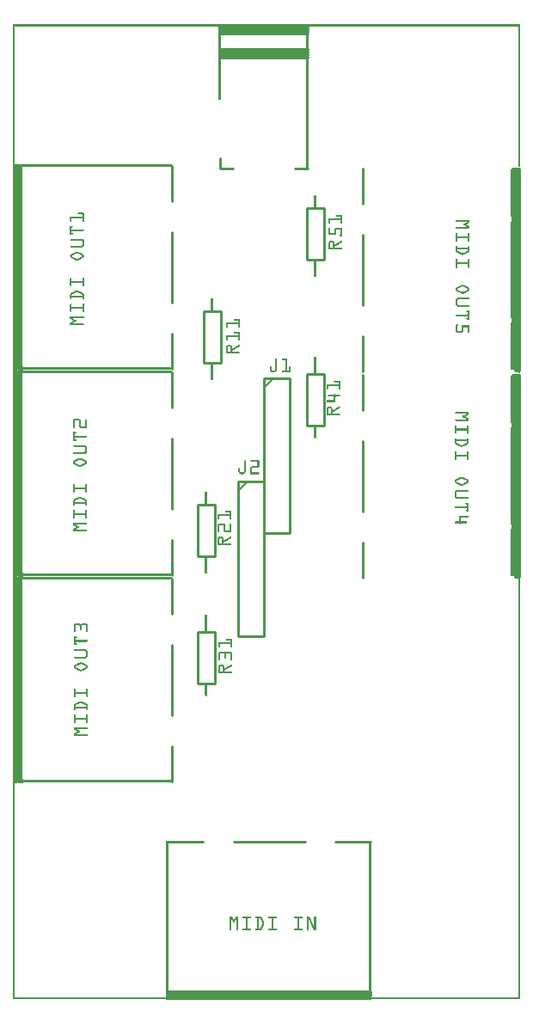
<source format=gto>
G04 MADE WITH FRITZING*
G04 WWW.FRITZING.ORG*
G04 DOUBLE SIDED*
G04 HOLES PLATED*
G04 CONTOUR ON CENTER OF CONTOUR VECTOR*
%ASAXBY*%
%FSLAX23Y23*%
%MOIN*%
%OFA0B0*%
%SFA1.0B1.0*%
%ADD10C,0.010000*%
%ADD11C,0.005000*%
%ADD12C,0.015000*%
%ADD13R,0.001000X0.001000*%
%LNSILK1*%
G90*
G70*
G54D10*
X1144Y3221D02*
X1094Y3221D01*
D02*
X804Y3261D02*
X804Y3221D01*
D02*
X804Y3221D02*
X854Y3221D01*
D02*
X804Y3771D02*
X1144Y3771D01*
D02*
X804Y3766D02*
X1144Y3766D01*
D02*
X804Y3761D02*
X1144Y3761D01*
D02*
X804Y3756D02*
X1144Y3756D01*
D02*
X804Y3751D02*
X1144Y3751D01*
D02*
X804Y3746D02*
X1144Y3746D01*
D02*
X804Y3651D02*
X1144Y3651D01*
D02*
X804Y3656D02*
X1144Y3656D01*
D02*
X804Y3661D02*
X1144Y3661D01*
D02*
X804Y3666D02*
X1144Y3666D01*
D02*
X804Y3671D02*
X1144Y3671D01*
D02*
X804Y3676D02*
X1144Y3676D01*
D02*
X804Y3681D02*
X1144Y3681D01*
D02*
X804Y3686D02*
X1144Y3686D01*
D02*
X974Y2408D02*
X974Y1808D01*
D02*
X974Y1808D02*
X1074Y1808D01*
D02*
X1074Y1808D02*
X1074Y2408D01*
D02*
X1074Y2408D02*
X974Y2408D01*
G54D11*
D02*
X974Y2373D02*
X1009Y2408D01*
G54D10*
D02*
X874Y2008D02*
X874Y1408D01*
D02*
X874Y1408D02*
X974Y1408D01*
D02*
X974Y1408D02*
X974Y2008D01*
D02*
X974Y2008D02*
X874Y2008D01*
G54D11*
D02*
X874Y1973D02*
X909Y2008D01*
G54D10*
D02*
X738Y612D02*
X600Y612D01*
D02*
X1388Y612D02*
X1250Y612D01*
D02*
X856Y612D02*
X1132Y612D01*
G54D12*
D02*
X605Y17D02*
X1383Y17D01*
D02*
X1383Y17D02*
X1383Y28D01*
G54D10*
D02*
X1356Y2573D02*
X1356Y2435D01*
D02*
X1356Y3222D02*
X1356Y3085D01*
D02*
X1356Y2691D02*
X1356Y2966D01*
G54D12*
D02*
X1961Y3217D02*
X1961Y2440D01*
D02*
X1961Y2440D02*
X1951Y2440D01*
D02*
X1951Y2440D02*
X1951Y3217D01*
D02*
X1951Y3217D02*
X1940Y3217D01*
G54D10*
D02*
X1356Y1773D02*
X1356Y1635D01*
D02*
X1356Y2422D02*
X1356Y2285D01*
D02*
X1356Y1891D02*
X1356Y2166D01*
G54D12*
D02*
X1961Y2417D02*
X1961Y1640D01*
D02*
X1961Y1640D02*
X1951Y1640D01*
D02*
X1951Y1640D02*
X1951Y2417D01*
D02*
X1951Y2417D02*
X1940Y2417D01*
G54D10*
D02*
X616Y1494D02*
X616Y1632D01*
D02*
X616Y844D02*
X616Y982D01*
D02*
X616Y1376D02*
X616Y1100D01*
G54D12*
D02*
X11Y849D02*
X11Y1627D01*
D02*
X11Y1627D02*
X22Y1627D01*
D02*
X22Y1627D02*
X22Y849D01*
D02*
X22Y849D02*
X32Y849D01*
G54D10*
D02*
X616Y2294D02*
X616Y2432D01*
D02*
X616Y1644D02*
X616Y1782D01*
D02*
X616Y2176D02*
X616Y1900D01*
G54D12*
D02*
X11Y1649D02*
X11Y2427D01*
D02*
X11Y2427D02*
X22Y2427D01*
D02*
X22Y2427D02*
X22Y1649D01*
D02*
X22Y1649D02*
X32Y1649D01*
G54D10*
D02*
X616Y3094D02*
X616Y3232D01*
D02*
X616Y2444D02*
X616Y2582D01*
D02*
X616Y2976D02*
X616Y2700D01*
G54D12*
D02*
X11Y2449D02*
X11Y3227D01*
D02*
X11Y3227D02*
X22Y3227D01*
D02*
X22Y3227D02*
X22Y2449D01*
D02*
X22Y2449D02*
X32Y2449D01*
G54D10*
D02*
X1141Y2868D02*
X1141Y3068D01*
D02*
X1141Y3068D02*
X1207Y3068D01*
D02*
X1207Y3068D02*
X1207Y2868D01*
D02*
X1207Y2868D02*
X1141Y2868D01*
D02*
X1207Y2424D02*
X1207Y2224D01*
D02*
X1207Y2224D02*
X1141Y2224D01*
D02*
X1141Y2224D02*
X1141Y2424D01*
D02*
X1141Y2424D02*
X1207Y2424D01*
D02*
X782Y1424D02*
X782Y1224D01*
D02*
X782Y1224D02*
X716Y1224D01*
D02*
X716Y1224D02*
X716Y1424D01*
D02*
X716Y1424D02*
X782Y1424D01*
D02*
X716Y1718D02*
X716Y1918D01*
D02*
X716Y1918D02*
X782Y1918D01*
D02*
X782Y1918D02*
X782Y1718D01*
D02*
X782Y1718D02*
X716Y1718D01*
D02*
X741Y2468D02*
X741Y2668D01*
D02*
X741Y2668D02*
X807Y2668D01*
D02*
X807Y2668D02*
X807Y2468D01*
D02*
X807Y2468D02*
X741Y2468D01*
G54D13*
X0Y3780D02*
X1967Y3780D01*
X0Y3779D02*
X1967Y3779D01*
X0Y3778D02*
X1967Y3778D01*
X0Y3777D02*
X1967Y3777D01*
X0Y3776D02*
X1967Y3776D01*
X0Y3775D02*
X1967Y3775D01*
X0Y3774D02*
X1967Y3774D01*
X0Y3773D02*
X1967Y3773D01*
X0Y3772D02*
X7Y3772D01*
X798Y3772D02*
X807Y3772D01*
X1138Y3772D02*
X1147Y3772D01*
X1960Y3772D02*
X1967Y3772D01*
X0Y3771D02*
X7Y3771D01*
X798Y3771D02*
X807Y3771D01*
X1138Y3771D02*
X1147Y3771D01*
X1960Y3771D02*
X1967Y3771D01*
X0Y3770D02*
X7Y3770D01*
X798Y3770D02*
X807Y3770D01*
X1138Y3770D02*
X1147Y3770D01*
X1960Y3770D02*
X1967Y3770D01*
X0Y3769D02*
X7Y3769D01*
X798Y3769D02*
X807Y3769D01*
X1138Y3769D02*
X1147Y3769D01*
X1960Y3769D02*
X1967Y3769D01*
X0Y3768D02*
X7Y3768D01*
X798Y3768D02*
X807Y3768D01*
X1138Y3768D02*
X1147Y3768D01*
X1960Y3768D02*
X1967Y3768D01*
X0Y3767D02*
X7Y3767D01*
X798Y3767D02*
X807Y3767D01*
X1138Y3767D02*
X1147Y3767D01*
X1960Y3767D02*
X1967Y3767D01*
X0Y3766D02*
X7Y3766D01*
X798Y3766D02*
X807Y3766D01*
X1138Y3766D02*
X1147Y3766D01*
X1960Y3766D02*
X1967Y3766D01*
X0Y3765D02*
X7Y3765D01*
X798Y3765D02*
X807Y3765D01*
X1138Y3765D02*
X1147Y3765D01*
X1960Y3765D02*
X1967Y3765D01*
X0Y3764D02*
X7Y3764D01*
X798Y3764D02*
X807Y3764D01*
X1138Y3764D02*
X1147Y3764D01*
X1960Y3764D02*
X1967Y3764D01*
X0Y3763D02*
X7Y3763D01*
X798Y3763D02*
X807Y3763D01*
X1138Y3763D02*
X1147Y3763D01*
X1960Y3763D02*
X1967Y3763D01*
X0Y3762D02*
X7Y3762D01*
X798Y3762D02*
X807Y3762D01*
X1138Y3762D02*
X1147Y3762D01*
X1960Y3762D02*
X1967Y3762D01*
X0Y3761D02*
X7Y3761D01*
X798Y3761D02*
X807Y3761D01*
X1138Y3761D02*
X1147Y3761D01*
X1960Y3761D02*
X1967Y3761D01*
X0Y3760D02*
X7Y3760D01*
X798Y3760D02*
X807Y3760D01*
X1138Y3760D02*
X1147Y3760D01*
X1960Y3760D02*
X1967Y3760D01*
X0Y3759D02*
X7Y3759D01*
X798Y3759D02*
X807Y3759D01*
X1138Y3759D02*
X1147Y3759D01*
X1960Y3759D02*
X1967Y3759D01*
X0Y3758D02*
X7Y3758D01*
X798Y3758D02*
X807Y3758D01*
X1138Y3758D02*
X1147Y3758D01*
X1960Y3758D02*
X1967Y3758D01*
X0Y3757D02*
X7Y3757D01*
X798Y3757D02*
X807Y3757D01*
X1138Y3757D02*
X1147Y3757D01*
X1960Y3757D02*
X1967Y3757D01*
X0Y3756D02*
X7Y3756D01*
X798Y3756D02*
X807Y3756D01*
X1138Y3756D02*
X1147Y3756D01*
X1960Y3756D02*
X1967Y3756D01*
X0Y3755D02*
X7Y3755D01*
X798Y3755D02*
X807Y3755D01*
X1138Y3755D02*
X1147Y3755D01*
X1960Y3755D02*
X1967Y3755D01*
X0Y3754D02*
X7Y3754D01*
X798Y3754D02*
X807Y3754D01*
X1138Y3754D02*
X1147Y3754D01*
X1960Y3754D02*
X1967Y3754D01*
X0Y3753D02*
X7Y3753D01*
X798Y3753D02*
X807Y3753D01*
X1138Y3753D02*
X1147Y3753D01*
X1960Y3753D02*
X1967Y3753D01*
X0Y3752D02*
X7Y3752D01*
X798Y3752D02*
X807Y3752D01*
X1138Y3752D02*
X1147Y3752D01*
X1960Y3752D02*
X1967Y3752D01*
X0Y3751D02*
X7Y3751D01*
X798Y3751D02*
X807Y3751D01*
X1138Y3751D02*
X1147Y3751D01*
X1960Y3751D02*
X1967Y3751D01*
X0Y3750D02*
X7Y3750D01*
X798Y3750D02*
X807Y3750D01*
X1138Y3750D02*
X1147Y3750D01*
X1960Y3750D02*
X1967Y3750D01*
X0Y3749D02*
X7Y3749D01*
X798Y3749D02*
X807Y3749D01*
X1138Y3749D02*
X1147Y3749D01*
X1960Y3749D02*
X1967Y3749D01*
X0Y3748D02*
X7Y3748D01*
X798Y3748D02*
X807Y3748D01*
X1138Y3748D02*
X1147Y3748D01*
X1960Y3748D02*
X1967Y3748D01*
X0Y3747D02*
X7Y3747D01*
X798Y3747D02*
X807Y3747D01*
X1138Y3747D02*
X1147Y3747D01*
X1960Y3747D02*
X1967Y3747D01*
X0Y3746D02*
X7Y3746D01*
X798Y3746D02*
X807Y3746D01*
X1138Y3746D02*
X1147Y3746D01*
X1960Y3746D02*
X1967Y3746D01*
X0Y3745D02*
X7Y3745D01*
X798Y3745D02*
X807Y3745D01*
X1138Y3745D02*
X1147Y3745D01*
X1960Y3745D02*
X1967Y3745D01*
X0Y3744D02*
X7Y3744D01*
X798Y3744D02*
X807Y3744D01*
X1138Y3744D02*
X1147Y3744D01*
X1960Y3744D02*
X1967Y3744D01*
X0Y3743D02*
X7Y3743D01*
X798Y3743D02*
X807Y3743D01*
X1138Y3743D02*
X1147Y3743D01*
X1960Y3743D02*
X1967Y3743D01*
X0Y3742D02*
X7Y3742D01*
X798Y3742D02*
X807Y3742D01*
X1138Y3742D02*
X1147Y3742D01*
X1960Y3742D02*
X1967Y3742D01*
X0Y3741D02*
X7Y3741D01*
X798Y3741D02*
X807Y3741D01*
X1138Y3741D02*
X1147Y3741D01*
X1960Y3741D02*
X1967Y3741D01*
X0Y3740D02*
X7Y3740D01*
X798Y3740D02*
X807Y3740D01*
X1138Y3740D02*
X1147Y3740D01*
X1960Y3740D02*
X1967Y3740D01*
X0Y3739D02*
X7Y3739D01*
X798Y3739D02*
X807Y3739D01*
X1138Y3739D02*
X1147Y3739D01*
X1960Y3739D02*
X1967Y3739D01*
X0Y3738D02*
X7Y3738D01*
X798Y3738D02*
X807Y3738D01*
X1138Y3738D02*
X1147Y3738D01*
X1960Y3738D02*
X1967Y3738D01*
X0Y3737D02*
X7Y3737D01*
X798Y3737D02*
X807Y3737D01*
X1138Y3737D02*
X1147Y3737D01*
X1960Y3737D02*
X1967Y3737D01*
X0Y3736D02*
X7Y3736D01*
X798Y3736D02*
X807Y3736D01*
X1138Y3736D02*
X1147Y3736D01*
X1960Y3736D02*
X1967Y3736D01*
X0Y3735D02*
X7Y3735D01*
X798Y3735D02*
X807Y3735D01*
X1138Y3735D02*
X1147Y3735D01*
X1960Y3735D02*
X1967Y3735D01*
X0Y3734D02*
X7Y3734D01*
X798Y3734D02*
X807Y3734D01*
X1138Y3734D02*
X1147Y3734D01*
X1960Y3734D02*
X1967Y3734D01*
X0Y3733D02*
X7Y3733D01*
X798Y3733D02*
X807Y3733D01*
X1138Y3733D02*
X1147Y3733D01*
X1960Y3733D02*
X1967Y3733D01*
X0Y3732D02*
X7Y3732D01*
X798Y3732D02*
X807Y3732D01*
X1138Y3732D02*
X1147Y3732D01*
X1960Y3732D02*
X1967Y3732D01*
X0Y3731D02*
X7Y3731D01*
X798Y3731D02*
X807Y3731D01*
X1138Y3731D02*
X1147Y3731D01*
X1960Y3731D02*
X1967Y3731D01*
X0Y3730D02*
X7Y3730D01*
X798Y3730D02*
X807Y3730D01*
X1138Y3730D02*
X1147Y3730D01*
X1960Y3730D02*
X1967Y3730D01*
X0Y3729D02*
X7Y3729D01*
X798Y3729D02*
X807Y3729D01*
X1138Y3729D02*
X1147Y3729D01*
X1960Y3729D02*
X1967Y3729D01*
X0Y3728D02*
X7Y3728D01*
X798Y3728D02*
X807Y3728D01*
X1138Y3728D02*
X1147Y3728D01*
X1960Y3728D02*
X1967Y3728D01*
X0Y3727D02*
X7Y3727D01*
X798Y3727D02*
X807Y3727D01*
X1138Y3727D02*
X1147Y3727D01*
X1960Y3727D02*
X1967Y3727D01*
X0Y3726D02*
X7Y3726D01*
X798Y3726D02*
X807Y3726D01*
X1138Y3726D02*
X1147Y3726D01*
X1960Y3726D02*
X1967Y3726D01*
X0Y3725D02*
X7Y3725D01*
X798Y3725D02*
X807Y3725D01*
X1138Y3725D02*
X1147Y3725D01*
X1960Y3725D02*
X1967Y3725D01*
X0Y3724D02*
X7Y3724D01*
X798Y3724D02*
X807Y3724D01*
X1138Y3724D02*
X1147Y3724D01*
X1960Y3724D02*
X1967Y3724D01*
X0Y3723D02*
X7Y3723D01*
X798Y3723D02*
X807Y3723D01*
X1138Y3723D02*
X1147Y3723D01*
X1960Y3723D02*
X1967Y3723D01*
X0Y3722D02*
X7Y3722D01*
X798Y3722D02*
X807Y3722D01*
X1138Y3722D02*
X1147Y3722D01*
X1960Y3722D02*
X1967Y3722D01*
X0Y3721D02*
X7Y3721D01*
X798Y3721D02*
X807Y3721D01*
X1138Y3721D02*
X1147Y3721D01*
X1960Y3721D02*
X1967Y3721D01*
X0Y3720D02*
X7Y3720D01*
X798Y3720D02*
X807Y3720D01*
X1138Y3720D02*
X1147Y3720D01*
X1960Y3720D02*
X1967Y3720D01*
X0Y3719D02*
X7Y3719D01*
X798Y3719D02*
X807Y3719D01*
X1138Y3719D02*
X1147Y3719D01*
X1960Y3719D02*
X1967Y3719D01*
X0Y3718D02*
X7Y3718D01*
X798Y3718D02*
X807Y3718D01*
X1138Y3718D02*
X1147Y3718D01*
X1960Y3718D02*
X1967Y3718D01*
X0Y3717D02*
X7Y3717D01*
X798Y3717D02*
X807Y3717D01*
X1138Y3717D02*
X1147Y3717D01*
X1960Y3717D02*
X1967Y3717D01*
X0Y3716D02*
X7Y3716D01*
X798Y3716D02*
X807Y3716D01*
X1138Y3716D02*
X1147Y3716D01*
X1960Y3716D02*
X1967Y3716D01*
X0Y3715D02*
X7Y3715D01*
X798Y3715D02*
X807Y3715D01*
X1138Y3715D02*
X1147Y3715D01*
X1960Y3715D02*
X1967Y3715D01*
X0Y3714D02*
X7Y3714D01*
X798Y3714D02*
X807Y3714D01*
X1138Y3714D02*
X1147Y3714D01*
X1960Y3714D02*
X1967Y3714D01*
X0Y3713D02*
X7Y3713D01*
X798Y3713D02*
X807Y3713D01*
X1138Y3713D02*
X1147Y3713D01*
X1960Y3713D02*
X1967Y3713D01*
X0Y3712D02*
X7Y3712D01*
X798Y3712D02*
X807Y3712D01*
X1138Y3712D02*
X1147Y3712D01*
X1960Y3712D02*
X1967Y3712D01*
X0Y3711D02*
X7Y3711D01*
X798Y3711D02*
X807Y3711D01*
X1138Y3711D02*
X1147Y3711D01*
X1960Y3711D02*
X1967Y3711D01*
X0Y3710D02*
X7Y3710D01*
X798Y3710D02*
X807Y3710D01*
X1138Y3710D02*
X1147Y3710D01*
X1960Y3710D02*
X1967Y3710D01*
X0Y3709D02*
X7Y3709D01*
X798Y3709D02*
X807Y3709D01*
X1138Y3709D02*
X1147Y3709D01*
X1960Y3709D02*
X1967Y3709D01*
X0Y3708D02*
X7Y3708D01*
X798Y3708D02*
X807Y3708D01*
X1138Y3708D02*
X1147Y3708D01*
X1960Y3708D02*
X1967Y3708D01*
X0Y3707D02*
X7Y3707D01*
X798Y3707D02*
X807Y3707D01*
X1138Y3707D02*
X1147Y3707D01*
X1960Y3707D02*
X1967Y3707D01*
X0Y3706D02*
X7Y3706D01*
X798Y3706D02*
X807Y3706D01*
X1138Y3706D02*
X1147Y3706D01*
X1960Y3706D02*
X1967Y3706D01*
X0Y3705D02*
X7Y3705D01*
X798Y3705D02*
X807Y3705D01*
X1138Y3705D02*
X1147Y3705D01*
X1960Y3705D02*
X1967Y3705D01*
X0Y3704D02*
X7Y3704D01*
X798Y3704D02*
X807Y3704D01*
X1138Y3704D02*
X1147Y3704D01*
X1960Y3704D02*
X1967Y3704D01*
X0Y3703D02*
X7Y3703D01*
X798Y3703D02*
X807Y3703D01*
X1138Y3703D02*
X1147Y3703D01*
X1960Y3703D02*
X1967Y3703D01*
X0Y3702D02*
X7Y3702D01*
X798Y3702D02*
X807Y3702D01*
X1138Y3702D02*
X1147Y3702D01*
X1960Y3702D02*
X1967Y3702D01*
X0Y3701D02*
X7Y3701D01*
X798Y3701D02*
X807Y3701D01*
X1138Y3701D02*
X1147Y3701D01*
X1960Y3701D02*
X1967Y3701D01*
X0Y3700D02*
X7Y3700D01*
X798Y3700D02*
X807Y3700D01*
X1138Y3700D02*
X1147Y3700D01*
X1960Y3700D02*
X1967Y3700D01*
X0Y3699D02*
X7Y3699D01*
X798Y3699D02*
X807Y3699D01*
X1138Y3699D02*
X1147Y3699D01*
X1960Y3699D02*
X1967Y3699D01*
X0Y3698D02*
X7Y3698D01*
X798Y3698D02*
X807Y3698D01*
X1138Y3698D02*
X1147Y3698D01*
X1960Y3698D02*
X1967Y3698D01*
X0Y3697D02*
X7Y3697D01*
X798Y3697D02*
X807Y3697D01*
X1138Y3697D02*
X1147Y3697D01*
X1960Y3697D02*
X1967Y3697D01*
X0Y3696D02*
X7Y3696D01*
X798Y3696D02*
X807Y3696D01*
X1138Y3696D02*
X1147Y3696D01*
X1960Y3696D02*
X1967Y3696D01*
X0Y3695D02*
X7Y3695D01*
X798Y3695D02*
X807Y3695D01*
X1138Y3695D02*
X1147Y3695D01*
X1960Y3695D02*
X1967Y3695D01*
X0Y3694D02*
X7Y3694D01*
X798Y3694D02*
X807Y3694D01*
X1138Y3694D02*
X1147Y3694D01*
X1960Y3694D02*
X1967Y3694D01*
X0Y3693D02*
X7Y3693D01*
X798Y3693D02*
X807Y3693D01*
X1138Y3693D02*
X1147Y3693D01*
X1960Y3693D02*
X1967Y3693D01*
X0Y3692D02*
X7Y3692D01*
X798Y3692D02*
X807Y3692D01*
X1138Y3692D02*
X1147Y3692D01*
X1960Y3692D02*
X1967Y3692D01*
X0Y3691D02*
X7Y3691D01*
X798Y3691D02*
X807Y3691D01*
X1138Y3691D02*
X1147Y3691D01*
X1960Y3691D02*
X1967Y3691D01*
X0Y3690D02*
X7Y3690D01*
X798Y3690D02*
X807Y3690D01*
X1138Y3690D02*
X1147Y3690D01*
X1960Y3690D02*
X1967Y3690D01*
X0Y3689D02*
X7Y3689D01*
X798Y3689D02*
X807Y3689D01*
X1138Y3689D02*
X1147Y3689D01*
X1960Y3689D02*
X1967Y3689D01*
X0Y3688D02*
X7Y3688D01*
X798Y3688D02*
X807Y3688D01*
X1138Y3688D02*
X1147Y3688D01*
X1960Y3688D02*
X1967Y3688D01*
X0Y3687D02*
X7Y3687D01*
X798Y3687D02*
X807Y3687D01*
X1138Y3687D02*
X1147Y3687D01*
X1960Y3687D02*
X1967Y3687D01*
X0Y3686D02*
X7Y3686D01*
X798Y3686D02*
X807Y3686D01*
X1138Y3686D02*
X1147Y3686D01*
X1960Y3686D02*
X1967Y3686D01*
X0Y3685D02*
X7Y3685D01*
X798Y3685D02*
X807Y3685D01*
X1138Y3685D02*
X1147Y3685D01*
X1960Y3685D02*
X1967Y3685D01*
X0Y3684D02*
X7Y3684D01*
X798Y3684D02*
X807Y3684D01*
X1138Y3684D02*
X1147Y3684D01*
X1960Y3684D02*
X1967Y3684D01*
X0Y3683D02*
X7Y3683D01*
X798Y3683D02*
X807Y3683D01*
X1138Y3683D02*
X1147Y3683D01*
X1960Y3683D02*
X1967Y3683D01*
X0Y3682D02*
X7Y3682D01*
X798Y3682D02*
X807Y3682D01*
X1138Y3682D02*
X1147Y3682D01*
X1960Y3682D02*
X1967Y3682D01*
X0Y3681D02*
X7Y3681D01*
X798Y3681D02*
X807Y3681D01*
X1138Y3681D02*
X1147Y3681D01*
X1960Y3681D02*
X1967Y3681D01*
X0Y3680D02*
X7Y3680D01*
X798Y3680D02*
X807Y3680D01*
X1138Y3680D02*
X1147Y3680D01*
X1960Y3680D02*
X1967Y3680D01*
X0Y3679D02*
X7Y3679D01*
X798Y3679D02*
X807Y3679D01*
X1138Y3679D02*
X1147Y3679D01*
X1960Y3679D02*
X1967Y3679D01*
X0Y3678D02*
X7Y3678D01*
X798Y3678D02*
X807Y3678D01*
X1138Y3678D02*
X1147Y3678D01*
X1960Y3678D02*
X1967Y3678D01*
X0Y3677D02*
X7Y3677D01*
X798Y3677D02*
X807Y3677D01*
X1138Y3677D02*
X1147Y3677D01*
X1960Y3677D02*
X1967Y3677D01*
X0Y3676D02*
X7Y3676D01*
X798Y3676D02*
X807Y3676D01*
X1138Y3676D02*
X1147Y3676D01*
X1960Y3676D02*
X1967Y3676D01*
X0Y3675D02*
X7Y3675D01*
X798Y3675D02*
X807Y3675D01*
X1138Y3675D02*
X1147Y3675D01*
X1960Y3675D02*
X1967Y3675D01*
X0Y3674D02*
X7Y3674D01*
X798Y3674D02*
X807Y3674D01*
X1138Y3674D02*
X1147Y3674D01*
X1960Y3674D02*
X1967Y3674D01*
X0Y3673D02*
X7Y3673D01*
X798Y3673D02*
X807Y3673D01*
X1138Y3673D02*
X1147Y3673D01*
X1960Y3673D02*
X1967Y3673D01*
X0Y3672D02*
X7Y3672D01*
X798Y3672D02*
X807Y3672D01*
X1138Y3672D02*
X1147Y3672D01*
X1960Y3672D02*
X1967Y3672D01*
X0Y3671D02*
X7Y3671D01*
X798Y3671D02*
X807Y3671D01*
X1138Y3671D02*
X1147Y3671D01*
X1960Y3671D02*
X1967Y3671D01*
X0Y3670D02*
X7Y3670D01*
X798Y3670D02*
X807Y3670D01*
X1138Y3670D02*
X1147Y3670D01*
X1960Y3670D02*
X1967Y3670D01*
X0Y3669D02*
X7Y3669D01*
X798Y3669D02*
X807Y3669D01*
X1138Y3669D02*
X1147Y3669D01*
X1960Y3669D02*
X1967Y3669D01*
X0Y3668D02*
X7Y3668D01*
X798Y3668D02*
X807Y3668D01*
X1138Y3668D02*
X1147Y3668D01*
X1960Y3668D02*
X1967Y3668D01*
X0Y3667D02*
X7Y3667D01*
X798Y3667D02*
X807Y3667D01*
X1138Y3667D02*
X1147Y3667D01*
X1960Y3667D02*
X1967Y3667D01*
X0Y3666D02*
X7Y3666D01*
X798Y3666D02*
X807Y3666D01*
X1138Y3666D02*
X1147Y3666D01*
X1960Y3666D02*
X1967Y3666D01*
X0Y3665D02*
X7Y3665D01*
X798Y3665D02*
X807Y3665D01*
X1138Y3665D02*
X1147Y3665D01*
X1960Y3665D02*
X1967Y3665D01*
X0Y3664D02*
X7Y3664D01*
X798Y3664D02*
X807Y3664D01*
X1138Y3664D02*
X1147Y3664D01*
X1960Y3664D02*
X1967Y3664D01*
X0Y3663D02*
X7Y3663D01*
X798Y3663D02*
X807Y3663D01*
X1138Y3663D02*
X1147Y3663D01*
X1960Y3663D02*
X1967Y3663D01*
X0Y3662D02*
X7Y3662D01*
X798Y3662D02*
X807Y3662D01*
X1138Y3662D02*
X1147Y3662D01*
X1960Y3662D02*
X1967Y3662D01*
X0Y3661D02*
X7Y3661D01*
X798Y3661D02*
X807Y3661D01*
X1138Y3661D02*
X1147Y3661D01*
X1960Y3661D02*
X1967Y3661D01*
X0Y3660D02*
X7Y3660D01*
X798Y3660D02*
X807Y3660D01*
X1138Y3660D02*
X1147Y3660D01*
X1960Y3660D02*
X1967Y3660D01*
X0Y3659D02*
X7Y3659D01*
X798Y3659D02*
X807Y3659D01*
X1138Y3659D02*
X1147Y3659D01*
X1960Y3659D02*
X1967Y3659D01*
X0Y3658D02*
X7Y3658D01*
X798Y3658D02*
X807Y3658D01*
X1138Y3658D02*
X1147Y3658D01*
X1960Y3658D02*
X1967Y3658D01*
X0Y3657D02*
X7Y3657D01*
X798Y3657D02*
X807Y3657D01*
X1138Y3657D02*
X1147Y3657D01*
X1960Y3657D02*
X1967Y3657D01*
X0Y3656D02*
X7Y3656D01*
X798Y3656D02*
X807Y3656D01*
X1138Y3656D02*
X1147Y3656D01*
X1960Y3656D02*
X1967Y3656D01*
X0Y3655D02*
X7Y3655D01*
X798Y3655D02*
X807Y3655D01*
X1138Y3655D02*
X1147Y3655D01*
X1960Y3655D02*
X1967Y3655D01*
X0Y3654D02*
X7Y3654D01*
X798Y3654D02*
X807Y3654D01*
X1138Y3654D02*
X1147Y3654D01*
X1960Y3654D02*
X1967Y3654D01*
X0Y3653D02*
X7Y3653D01*
X798Y3653D02*
X807Y3653D01*
X1138Y3653D02*
X1147Y3653D01*
X1960Y3653D02*
X1967Y3653D01*
X0Y3652D02*
X7Y3652D01*
X798Y3652D02*
X807Y3652D01*
X1138Y3652D02*
X1147Y3652D01*
X1960Y3652D02*
X1967Y3652D01*
X0Y3651D02*
X7Y3651D01*
X798Y3651D02*
X807Y3651D01*
X1138Y3651D02*
X1147Y3651D01*
X1960Y3651D02*
X1967Y3651D01*
X0Y3650D02*
X7Y3650D01*
X798Y3650D02*
X807Y3650D01*
X1138Y3650D02*
X1147Y3650D01*
X1960Y3650D02*
X1967Y3650D01*
X0Y3649D02*
X7Y3649D01*
X798Y3649D02*
X807Y3649D01*
X1138Y3649D02*
X1147Y3649D01*
X1960Y3649D02*
X1967Y3649D01*
X0Y3648D02*
X7Y3648D01*
X798Y3648D02*
X807Y3648D01*
X1138Y3648D02*
X1147Y3648D01*
X1960Y3648D02*
X1967Y3648D01*
X0Y3647D02*
X7Y3647D01*
X798Y3647D02*
X807Y3647D01*
X1138Y3647D02*
X1147Y3647D01*
X1960Y3647D02*
X1967Y3647D01*
X0Y3646D02*
X7Y3646D01*
X798Y3646D02*
X807Y3646D01*
X1138Y3646D02*
X1147Y3646D01*
X1960Y3646D02*
X1967Y3646D01*
X0Y3645D02*
X7Y3645D01*
X798Y3645D02*
X807Y3645D01*
X1138Y3645D02*
X1147Y3645D01*
X1960Y3645D02*
X1967Y3645D01*
X0Y3644D02*
X7Y3644D01*
X798Y3644D02*
X807Y3644D01*
X1138Y3644D02*
X1147Y3644D01*
X1960Y3644D02*
X1967Y3644D01*
X0Y3643D02*
X7Y3643D01*
X798Y3643D02*
X807Y3643D01*
X1138Y3643D02*
X1147Y3643D01*
X1960Y3643D02*
X1967Y3643D01*
X0Y3642D02*
X7Y3642D01*
X798Y3642D02*
X807Y3642D01*
X1138Y3642D02*
X1147Y3642D01*
X1960Y3642D02*
X1967Y3642D01*
X0Y3641D02*
X7Y3641D01*
X798Y3641D02*
X807Y3641D01*
X1138Y3641D02*
X1147Y3641D01*
X1960Y3641D02*
X1967Y3641D01*
X0Y3640D02*
X7Y3640D01*
X798Y3640D02*
X807Y3640D01*
X1138Y3640D02*
X1147Y3640D01*
X1960Y3640D02*
X1967Y3640D01*
X0Y3639D02*
X7Y3639D01*
X798Y3639D02*
X807Y3639D01*
X1138Y3639D02*
X1147Y3639D01*
X1960Y3639D02*
X1967Y3639D01*
X0Y3638D02*
X7Y3638D01*
X798Y3638D02*
X807Y3638D01*
X1138Y3638D02*
X1147Y3638D01*
X1960Y3638D02*
X1967Y3638D01*
X0Y3637D02*
X7Y3637D01*
X798Y3637D02*
X807Y3637D01*
X1138Y3637D02*
X1147Y3637D01*
X1960Y3637D02*
X1967Y3637D01*
X0Y3636D02*
X7Y3636D01*
X798Y3636D02*
X807Y3636D01*
X1138Y3636D02*
X1147Y3636D01*
X1960Y3636D02*
X1967Y3636D01*
X0Y3635D02*
X7Y3635D01*
X798Y3635D02*
X807Y3635D01*
X1138Y3635D02*
X1147Y3635D01*
X1960Y3635D02*
X1967Y3635D01*
X0Y3634D02*
X7Y3634D01*
X798Y3634D02*
X807Y3634D01*
X1138Y3634D02*
X1147Y3634D01*
X1960Y3634D02*
X1967Y3634D01*
X0Y3633D02*
X7Y3633D01*
X798Y3633D02*
X807Y3633D01*
X1138Y3633D02*
X1147Y3633D01*
X1960Y3633D02*
X1967Y3633D01*
X0Y3632D02*
X7Y3632D01*
X798Y3632D02*
X807Y3632D01*
X1138Y3632D02*
X1147Y3632D01*
X1960Y3632D02*
X1967Y3632D01*
X0Y3631D02*
X7Y3631D01*
X798Y3631D02*
X807Y3631D01*
X1138Y3631D02*
X1147Y3631D01*
X1960Y3631D02*
X1967Y3631D01*
X0Y3630D02*
X7Y3630D01*
X798Y3630D02*
X807Y3630D01*
X1138Y3630D02*
X1147Y3630D01*
X1960Y3630D02*
X1967Y3630D01*
X0Y3629D02*
X7Y3629D01*
X798Y3629D02*
X807Y3629D01*
X1138Y3629D02*
X1147Y3629D01*
X1960Y3629D02*
X1967Y3629D01*
X0Y3628D02*
X7Y3628D01*
X798Y3628D02*
X807Y3628D01*
X1138Y3628D02*
X1147Y3628D01*
X1960Y3628D02*
X1967Y3628D01*
X0Y3627D02*
X7Y3627D01*
X798Y3627D02*
X807Y3627D01*
X1138Y3627D02*
X1147Y3627D01*
X1960Y3627D02*
X1967Y3627D01*
X0Y3626D02*
X7Y3626D01*
X798Y3626D02*
X807Y3626D01*
X1138Y3626D02*
X1147Y3626D01*
X1960Y3626D02*
X1967Y3626D01*
X0Y3625D02*
X7Y3625D01*
X798Y3625D02*
X807Y3625D01*
X1138Y3625D02*
X1147Y3625D01*
X1960Y3625D02*
X1967Y3625D01*
X0Y3624D02*
X7Y3624D01*
X798Y3624D02*
X807Y3624D01*
X1138Y3624D02*
X1147Y3624D01*
X1960Y3624D02*
X1967Y3624D01*
X0Y3623D02*
X7Y3623D01*
X798Y3623D02*
X807Y3623D01*
X1138Y3623D02*
X1147Y3623D01*
X1960Y3623D02*
X1967Y3623D01*
X0Y3622D02*
X7Y3622D01*
X798Y3622D02*
X807Y3622D01*
X1138Y3622D02*
X1147Y3622D01*
X1960Y3622D02*
X1967Y3622D01*
X0Y3621D02*
X7Y3621D01*
X798Y3621D02*
X807Y3621D01*
X1138Y3621D02*
X1147Y3621D01*
X1960Y3621D02*
X1967Y3621D01*
X0Y3620D02*
X7Y3620D01*
X798Y3620D02*
X807Y3620D01*
X1138Y3620D02*
X1147Y3620D01*
X1960Y3620D02*
X1967Y3620D01*
X0Y3619D02*
X7Y3619D01*
X798Y3619D02*
X807Y3619D01*
X1138Y3619D02*
X1147Y3619D01*
X1960Y3619D02*
X1967Y3619D01*
X0Y3618D02*
X7Y3618D01*
X798Y3618D02*
X807Y3618D01*
X1138Y3618D02*
X1147Y3618D01*
X1960Y3618D02*
X1967Y3618D01*
X0Y3617D02*
X7Y3617D01*
X798Y3617D02*
X807Y3617D01*
X1138Y3617D02*
X1147Y3617D01*
X1960Y3617D02*
X1967Y3617D01*
X0Y3616D02*
X7Y3616D01*
X798Y3616D02*
X807Y3616D01*
X1138Y3616D02*
X1147Y3616D01*
X1960Y3616D02*
X1967Y3616D01*
X0Y3615D02*
X7Y3615D01*
X798Y3615D02*
X807Y3615D01*
X1138Y3615D02*
X1147Y3615D01*
X1960Y3615D02*
X1967Y3615D01*
X0Y3614D02*
X7Y3614D01*
X798Y3614D02*
X807Y3614D01*
X1138Y3614D02*
X1147Y3614D01*
X1960Y3614D02*
X1967Y3614D01*
X0Y3613D02*
X7Y3613D01*
X798Y3613D02*
X807Y3613D01*
X1138Y3613D02*
X1147Y3613D01*
X1960Y3613D02*
X1967Y3613D01*
X0Y3612D02*
X7Y3612D01*
X798Y3612D02*
X807Y3612D01*
X1138Y3612D02*
X1147Y3612D01*
X1960Y3612D02*
X1967Y3612D01*
X0Y3611D02*
X7Y3611D01*
X798Y3611D02*
X807Y3611D01*
X1138Y3611D02*
X1147Y3611D01*
X1960Y3611D02*
X1967Y3611D01*
X0Y3610D02*
X7Y3610D01*
X798Y3610D02*
X807Y3610D01*
X1138Y3610D02*
X1147Y3610D01*
X1960Y3610D02*
X1967Y3610D01*
X0Y3609D02*
X7Y3609D01*
X798Y3609D02*
X807Y3609D01*
X1138Y3609D02*
X1147Y3609D01*
X1960Y3609D02*
X1967Y3609D01*
X0Y3608D02*
X7Y3608D01*
X798Y3608D02*
X807Y3608D01*
X1138Y3608D02*
X1147Y3608D01*
X1960Y3608D02*
X1967Y3608D01*
X0Y3607D02*
X7Y3607D01*
X798Y3607D02*
X807Y3607D01*
X1138Y3607D02*
X1147Y3607D01*
X1960Y3607D02*
X1967Y3607D01*
X0Y3606D02*
X7Y3606D01*
X798Y3606D02*
X807Y3606D01*
X1138Y3606D02*
X1147Y3606D01*
X1960Y3606D02*
X1967Y3606D01*
X0Y3605D02*
X7Y3605D01*
X798Y3605D02*
X807Y3605D01*
X1138Y3605D02*
X1147Y3605D01*
X1960Y3605D02*
X1967Y3605D01*
X0Y3604D02*
X7Y3604D01*
X798Y3604D02*
X807Y3604D01*
X1138Y3604D02*
X1147Y3604D01*
X1960Y3604D02*
X1967Y3604D01*
X0Y3603D02*
X7Y3603D01*
X798Y3603D02*
X807Y3603D01*
X1138Y3603D02*
X1147Y3603D01*
X1960Y3603D02*
X1967Y3603D01*
X0Y3602D02*
X7Y3602D01*
X798Y3602D02*
X807Y3602D01*
X1138Y3602D02*
X1147Y3602D01*
X1960Y3602D02*
X1967Y3602D01*
X0Y3601D02*
X7Y3601D01*
X798Y3601D02*
X807Y3601D01*
X1138Y3601D02*
X1147Y3601D01*
X1960Y3601D02*
X1967Y3601D01*
X0Y3600D02*
X7Y3600D01*
X798Y3600D02*
X807Y3600D01*
X1138Y3600D02*
X1147Y3600D01*
X1960Y3600D02*
X1967Y3600D01*
X0Y3599D02*
X7Y3599D01*
X798Y3599D02*
X807Y3599D01*
X1138Y3599D02*
X1147Y3599D01*
X1960Y3599D02*
X1967Y3599D01*
X0Y3598D02*
X7Y3598D01*
X798Y3598D02*
X807Y3598D01*
X1138Y3598D02*
X1147Y3598D01*
X1960Y3598D02*
X1967Y3598D01*
X0Y3597D02*
X7Y3597D01*
X798Y3597D02*
X807Y3597D01*
X1138Y3597D02*
X1147Y3597D01*
X1960Y3597D02*
X1967Y3597D01*
X0Y3596D02*
X7Y3596D01*
X798Y3596D02*
X807Y3596D01*
X1138Y3596D02*
X1147Y3596D01*
X1960Y3596D02*
X1967Y3596D01*
X0Y3595D02*
X7Y3595D01*
X798Y3595D02*
X807Y3595D01*
X1138Y3595D02*
X1147Y3595D01*
X1960Y3595D02*
X1967Y3595D01*
X0Y3594D02*
X7Y3594D01*
X798Y3594D02*
X807Y3594D01*
X1138Y3594D02*
X1147Y3594D01*
X1960Y3594D02*
X1967Y3594D01*
X0Y3593D02*
X7Y3593D01*
X798Y3593D02*
X807Y3593D01*
X1138Y3593D02*
X1147Y3593D01*
X1960Y3593D02*
X1967Y3593D01*
X0Y3592D02*
X7Y3592D01*
X798Y3592D02*
X807Y3592D01*
X1138Y3592D02*
X1147Y3592D01*
X1960Y3592D02*
X1967Y3592D01*
X0Y3591D02*
X7Y3591D01*
X798Y3591D02*
X807Y3591D01*
X1138Y3591D02*
X1147Y3591D01*
X1960Y3591D02*
X1967Y3591D01*
X0Y3590D02*
X7Y3590D01*
X798Y3590D02*
X807Y3590D01*
X1138Y3590D02*
X1147Y3590D01*
X1960Y3590D02*
X1967Y3590D01*
X0Y3589D02*
X7Y3589D01*
X798Y3589D02*
X807Y3589D01*
X1138Y3589D02*
X1147Y3589D01*
X1960Y3589D02*
X1967Y3589D01*
X0Y3588D02*
X7Y3588D01*
X798Y3588D02*
X807Y3588D01*
X1138Y3588D02*
X1147Y3588D01*
X1960Y3588D02*
X1967Y3588D01*
X0Y3587D02*
X7Y3587D01*
X798Y3587D02*
X807Y3587D01*
X1138Y3587D02*
X1147Y3587D01*
X1960Y3587D02*
X1967Y3587D01*
X0Y3586D02*
X7Y3586D01*
X798Y3586D02*
X807Y3586D01*
X1138Y3586D02*
X1147Y3586D01*
X1960Y3586D02*
X1967Y3586D01*
X0Y3585D02*
X7Y3585D01*
X798Y3585D02*
X807Y3585D01*
X1138Y3585D02*
X1147Y3585D01*
X1960Y3585D02*
X1967Y3585D01*
X0Y3584D02*
X7Y3584D01*
X798Y3584D02*
X807Y3584D01*
X1138Y3584D02*
X1147Y3584D01*
X1960Y3584D02*
X1967Y3584D01*
X0Y3583D02*
X7Y3583D01*
X798Y3583D02*
X807Y3583D01*
X1138Y3583D02*
X1147Y3583D01*
X1960Y3583D02*
X1967Y3583D01*
X0Y3582D02*
X7Y3582D01*
X798Y3582D02*
X807Y3582D01*
X1138Y3582D02*
X1147Y3582D01*
X1960Y3582D02*
X1967Y3582D01*
X0Y3581D02*
X7Y3581D01*
X798Y3581D02*
X807Y3581D01*
X1138Y3581D02*
X1147Y3581D01*
X1960Y3581D02*
X1967Y3581D01*
X0Y3580D02*
X7Y3580D01*
X798Y3580D02*
X807Y3580D01*
X1138Y3580D02*
X1147Y3580D01*
X1960Y3580D02*
X1967Y3580D01*
X0Y3579D02*
X7Y3579D01*
X798Y3579D02*
X807Y3579D01*
X1138Y3579D02*
X1147Y3579D01*
X1960Y3579D02*
X1967Y3579D01*
X0Y3578D02*
X7Y3578D01*
X798Y3578D02*
X807Y3578D01*
X1138Y3578D02*
X1147Y3578D01*
X1960Y3578D02*
X1967Y3578D01*
X0Y3577D02*
X7Y3577D01*
X798Y3577D02*
X807Y3577D01*
X1138Y3577D02*
X1147Y3577D01*
X1960Y3577D02*
X1967Y3577D01*
X0Y3576D02*
X7Y3576D01*
X798Y3576D02*
X807Y3576D01*
X1138Y3576D02*
X1147Y3576D01*
X1960Y3576D02*
X1967Y3576D01*
X0Y3575D02*
X7Y3575D01*
X798Y3575D02*
X807Y3575D01*
X1138Y3575D02*
X1147Y3575D01*
X1960Y3575D02*
X1967Y3575D01*
X0Y3574D02*
X7Y3574D01*
X798Y3574D02*
X807Y3574D01*
X1138Y3574D02*
X1147Y3574D01*
X1960Y3574D02*
X1967Y3574D01*
X0Y3573D02*
X7Y3573D01*
X798Y3573D02*
X807Y3573D01*
X1138Y3573D02*
X1147Y3573D01*
X1960Y3573D02*
X1967Y3573D01*
X0Y3572D02*
X7Y3572D01*
X798Y3572D02*
X807Y3572D01*
X1138Y3572D02*
X1147Y3572D01*
X1960Y3572D02*
X1967Y3572D01*
X0Y3571D02*
X7Y3571D01*
X798Y3571D02*
X807Y3571D01*
X1138Y3571D02*
X1147Y3571D01*
X1960Y3571D02*
X1967Y3571D01*
X0Y3570D02*
X7Y3570D01*
X798Y3570D02*
X807Y3570D01*
X1138Y3570D02*
X1147Y3570D01*
X1960Y3570D02*
X1967Y3570D01*
X0Y3569D02*
X7Y3569D01*
X798Y3569D02*
X807Y3569D01*
X1138Y3569D02*
X1147Y3569D01*
X1960Y3569D02*
X1967Y3569D01*
X0Y3568D02*
X7Y3568D01*
X798Y3568D02*
X807Y3568D01*
X1138Y3568D02*
X1147Y3568D01*
X1960Y3568D02*
X1967Y3568D01*
X0Y3567D02*
X7Y3567D01*
X798Y3567D02*
X807Y3567D01*
X1138Y3567D02*
X1147Y3567D01*
X1960Y3567D02*
X1967Y3567D01*
X0Y3566D02*
X7Y3566D01*
X798Y3566D02*
X807Y3566D01*
X1138Y3566D02*
X1147Y3566D01*
X1960Y3566D02*
X1967Y3566D01*
X0Y3565D02*
X7Y3565D01*
X798Y3565D02*
X807Y3565D01*
X1138Y3565D02*
X1147Y3565D01*
X1960Y3565D02*
X1967Y3565D01*
X0Y3564D02*
X7Y3564D01*
X798Y3564D02*
X807Y3564D01*
X1138Y3564D02*
X1147Y3564D01*
X1960Y3564D02*
X1967Y3564D01*
X0Y3563D02*
X7Y3563D01*
X798Y3563D02*
X807Y3563D01*
X1138Y3563D02*
X1147Y3563D01*
X1960Y3563D02*
X1967Y3563D01*
X0Y3562D02*
X7Y3562D01*
X798Y3562D02*
X807Y3562D01*
X1138Y3562D02*
X1147Y3562D01*
X1960Y3562D02*
X1967Y3562D01*
X0Y3561D02*
X7Y3561D01*
X798Y3561D02*
X807Y3561D01*
X1138Y3561D02*
X1147Y3561D01*
X1960Y3561D02*
X1967Y3561D01*
X0Y3560D02*
X7Y3560D01*
X798Y3560D02*
X807Y3560D01*
X1138Y3560D02*
X1147Y3560D01*
X1960Y3560D02*
X1967Y3560D01*
X0Y3559D02*
X7Y3559D01*
X798Y3559D02*
X807Y3559D01*
X1138Y3559D02*
X1147Y3559D01*
X1960Y3559D02*
X1967Y3559D01*
X0Y3558D02*
X7Y3558D01*
X798Y3558D02*
X807Y3558D01*
X1138Y3558D02*
X1147Y3558D01*
X1960Y3558D02*
X1967Y3558D01*
X0Y3557D02*
X7Y3557D01*
X798Y3557D02*
X807Y3557D01*
X1138Y3557D02*
X1147Y3557D01*
X1960Y3557D02*
X1967Y3557D01*
X0Y3556D02*
X7Y3556D01*
X798Y3556D02*
X807Y3556D01*
X1138Y3556D02*
X1147Y3556D01*
X1960Y3556D02*
X1967Y3556D01*
X0Y3555D02*
X7Y3555D01*
X798Y3555D02*
X807Y3555D01*
X1138Y3555D02*
X1147Y3555D01*
X1960Y3555D02*
X1967Y3555D01*
X0Y3554D02*
X7Y3554D01*
X798Y3554D02*
X807Y3554D01*
X1138Y3554D02*
X1147Y3554D01*
X1960Y3554D02*
X1967Y3554D01*
X0Y3553D02*
X7Y3553D01*
X798Y3553D02*
X807Y3553D01*
X1138Y3553D02*
X1147Y3553D01*
X1960Y3553D02*
X1967Y3553D01*
X0Y3552D02*
X7Y3552D01*
X798Y3552D02*
X807Y3552D01*
X1138Y3552D02*
X1147Y3552D01*
X1960Y3552D02*
X1967Y3552D01*
X0Y3551D02*
X7Y3551D01*
X798Y3551D02*
X807Y3551D01*
X1138Y3551D02*
X1147Y3551D01*
X1960Y3551D02*
X1967Y3551D01*
X0Y3550D02*
X7Y3550D01*
X798Y3550D02*
X807Y3550D01*
X1138Y3550D02*
X1147Y3550D01*
X1960Y3550D02*
X1967Y3550D01*
X0Y3549D02*
X7Y3549D01*
X798Y3549D02*
X807Y3549D01*
X1138Y3549D02*
X1147Y3549D01*
X1960Y3549D02*
X1967Y3549D01*
X0Y3548D02*
X7Y3548D01*
X798Y3548D02*
X807Y3548D01*
X1138Y3548D02*
X1147Y3548D01*
X1960Y3548D02*
X1967Y3548D01*
X0Y3547D02*
X7Y3547D01*
X798Y3547D02*
X807Y3547D01*
X1138Y3547D02*
X1147Y3547D01*
X1960Y3547D02*
X1967Y3547D01*
X0Y3546D02*
X7Y3546D01*
X798Y3546D02*
X807Y3546D01*
X1138Y3546D02*
X1147Y3546D01*
X1960Y3546D02*
X1967Y3546D01*
X0Y3545D02*
X7Y3545D01*
X798Y3545D02*
X807Y3545D01*
X1138Y3545D02*
X1147Y3545D01*
X1960Y3545D02*
X1967Y3545D01*
X0Y3544D02*
X7Y3544D01*
X798Y3544D02*
X807Y3544D01*
X1138Y3544D02*
X1147Y3544D01*
X1960Y3544D02*
X1967Y3544D01*
X0Y3543D02*
X7Y3543D01*
X798Y3543D02*
X807Y3543D01*
X1138Y3543D02*
X1147Y3543D01*
X1960Y3543D02*
X1967Y3543D01*
X0Y3542D02*
X7Y3542D01*
X798Y3542D02*
X807Y3542D01*
X1138Y3542D02*
X1147Y3542D01*
X1960Y3542D02*
X1967Y3542D01*
X0Y3541D02*
X7Y3541D01*
X798Y3541D02*
X807Y3541D01*
X1138Y3541D02*
X1147Y3541D01*
X1960Y3541D02*
X1967Y3541D01*
X0Y3540D02*
X7Y3540D01*
X798Y3540D02*
X807Y3540D01*
X1138Y3540D02*
X1147Y3540D01*
X1960Y3540D02*
X1967Y3540D01*
X0Y3539D02*
X7Y3539D01*
X798Y3539D02*
X807Y3539D01*
X1138Y3539D02*
X1147Y3539D01*
X1960Y3539D02*
X1967Y3539D01*
X0Y3538D02*
X7Y3538D01*
X798Y3538D02*
X807Y3538D01*
X1138Y3538D02*
X1147Y3538D01*
X1960Y3538D02*
X1967Y3538D01*
X0Y3537D02*
X7Y3537D01*
X798Y3537D02*
X807Y3537D01*
X1138Y3537D02*
X1147Y3537D01*
X1960Y3537D02*
X1967Y3537D01*
X0Y3536D02*
X7Y3536D01*
X798Y3536D02*
X807Y3536D01*
X1138Y3536D02*
X1147Y3536D01*
X1960Y3536D02*
X1967Y3536D01*
X0Y3535D02*
X7Y3535D01*
X798Y3535D02*
X807Y3535D01*
X1138Y3535D02*
X1147Y3535D01*
X1960Y3535D02*
X1967Y3535D01*
X0Y3534D02*
X7Y3534D01*
X798Y3534D02*
X807Y3534D01*
X1138Y3534D02*
X1147Y3534D01*
X1960Y3534D02*
X1967Y3534D01*
X0Y3533D02*
X7Y3533D01*
X798Y3533D02*
X807Y3533D01*
X1138Y3533D02*
X1147Y3533D01*
X1960Y3533D02*
X1967Y3533D01*
X0Y3532D02*
X7Y3532D01*
X798Y3532D02*
X807Y3532D01*
X1138Y3532D02*
X1147Y3532D01*
X1960Y3532D02*
X1967Y3532D01*
X0Y3531D02*
X7Y3531D01*
X798Y3531D02*
X807Y3531D01*
X1138Y3531D02*
X1147Y3531D01*
X1960Y3531D02*
X1967Y3531D01*
X0Y3530D02*
X7Y3530D01*
X798Y3530D02*
X807Y3530D01*
X1138Y3530D02*
X1147Y3530D01*
X1960Y3530D02*
X1967Y3530D01*
X0Y3529D02*
X7Y3529D01*
X798Y3529D02*
X807Y3529D01*
X1138Y3529D02*
X1147Y3529D01*
X1960Y3529D02*
X1967Y3529D01*
X0Y3528D02*
X7Y3528D01*
X798Y3528D02*
X807Y3528D01*
X1138Y3528D02*
X1147Y3528D01*
X1960Y3528D02*
X1967Y3528D01*
X0Y3527D02*
X7Y3527D01*
X798Y3527D02*
X807Y3527D01*
X1138Y3527D02*
X1147Y3527D01*
X1960Y3527D02*
X1967Y3527D01*
X0Y3526D02*
X7Y3526D01*
X798Y3526D02*
X807Y3526D01*
X1138Y3526D02*
X1147Y3526D01*
X1960Y3526D02*
X1967Y3526D01*
X0Y3525D02*
X7Y3525D01*
X798Y3525D02*
X807Y3525D01*
X1138Y3525D02*
X1147Y3525D01*
X1960Y3525D02*
X1967Y3525D01*
X0Y3524D02*
X7Y3524D01*
X798Y3524D02*
X807Y3524D01*
X1138Y3524D02*
X1147Y3524D01*
X1960Y3524D02*
X1967Y3524D01*
X0Y3523D02*
X7Y3523D01*
X798Y3523D02*
X807Y3523D01*
X1138Y3523D02*
X1147Y3523D01*
X1960Y3523D02*
X1967Y3523D01*
X0Y3522D02*
X7Y3522D01*
X798Y3522D02*
X807Y3522D01*
X1138Y3522D02*
X1147Y3522D01*
X1960Y3522D02*
X1967Y3522D01*
X0Y3521D02*
X7Y3521D01*
X798Y3521D02*
X807Y3521D01*
X1138Y3521D02*
X1147Y3521D01*
X1960Y3521D02*
X1967Y3521D01*
X0Y3520D02*
X7Y3520D01*
X798Y3520D02*
X807Y3520D01*
X1138Y3520D02*
X1147Y3520D01*
X1960Y3520D02*
X1967Y3520D01*
X0Y3519D02*
X7Y3519D01*
X798Y3519D02*
X807Y3519D01*
X1138Y3519D02*
X1147Y3519D01*
X1960Y3519D02*
X1967Y3519D01*
X0Y3518D02*
X7Y3518D01*
X798Y3518D02*
X807Y3518D01*
X1138Y3518D02*
X1147Y3518D01*
X1960Y3518D02*
X1967Y3518D01*
X0Y3517D02*
X7Y3517D01*
X798Y3517D02*
X807Y3517D01*
X1138Y3517D02*
X1147Y3517D01*
X1960Y3517D02*
X1967Y3517D01*
X0Y3516D02*
X7Y3516D01*
X798Y3516D02*
X807Y3516D01*
X1138Y3516D02*
X1147Y3516D01*
X1960Y3516D02*
X1967Y3516D01*
X0Y3515D02*
X7Y3515D01*
X798Y3515D02*
X807Y3515D01*
X1138Y3515D02*
X1147Y3515D01*
X1960Y3515D02*
X1967Y3515D01*
X0Y3514D02*
X7Y3514D01*
X798Y3514D02*
X807Y3514D01*
X1138Y3514D02*
X1147Y3514D01*
X1960Y3514D02*
X1967Y3514D01*
X0Y3513D02*
X7Y3513D01*
X798Y3513D02*
X807Y3513D01*
X1138Y3513D02*
X1147Y3513D01*
X1960Y3513D02*
X1967Y3513D01*
X0Y3512D02*
X7Y3512D01*
X798Y3512D02*
X807Y3512D01*
X1138Y3512D02*
X1147Y3512D01*
X1960Y3512D02*
X1967Y3512D01*
X0Y3511D02*
X7Y3511D01*
X798Y3511D02*
X807Y3511D01*
X1138Y3511D02*
X1147Y3511D01*
X1960Y3511D02*
X1967Y3511D01*
X0Y3510D02*
X7Y3510D01*
X798Y3510D02*
X807Y3510D01*
X1138Y3510D02*
X1147Y3510D01*
X1960Y3510D02*
X1967Y3510D01*
X0Y3509D02*
X7Y3509D01*
X798Y3509D02*
X807Y3509D01*
X1138Y3509D02*
X1147Y3509D01*
X1960Y3509D02*
X1967Y3509D01*
X0Y3508D02*
X7Y3508D01*
X798Y3508D02*
X807Y3508D01*
X1138Y3508D02*
X1147Y3508D01*
X1960Y3508D02*
X1967Y3508D01*
X0Y3507D02*
X7Y3507D01*
X798Y3507D02*
X807Y3507D01*
X1138Y3507D02*
X1147Y3507D01*
X1960Y3507D02*
X1967Y3507D01*
X0Y3506D02*
X7Y3506D01*
X798Y3506D02*
X807Y3506D01*
X1138Y3506D02*
X1147Y3506D01*
X1960Y3506D02*
X1967Y3506D01*
X0Y3505D02*
X7Y3505D01*
X798Y3505D02*
X807Y3505D01*
X1138Y3505D02*
X1147Y3505D01*
X1960Y3505D02*
X1967Y3505D01*
X0Y3504D02*
X7Y3504D01*
X798Y3504D02*
X807Y3504D01*
X1138Y3504D02*
X1147Y3504D01*
X1960Y3504D02*
X1967Y3504D01*
X0Y3503D02*
X7Y3503D01*
X798Y3503D02*
X807Y3503D01*
X1138Y3503D02*
X1147Y3503D01*
X1960Y3503D02*
X1967Y3503D01*
X0Y3502D02*
X7Y3502D01*
X798Y3502D02*
X807Y3502D01*
X1138Y3502D02*
X1147Y3502D01*
X1960Y3502D02*
X1967Y3502D01*
X0Y3501D02*
X7Y3501D01*
X798Y3501D02*
X807Y3501D01*
X1138Y3501D02*
X1147Y3501D01*
X1960Y3501D02*
X1967Y3501D01*
X0Y3500D02*
X7Y3500D01*
X798Y3500D02*
X807Y3500D01*
X1138Y3500D02*
X1147Y3500D01*
X1960Y3500D02*
X1967Y3500D01*
X0Y3499D02*
X7Y3499D01*
X798Y3499D02*
X807Y3499D01*
X1138Y3499D02*
X1147Y3499D01*
X1960Y3499D02*
X1967Y3499D01*
X0Y3498D02*
X7Y3498D01*
X798Y3498D02*
X807Y3498D01*
X1138Y3498D02*
X1147Y3498D01*
X1960Y3498D02*
X1967Y3498D01*
X0Y3497D02*
X7Y3497D01*
X798Y3497D02*
X807Y3497D01*
X1138Y3497D02*
X1147Y3497D01*
X1960Y3497D02*
X1967Y3497D01*
X0Y3496D02*
X7Y3496D01*
X798Y3496D02*
X807Y3496D01*
X1138Y3496D02*
X1147Y3496D01*
X1960Y3496D02*
X1967Y3496D01*
X0Y3495D02*
X7Y3495D01*
X798Y3495D02*
X807Y3495D01*
X1138Y3495D02*
X1147Y3495D01*
X1960Y3495D02*
X1967Y3495D01*
X0Y3494D02*
X7Y3494D01*
X798Y3494D02*
X807Y3494D01*
X1138Y3494D02*
X1147Y3494D01*
X1960Y3494D02*
X1967Y3494D01*
X0Y3493D02*
X7Y3493D01*
X798Y3493D02*
X807Y3493D01*
X1138Y3493D02*
X1147Y3493D01*
X1960Y3493D02*
X1967Y3493D01*
X0Y3492D02*
X7Y3492D01*
X798Y3492D02*
X807Y3492D01*
X1138Y3492D02*
X1147Y3492D01*
X1960Y3492D02*
X1967Y3492D01*
X0Y3491D02*
X7Y3491D01*
X798Y3491D02*
X807Y3491D01*
X1138Y3491D02*
X1147Y3491D01*
X1960Y3491D02*
X1967Y3491D01*
X0Y3490D02*
X7Y3490D01*
X798Y3490D02*
X807Y3490D01*
X1138Y3490D02*
X1147Y3490D01*
X1960Y3490D02*
X1967Y3490D01*
X0Y3489D02*
X7Y3489D01*
X798Y3489D02*
X807Y3489D01*
X1138Y3489D02*
X1147Y3489D01*
X1960Y3489D02*
X1967Y3489D01*
X0Y3488D02*
X7Y3488D01*
X798Y3488D02*
X807Y3488D01*
X1138Y3488D02*
X1147Y3488D01*
X1960Y3488D02*
X1967Y3488D01*
X0Y3487D02*
X7Y3487D01*
X1138Y3487D02*
X1147Y3487D01*
X1960Y3487D02*
X1967Y3487D01*
X0Y3486D02*
X7Y3486D01*
X1138Y3486D02*
X1147Y3486D01*
X1960Y3486D02*
X1967Y3486D01*
X0Y3485D02*
X7Y3485D01*
X1138Y3485D02*
X1147Y3485D01*
X1960Y3485D02*
X1967Y3485D01*
X0Y3484D02*
X7Y3484D01*
X1138Y3484D02*
X1147Y3484D01*
X1960Y3484D02*
X1967Y3484D01*
X0Y3483D02*
X7Y3483D01*
X1138Y3483D02*
X1147Y3483D01*
X1960Y3483D02*
X1967Y3483D01*
X0Y3482D02*
X7Y3482D01*
X1138Y3482D02*
X1147Y3482D01*
X1960Y3482D02*
X1967Y3482D01*
X0Y3481D02*
X7Y3481D01*
X1138Y3481D02*
X1147Y3481D01*
X1960Y3481D02*
X1967Y3481D01*
X0Y3480D02*
X7Y3480D01*
X1138Y3480D02*
X1147Y3480D01*
X1960Y3480D02*
X1967Y3480D01*
X0Y3479D02*
X7Y3479D01*
X1138Y3479D02*
X1147Y3479D01*
X1960Y3479D02*
X1967Y3479D01*
X0Y3478D02*
X7Y3478D01*
X1138Y3478D02*
X1147Y3478D01*
X1960Y3478D02*
X1967Y3478D01*
X0Y3477D02*
X7Y3477D01*
X1138Y3477D02*
X1147Y3477D01*
X1960Y3477D02*
X1967Y3477D01*
X0Y3476D02*
X7Y3476D01*
X1138Y3476D02*
X1147Y3476D01*
X1960Y3476D02*
X1967Y3476D01*
X0Y3475D02*
X7Y3475D01*
X1138Y3475D02*
X1147Y3475D01*
X1960Y3475D02*
X1967Y3475D01*
X0Y3474D02*
X7Y3474D01*
X1138Y3474D02*
X1147Y3474D01*
X1960Y3474D02*
X1967Y3474D01*
X0Y3473D02*
X7Y3473D01*
X1138Y3473D02*
X1147Y3473D01*
X1960Y3473D02*
X1967Y3473D01*
X0Y3472D02*
X7Y3472D01*
X1138Y3472D02*
X1147Y3472D01*
X1960Y3472D02*
X1967Y3472D01*
X0Y3471D02*
X7Y3471D01*
X1138Y3471D02*
X1147Y3471D01*
X1960Y3471D02*
X1967Y3471D01*
X0Y3470D02*
X7Y3470D01*
X1138Y3470D02*
X1147Y3470D01*
X1960Y3470D02*
X1967Y3470D01*
X0Y3469D02*
X7Y3469D01*
X1138Y3469D02*
X1147Y3469D01*
X1960Y3469D02*
X1967Y3469D01*
X0Y3468D02*
X7Y3468D01*
X1138Y3468D02*
X1147Y3468D01*
X1960Y3468D02*
X1967Y3468D01*
X0Y3467D02*
X7Y3467D01*
X1138Y3467D02*
X1147Y3467D01*
X1960Y3467D02*
X1967Y3467D01*
X0Y3466D02*
X7Y3466D01*
X1138Y3466D02*
X1147Y3466D01*
X1960Y3466D02*
X1967Y3466D01*
X0Y3465D02*
X7Y3465D01*
X1138Y3465D02*
X1147Y3465D01*
X1960Y3465D02*
X1967Y3465D01*
X0Y3464D02*
X7Y3464D01*
X1138Y3464D02*
X1147Y3464D01*
X1960Y3464D02*
X1967Y3464D01*
X0Y3463D02*
X7Y3463D01*
X1138Y3463D02*
X1147Y3463D01*
X1960Y3463D02*
X1967Y3463D01*
X0Y3462D02*
X7Y3462D01*
X1138Y3462D02*
X1147Y3462D01*
X1960Y3462D02*
X1967Y3462D01*
X0Y3461D02*
X7Y3461D01*
X1138Y3461D02*
X1147Y3461D01*
X1960Y3461D02*
X1967Y3461D01*
X0Y3460D02*
X7Y3460D01*
X1138Y3460D02*
X1147Y3460D01*
X1960Y3460D02*
X1967Y3460D01*
X0Y3459D02*
X7Y3459D01*
X1138Y3459D02*
X1147Y3459D01*
X1960Y3459D02*
X1967Y3459D01*
X0Y3458D02*
X7Y3458D01*
X1138Y3458D02*
X1147Y3458D01*
X1960Y3458D02*
X1967Y3458D01*
X0Y3457D02*
X7Y3457D01*
X1138Y3457D02*
X1147Y3457D01*
X1960Y3457D02*
X1967Y3457D01*
X0Y3456D02*
X7Y3456D01*
X1138Y3456D02*
X1147Y3456D01*
X1960Y3456D02*
X1967Y3456D01*
X0Y3455D02*
X7Y3455D01*
X1138Y3455D02*
X1147Y3455D01*
X1960Y3455D02*
X1967Y3455D01*
X0Y3454D02*
X7Y3454D01*
X1138Y3454D02*
X1147Y3454D01*
X1960Y3454D02*
X1967Y3454D01*
X0Y3453D02*
X7Y3453D01*
X1138Y3453D02*
X1147Y3453D01*
X1960Y3453D02*
X1967Y3453D01*
X0Y3452D02*
X7Y3452D01*
X1138Y3452D02*
X1147Y3452D01*
X1960Y3452D02*
X1967Y3452D01*
X0Y3451D02*
X7Y3451D01*
X1138Y3451D02*
X1147Y3451D01*
X1960Y3451D02*
X1967Y3451D01*
X0Y3450D02*
X7Y3450D01*
X1138Y3450D02*
X1147Y3450D01*
X1960Y3450D02*
X1967Y3450D01*
X0Y3449D02*
X7Y3449D01*
X1138Y3449D02*
X1147Y3449D01*
X1960Y3449D02*
X1967Y3449D01*
X0Y3448D02*
X7Y3448D01*
X1138Y3448D02*
X1147Y3448D01*
X1960Y3448D02*
X1967Y3448D01*
X0Y3447D02*
X7Y3447D01*
X1138Y3447D02*
X1147Y3447D01*
X1960Y3447D02*
X1967Y3447D01*
X0Y3446D02*
X7Y3446D01*
X1138Y3446D02*
X1147Y3446D01*
X1960Y3446D02*
X1967Y3446D01*
X0Y3445D02*
X7Y3445D01*
X1138Y3445D02*
X1147Y3445D01*
X1960Y3445D02*
X1967Y3445D01*
X0Y3444D02*
X7Y3444D01*
X1138Y3444D02*
X1147Y3444D01*
X1960Y3444D02*
X1967Y3444D01*
X0Y3443D02*
X7Y3443D01*
X1138Y3443D02*
X1147Y3443D01*
X1960Y3443D02*
X1967Y3443D01*
X0Y3442D02*
X7Y3442D01*
X1138Y3442D02*
X1147Y3442D01*
X1960Y3442D02*
X1967Y3442D01*
X0Y3441D02*
X7Y3441D01*
X1138Y3441D02*
X1147Y3441D01*
X1960Y3441D02*
X1967Y3441D01*
X0Y3440D02*
X7Y3440D01*
X1138Y3440D02*
X1147Y3440D01*
X1960Y3440D02*
X1967Y3440D01*
X0Y3439D02*
X7Y3439D01*
X1138Y3439D02*
X1147Y3439D01*
X1960Y3439D02*
X1967Y3439D01*
X0Y3438D02*
X7Y3438D01*
X1138Y3438D02*
X1147Y3438D01*
X1960Y3438D02*
X1967Y3438D01*
X0Y3437D02*
X7Y3437D01*
X1138Y3437D02*
X1147Y3437D01*
X1960Y3437D02*
X1967Y3437D01*
X0Y3436D02*
X7Y3436D01*
X1138Y3436D02*
X1147Y3436D01*
X1960Y3436D02*
X1967Y3436D01*
X0Y3435D02*
X7Y3435D01*
X1138Y3435D02*
X1147Y3435D01*
X1960Y3435D02*
X1967Y3435D01*
X0Y3434D02*
X7Y3434D01*
X1138Y3434D02*
X1147Y3434D01*
X1960Y3434D02*
X1967Y3434D01*
X0Y3433D02*
X7Y3433D01*
X1138Y3433D02*
X1147Y3433D01*
X1960Y3433D02*
X1967Y3433D01*
X0Y3432D02*
X7Y3432D01*
X1138Y3432D02*
X1147Y3432D01*
X1960Y3432D02*
X1967Y3432D01*
X0Y3431D02*
X7Y3431D01*
X1138Y3431D02*
X1147Y3431D01*
X1960Y3431D02*
X1967Y3431D01*
X0Y3430D02*
X7Y3430D01*
X1138Y3430D02*
X1147Y3430D01*
X1960Y3430D02*
X1967Y3430D01*
X0Y3429D02*
X7Y3429D01*
X1138Y3429D02*
X1147Y3429D01*
X1960Y3429D02*
X1967Y3429D01*
X0Y3428D02*
X7Y3428D01*
X1138Y3428D02*
X1147Y3428D01*
X1960Y3428D02*
X1967Y3428D01*
X0Y3427D02*
X7Y3427D01*
X1138Y3427D02*
X1147Y3427D01*
X1960Y3427D02*
X1967Y3427D01*
X0Y3426D02*
X7Y3426D01*
X1138Y3426D02*
X1147Y3426D01*
X1960Y3426D02*
X1967Y3426D01*
X0Y3425D02*
X7Y3425D01*
X1138Y3425D02*
X1147Y3425D01*
X1960Y3425D02*
X1967Y3425D01*
X0Y3424D02*
X7Y3424D01*
X1138Y3424D02*
X1147Y3424D01*
X1960Y3424D02*
X1967Y3424D01*
X0Y3423D02*
X7Y3423D01*
X1138Y3423D02*
X1147Y3423D01*
X1960Y3423D02*
X1967Y3423D01*
X0Y3422D02*
X7Y3422D01*
X1138Y3422D02*
X1147Y3422D01*
X1960Y3422D02*
X1967Y3422D01*
X0Y3421D02*
X7Y3421D01*
X1138Y3421D02*
X1147Y3421D01*
X1960Y3421D02*
X1967Y3421D01*
X0Y3420D02*
X7Y3420D01*
X1138Y3420D02*
X1147Y3420D01*
X1960Y3420D02*
X1967Y3420D01*
X0Y3419D02*
X7Y3419D01*
X1138Y3419D02*
X1147Y3419D01*
X1960Y3419D02*
X1967Y3419D01*
X0Y3418D02*
X7Y3418D01*
X1138Y3418D02*
X1147Y3418D01*
X1960Y3418D02*
X1967Y3418D01*
X0Y3417D02*
X7Y3417D01*
X1138Y3417D02*
X1147Y3417D01*
X1960Y3417D02*
X1967Y3417D01*
X0Y3416D02*
X7Y3416D01*
X1138Y3416D02*
X1147Y3416D01*
X1960Y3416D02*
X1967Y3416D01*
X0Y3415D02*
X7Y3415D01*
X1138Y3415D02*
X1147Y3415D01*
X1960Y3415D02*
X1967Y3415D01*
X0Y3414D02*
X7Y3414D01*
X1138Y3414D02*
X1147Y3414D01*
X1960Y3414D02*
X1967Y3414D01*
X0Y3413D02*
X7Y3413D01*
X1138Y3413D02*
X1147Y3413D01*
X1960Y3413D02*
X1967Y3413D01*
X0Y3412D02*
X7Y3412D01*
X1138Y3412D02*
X1147Y3412D01*
X1960Y3412D02*
X1967Y3412D01*
X0Y3411D02*
X7Y3411D01*
X1138Y3411D02*
X1147Y3411D01*
X1960Y3411D02*
X1967Y3411D01*
X0Y3410D02*
X7Y3410D01*
X1138Y3410D02*
X1147Y3410D01*
X1960Y3410D02*
X1967Y3410D01*
X0Y3409D02*
X7Y3409D01*
X1138Y3409D02*
X1147Y3409D01*
X1960Y3409D02*
X1967Y3409D01*
X0Y3408D02*
X7Y3408D01*
X1138Y3408D02*
X1147Y3408D01*
X1960Y3408D02*
X1967Y3408D01*
X0Y3407D02*
X7Y3407D01*
X1138Y3407D02*
X1147Y3407D01*
X1960Y3407D02*
X1967Y3407D01*
X0Y3406D02*
X7Y3406D01*
X1138Y3406D02*
X1147Y3406D01*
X1960Y3406D02*
X1967Y3406D01*
X0Y3405D02*
X7Y3405D01*
X1138Y3405D02*
X1147Y3405D01*
X1960Y3405D02*
X1967Y3405D01*
X0Y3404D02*
X7Y3404D01*
X1138Y3404D02*
X1147Y3404D01*
X1960Y3404D02*
X1967Y3404D01*
X0Y3403D02*
X7Y3403D01*
X1138Y3403D02*
X1147Y3403D01*
X1960Y3403D02*
X1967Y3403D01*
X0Y3402D02*
X7Y3402D01*
X1138Y3402D02*
X1147Y3402D01*
X1960Y3402D02*
X1967Y3402D01*
X0Y3401D02*
X7Y3401D01*
X1138Y3401D02*
X1147Y3401D01*
X1960Y3401D02*
X1967Y3401D01*
X0Y3400D02*
X7Y3400D01*
X1138Y3400D02*
X1147Y3400D01*
X1960Y3400D02*
X1967Y3400D01*
X0Y3399D02*
X7Y3399D01*
X1138Y3399D02*
X1147Y3399D01*
X1960Y3399D02*
X1967Y3399D01*
X0Y3398D02*
X7Y3398D01*
X1138Y3398D02*
X1147Y3398D01*
X1960Y3398D02*
X1967Y3398D01*
X0Y3397D02*
X7Y3397D01*
X1138Y3397D02*
X1147Y3397D01*
X1960Y3397D02*
X1967Y3397D01*
X0Y3396D02*
X7Y3396D01*
X1138Y3396D02*
X1147Y3396D01*
X1960Y3396D02*
X1967Y3396D01*
X0Y3395D02*
X7Y3395D01*
X1138Y3395D02*
X1147Y3395D01*
X1960Y3395D02*
X1967Y3395D01*
X0Y3394D02*
X7Y3394D01*
X1138Y3394D02*
X1147Y3394D01*
X1960Y3394D02*
X1967Y3394D01*
X0Y3393D02*
X7Y3393D01*
X1138Y3393D02*
X1147Y3393D01*
X1960Y3393D02*
X1967Y3393D01*
X0Y3392D02*
X7Y3392D01*
X1138Y3392D02*
X1147Y3392D01*
X1960Y3392D02*
X1967Y3392D01*
X0Y3391D02*
X7Y3391D01*
X1138Y3391D02*
X1147Y3391D01*
X1960Y3391D02*
X1967Y3391D01*
X0Y3390D02*
X7Y3390D01*
X1138Y3390D02*
X1147Y3390D01*
X1960Y3390D02*
X1967Y3390D01*
X0Y3389D02*
X7Y3389D01*
X1138Y3389D02*
X1147Y3389D01*
X1960Y3389D02*
X1967Y3389D01*
X0Y3388D02*
X7Y3388D01*
X1138Y3388D02*
X1147Y3388D01*
X1960Y3388D02*
X1967Y3388D01*
X0Y3387D02*
X7Y3387D01*
X1138Y3387D02*
X1147Y3387D01*
X1960Y3387D02*
X1967Y3387D01*
X0Y3386D02*
X7Y3386D01*
X1138Y3386D02*
X1147Y3386D01*
X1960Y3386D02*
X1967Y3386D01*
X0Y3385D02*
X7Y3385D01*
X1138Y3385D02*
X1147Y3385D01*
X1960Y3385D02*
X1967Y3385D01*
X0Y3384D02*
X7Y3384D01*
X1138Y3384D02*
X1147Y3384D01*
X1960Y3384D02*
X1967Y3384D01*
X0Y3383D02*
X7Y3383D01*
X1138Y3383D02*
X1147Y3383D01*
X1960Y3383D02*
X1967Y3383D01*
X0Y3382D02*
X7Y3382D01*
X1138Y3382D02*
X1147Y3382D01*
X1960Y3382D02*
X1967Y3382D01*
X0Y3381D02*
X7Y3381D01*
X1138Y3381D02*
X1147Y3381D01*
X1960Y3381D02*
X1967Y3381D01*
X0Y3380D02*
X7Y3380D01*
X1138Y3380D02*
X1147Y3380D01*
X1960Y3380D02*
X1967Y3380D01*
X0Y3379D02*
X7Y3379D01*
X1138Y3379D02*
X1147Y3379D01*
X1960Y3379D02*
X1967Y3379D01*
X0Y3378D02*
X7Y3378D01*
X1138Y3378D02*
X1147Y3378D01*
X1960Y3378D02*
X1967Y3378D01*
X0Y3377D02*
X7Y3377D01*
X1138Y3377D02*
X1147Y3377D01*
X1960Y3377D02*
X1967Y3377D01*
X0Y3376D02*
X7Y3376D01*
X1138Y3376D02*
X1147Y3376D01*
X1960Y3376D02*
X1967Y3376D01*
X0Y3375D02*
X7Y3375D01*
X1138Y3375D02*
X1147Y3375D01*
X1960Y3375D02*
X1967Y3375D01*
X0Y3374D02*
X7Y3374D01*
X1138Y3374D02*
X1147Y3374D01*
X1960Y3374D02*
X1967Y3374D01*
X0Y3373D02*
X7Y3373D01*
X1138Y3373D02*
X1147Y3373D01*
X1960Y3373D02*
X1967Y3373D01*
X0Y3372D02*
X7Y3372D01*
X1138Y3372D02*
X1147Y3372D01*
X1960Y3372D02*
X1967Y3372D01*
X0Y3371D02*
X7Y3371D01*
X1138Y3371D02*
X1147Y3371D01*
X1960Y3371D02*
X1967Y3371D01*
X0Y3370D02*
X7Y3370D01*
X1138Y3370D02*
X1147Y3370D01*
X1960Y3370D02*
X1967Y3370D01*
X0Y3369D02*
X7Y3369D01*
X1138Y3369D02*
X1147Y3369D01*
X1960Y3369D02*
X1967Y3369D01*
X0Y3368D02*
X7Y3368D01*
X1138Y3368D02*
X1147Y3368D01*
X1960Y3368D02*
X1967Y3368D01*
X0Y3367D02*
X7Y3367D01*
X1138Y3367D02*
X1147Y3367D01*
X1960Y3367D02*
X1967Y3367D01*
X0Y3366D02*
X7Y3366D01*
X1138Y3366D02*
X1147Y3366D01*
X1960Y3366D02*
X1967Y3366D01*
X0Y3365D02*
X7Y3365D01*
X1138Y3365D02*
X1147Y3365D01*
X1960Y3365D02*
X1967Y3365D01*
X0Y3364D02*
X7Y3364D01*
X1138Y3364D02*
X1147Y3364D01*
X1960Y3364D02*
X1967Y3364D01*
X0Y3363D02*
X7Y3363D01*
X1138Y3363D02*
X1147Y3363D01*
X1960Y3363D02*
X1967Y3363D01*
X0Y3362D02*
X7Y3362D01*
X1138Y3362D02*
X1147Y3362D01*
X1960Y3362D02*
X1967Y3362D01*
X0Y3361D02*
X7Y3361D01*
X1138Y3361D02*
X1147Y3361D01*
X1960Y3361D02*
X1967Y3361D01*
X0Y3360D02*
X7Y3360D01*
X1138Y3360D02*
X1147Y3360D01*
X1960Y3360D02*
X1967Y3360D01*
X0Y3359D02*
X7Y3359D01*
X1138Y3359D02*
X1147Y3359D01*
X1960Y3359D02*
X1967Y3359D01*
X0Y3358D02*
X7Y3358D01*
X1138Y3358D02*
X1147Y3358D01*
X1960Y3358D02*
X1967Y3358D01*
X0Y3357D02*
X7Y3357D01*
X1138Y3357D02*
X1147Y3357D01*
X1960Y3357D02*
X1967Y3357D01*
X0Y3356D02*
X7Y3356D01*
X1138Y3356D02*
X1147Y3356D01*
X1960Y3356D02*
X1967Y3356D01*
X0Y3355D02*
X7Y3355D01*
X1138Y3355D02*
X1147Y3355D01*
X1960Y3355D02*
X1967Y3355D01*
X0Y3354D02*
X7Y3354D01*
X1138Y3354D02*
X1147Y3354D01*
X1960Y3354D02*
X1967Y3354D01*
X0Y3353D02*
X7Y3353D01*
X1138Y3353D02*
X1147Y3353D01*
X1960Y3353D02*
X1967Y3353D01*
X0Y3352D02*
X7Y3352D01*
X1138Y3352D02*
X1147Y3352D01*
X1960Y3352D02*
X1967Y3352D01*
X0Y3351D02*
X7Y3351D01*
X1138Y3351D02*
X1147Y3351D01*
X1960Y3351D02*
X1967Y3351D01*
X0Y3350D02*
X7Y3350D01*
X1138Y3350D02*
X1147Y3350D01*
X1960Y3350D02*
X1967Y3350D01*
X0Y3349D02*
X7Y3349D01*
X1138Y3349D02*
X1147Y3349D01*
X1960Y3349D02*
X1967Y3349D01*
X0Y3348D02*
X7Y3348D01*
X1138Y3348D02*
X1147Y3348D01*
X1960Y3348D02*
X1967Y3348D01*
X0Y3347D02*
X7Y3347D01*
X1138Y3347D02*
X1147Y3347D01*
X1960Y3347D02*
X1967Y3347D01*
X0Y3346D02*
X7Y3346D01*
X1138Y3346D02*
X1147Y3346D01*
X1960Y3346D02*
X1967Y3346D01*
X0Y3345D02*
X7Y3345D01*
X1138Y3345D02*
X1147Y3345D01*
X1960Y3345D02*
X1967Y3345D01*
X0Y3344D02*
X7Y3344D01*
X1138Y3344D02*
X1147Y3344D01*
X1960Y3344D02*
X1967Y3344D01*
X0Y3343D02*
X7Y3343D01*
X1138Y3343D02*
X1147Y3343D01*
X1960Y3343D02*
X1967Y3343D01*
X0Y3342D02*
X7Y3342D01*
X1138Y3342D02*
X1147Y3342D01*
X1960Y3342D02*
X1967Y3342D01*
X0Y3341D02*
X7Y3341D01*
X1138Y3341D02*
X1147Y3341D01*
X1960Y3341D02*
X1967Y3341D01*
X0Y3340D02*
X7Y3340D01*
X1138Y3340D02*
X1147Y3340D01*
X1960Y3340D02*
X1967Y3340D01*
X0Y3339D02*
X7Y3339D01*
X1138Y3339D02*
X1147Y3339D01*
X1960Y3339D02*
X1967Y3339D01*
X0Y3338D02*
X7Y3338D01*
X1138Y3338D02*
X1147Y3338D01*
X1960Y3338D02*
X1967Y3338D01*
X0Y3337D02*
X7Y3337D01*
X1138Y3337D02*
X1147Y3337D01*
X1960Y3337D02*
X1967Y3337D01*
X0Y3336D02*
X7Y3336D01*
X1138Y3336D02*
X1147Y3336D01*
X1960Y3336D02*
X1967Y3336D01*
X0Y3335D02*
X7Y3335D01*
X1138Y3335D02*
X1147Y3335D01*
X1960Y3335D02*
X1967Y3335D01*
X0Y3334D02*
X7Y3334D01*
X1138Y3334D02*
X1147Y3334D01*
X1960Y3334D02*
X1967Y3334D01*
X0Y3333D02*
X7Y3333D01*
X1138Y3333D02*
X1147Y3333D01*
X1960Y3333D02*
X1967Y3333D01*
X0Y3332D02*
X7Y3332D01*
X1138Y3332D02*
X1147Y3332D01*
X1960Y3332D02*
X1967Y3332D01*
X0Y3331D02*
X7Y3331D01*
X1138Y3331D02*
X1147Y3331D01*
X1960Y3331D02*
X1967Y3331D01*
X0Y3330D02*
X7Y3330D01*
X1138Y3330D02*
X1147Y3330D01*
X1960Y3330D02*
X1967Y3330D01*
X0Y3329D02*
X7Y3329D01*
X1138Y3329D02*
X1147Y3329D01*
X1960Y3329D02*
X1967Y3329D01*
X0Y3328D02*
X7Y3328D01*
X1138Y3328D02*
X1147Y3328D01*
X1960Y3328D02*
X1967Y3328D01*
X0Y3327D02*
X7Y3327D01*
X1138Y3327D02*
X1147Y3327D01*
X1960Y3327D02*
X1967Y3327D01*
X0Y3326D02*
X7Y3326D01*
X1138Y3326D02*
X1147Y3326D01*
X1960Y3326D02*
X1967Y3326D01*
X0Y3325D02*
X7Y3325D01*
X1138Y3325D02*
X1147Y3325D01*
X1960Y3325D02*
X1967Y3325D01*
X0Y3324D02*
X7Y3324D01*
X1138Y3324D02*
X1147Y3324D01*
X1960Y3324D02*
X1967Y3324D01*
X0Y3323D02*
X7Y3323D01*
X1138Y3323D02*
X1147Y3323D01*
X1960Y3323D02*
X1967Y3323D01*
X0Y3322D02*
X7Y3322D01*
X1138Y3322D02*
X1147Y3322D01*
X1960Y3322D02*
X1967Y3322D01*
X0Y3321D02*
X7Y3321D01*
X1138Y3321D02*
X1147Y3321D01*
X1960Y3321D02*
X1967Y3321D01*
X0Y3320D02*
X7Y3320D01*
X1138Y3320D02*
X1147Y3320D01*
X1960Y3320D02*
X1967Y3320D01*
X0Y3319D02*
X7Y3319D01*
X1138Y3319D02*
X1147Y3319D01*
X1960Y3319D02*
X1967Y3319D01*
X0Y3318D02*
X7Y3318D01*
X1138Y3318D02*
X1147Y3318D01*
X1960Y3318D02*
X1967Y3318D01*
X0Y3317D02*
X7Y3317D01*
X1138Y3317D02*
X1147Y3317D01*
X1960Y3317D02*
X1967Y3317D01*
X0Y3316D02*
X7Y3316D01*
X1138Y3316D02*
X1147Y3316D01*
X1960Y3316D02*
X1967Y3316D01*
X0Y3315D02*
X7Y3315D01*
X1138Y3315D02*
X1147Y3315D01*
X1960Y3315D02*
X1967Y3315D01*
X0Y3314D02*
X7Y3314D01*
X1138Y3314D02*
X1147Y3314D01*
X1960Y3314D02*
X1967Y3314D01*
X0Y3313D02*
X7Y3313D01*
X1138Y3313D02*
X1147Y3313D01*
X1960Y3313D02*
X1967Y3313D01*
X0Y3312D02*
X7Y3312D01*
X1138Y3312D02*
X1147Y3312D01*
X1960Y3312D02*
X1967Y3312D01*
X0Y3311D02*
X7Y3311D01*
X1138Y3311D02*
X1147Y3311D01*
X1960Y3311D02*
X1967Y3311D01*
X0Y3310D02*
X7Y3310D01*
X1138Y3310D02*
X1147Y3310D01*
X1960Y3310D02*
X1967Y3310D01*
X0Y3309D02*
X7Y3309D01*
X1138Y3309D02*
X1147Y3309D01*
X1960Y3309D02*
X1967Y3309D01*
X0Y3308D02*
X7Y3308D01*
X1138Y3308D02*
X1147Y3308D01*
X1960Y3308D02*
X1967Y3308D01*
X0Y3307D02*
X7Y3307D01*
X1138Y3307D02*
X1147Y3307D01*
X1960Y3307D02*
X1967Y3307D01*
X0Y3306D02*
X7Y3306D01*
X1138Y3306D02*
X1147Y3306D01*
X1960Y3306D02*
X1967Y3306D01*
X0Y3305D02*
X7Y3305D01*
X1138Y3305D02*
X1147Y3305D01*
X1960Y3305D02*
X1967Y3305D01*
X0Y3304D02*
X7Y3304D01*
X1138Y3304D02*
X1147Y3304D01*
X1960Y3304D02*
X1967Y3304D01*
X0Y3303D02*
X7Y3303D01*
X1138Y3303D02*
X1147Y3303D01*
X1960Y3303D02*
X1967Y3303D01*
X0Y3302D02*
X7Y3302D01*
X1138Y3302D02*
X1147Y3302D01*
X1960Y3302D02*
X1967Y3302D01*
X0Y3301D02*
X7Y3301D01*
X1138Y3301D02*
X1147Y3301D01*
X1960Y3301D02*
X1967Y3301D01*
X0Y3300D02*
X7Y3300D01*
X1138Y3300D02*
X1147Y3300D01*
X1960Y3300D02*
X1967Y3300D01*
X0Y3299D02*
X7Y3299D01*
X1138Y3299D02*
X1147Y3299D01*
X1960Y3299D02*
X1967Y3299D01*
X0Y3298D02*
X7Y3298D01*
X1138Y3298D02*
X1147Y3298D01*
X1960Y3298D02*
X1967Y3298D01*
X0Y3297D02*
X7Y3297D01*
X1138Y3297D02*
X1147Y3297D01*
X1960Y3297D02*
X1967Y3297D01*
X0Y3296D02*
X7Y3296D01*
X1138Y3296D02*
X1147Y3296D01*
X1960Y3296D02*
X1967Y3296D01*
X0Y3295D02*
X7Y3295D01*
X1138Y3295D02*
X1147Y3295D01*
X1960Y3295D02*
X1967Y3295D01*
X0Y3294D02*
X7Y3294D01*
X1138Y3294D02*
X1147Y3294D01*
X1960Y3294D02*
X1967Y3294D01*
X0Y3293D02*
X7Y3293D01*
X1138Y3293D02*
X1147Y3293D01*
X1960Y3293D02*
X1967Y3293D01*
X0Y3292D02*
X7Y3292D01*
X1138Y3292D02*
X1147Y3292D01*
X1960Y3292D02*
X1967Y3292D01*
X0Y3291D02*
X7Y3291D01*
X1138Y3291D02*
X1147Y3291D01*
X1960Y3291D02*
X1967Y3291D01*
X0Y3290D02*
X7Y3290D01*
X1138Y3290D02*
X1147Y3290D01*
X1960Y3290D02*
X1967Y3290D01*
X0Y3289D02*
X7Y3289D01*
X1138Y3289D02*
X1147Y3289D01*
X1960Y3289D02*
X1967Y3289D01*
X0Y3288D02*
X7Y3288D01*
X1138Y3288D02*
X1147Y3288D01*
X1960Y3288D02*
X1967Y3288D01*
X0Y3287D02*
X7Y3287D01*
X1138Y3287D02*
X1147Y3287D01*
X1960Y3287D02*
X1967Y3287D01*
X0Y3286D02*
X7Y3286D01*
X1138Y3286D02*
X1147Y3286D01*
X1960Y3286D02*
X1967Y3286D01*
X0Y3285D02*
X7Y3285D01*
X1138Y3285D02*
X1147Y3285D01*
X1960Y3285D02*
X1967Y3285D01*
X0Y3284D02*
X7Y3284D01*
X1138Y3284D02*
X1147Y3284D01*
X1960Y3284D02*
X1967Y3284D01*
X0Y3283D02*
X7Y3283D01*
X1138Y3283D02*
X1147Y3283D01*
X1960Y3283D02*
X1967Y3283D01*
X0Y3282D02*
X7Y3282D01*
X1138Y3282D02*
X1147Y3282D01*
X1960Y3282D02*
X1967Y3282D01*
X0Y3281D02*
X7Y3281D01*
X1138Y3281D02*
X1147Y3281D01*
X1960Y3281D02*
X1967Y3281D01*
X0Y3280D02*
X7Y3280D01*
X1138Y3280D02*
X1147Y3280D01*
X1960Y3280D02*
X1967Y3280D01*
X0Y3279D02*
X7Y3279D01*
X1138Y3279D02*
X1147Y3279D01*
X1960Y3279D02*
X1967Y3279D01*
X0Y3278D02*
X7Y3278D01*
X1138Y3278D02*
X1147Y3278D01*
X1960Y3278D02*
X1967Y3278D01*
X0Y3277D02*
X7Y3277D01*
X1138Y3277D02*
X1147Y3277D01*
X1960Y3277D02*
X1967Y3277D01*
X0Y3276D02*
X7Y3276D01*
X1138Y3276D02*
X1147Y3276D01*
X1960Y3276D02*
X1967Y3276D01*
X0Y3275D02*
X7Y3275D01*
X1138Y3275D02*
X1147Y3275D01*
X1960Y3275D02*
X1967Y3275D01*
X0Y3274D02*
X7Y3274D01*
X1138Y3274D02*
X1147Y3274D01*
X1960Y3274D02*
X1967Y3274D01*
X0Y3273D02*
X7Y3273D01*
X1138Y3273D02*
X1147Y3273D01*
X1960Y3273D02*
X1967Y3273D01*
X0Y3272D02*
X7Y3272D01*
X1138Y3272D02*
X1147Y3272D01*
X1960Y3272D02*
X1967Y3272D01*
X0Y3271D02*
X7Y3271D01*
X1138Y3271D02*
X1147Y3271D01*
X1960Y3271D02*
X1967Y3271D01*
X0Y3270D02*
X7Y3270D01*
X1138Y3270D02*
X1147Y3270D01*
X1960Y3270D02*
X1967Y3270D01*
X0Y3269D02*
X7Y3269D01*
X1138Y3269D02*
X1147Y3269D01*
X1960Y3269D02*
X1967Y3269D01*
X0Y3268D02*
X7Y3268D01*
X1138Y3268D02*
X1147Y3268D01*
X1960Y3268D02*
X1967Y3268D01*
X0Y3267D02*
X7Y3267D01*
X1138Y3267D02*
X1147Y3267D01*
X1960Y3267D02*
X1967Y3267D01*
X0Y3266D02*
X7Y3266D01*
X1138Y3266D02*
X1147Y3266D01*
X1960Y3266D02*
X1967Y3266D01*
X0Y3265D02*
X7Y3265D01*
X1138Y3265D02*
X1147Y3265D01*
X1960Y3265D02*
X1967Y3265D01*
X0Y3264D02*
X7Y3264D01*
X1138Y3264D02*
X1147Y3264D01*
X1960Y3264D02*
X1967Y3264D01*
X0Y3263D02*
X7Y3263D01*
X1138Y3263D02*
X1147Y3263D01*
X1960Y3263D02*
X1967Y3263D01*
X0Y3262D02*
X7Y3262D01*
X1138Y3262D02*
X1147Y3262D01*
X1960Y3262D02*
X1967Y3262D01*
X0Y3261D02*
X7Y3261D01*
X1138Y3261D02*
X1147Y3261D01*
X1960Y3261D02*
X1967Y3261D01*
X0Y3260D02*
X7Y3260D01*
X1138Y3260D02*
X1147Y3260D01*
X1960Y3260D02*
X1967Y3260D01*
X0Y3259D02*
X7Y3259D01*
X1138Y3259D02*
X1147Y3259D01*
X1960Y3259D02*
X1967Y3259D01*
X0Y3258D02*
X7Y3258D01*
X1138Y3258D02*
X1147Y3258D01*
X1960Y3258D02*
X1967Y3258D01*
X0Y3257D02*
X7Y3257D01*
X1138Y3257D02*
X1147Y3257D01*
X1960Y3257D02*
X1967Y3257D01*
X0Y3256D02*
X7Y3256D01*
X1138Y3256D02*
X1147Y3256D01*
X1960Y3256D02*
X1967Y3256D01*
X0Y3255D02*
X7Y3255D01*
X1138Y3255D02*
X1147Y3255D01*
X1960Y3255D02*
X1967Y3255D01*
X0Y3254D02*
X7Y3254D01*
X1138Y3254D02*
X1147Y3254D01*
X1960Y3254D02*
X1967Y3254D01*
X0Y3253D02*
X7Y3253D01*
X1138Y3253D02*
X1147Y3253D01*
X1960Y3253D02*
X1967Y3253D01*
X0Y3252D02*
X7Y3252D01*
X1138Y3252D02*
X1147Y3252D01*
X1960Y3252D02*
X1967Y3252D01*
X0Y3251D02*
X7Y3251D01*
X1138Y3251D02*
X1147Y3251D01*
X1960Y3251D02*
X1967Y3251D01*
X0Y3250D02*
X7Y3250D01*
X1138Y3250D02*
X1147Y3250D01*
X1960Y3250D02*
X1967Y3250D01*
X0Y3249D02*
X7Y3249D01*
X1138Y3249D02*
X1147Y3249D01*
X1960Y3249D02*
X1967Y3249D01*
X0Y3248D02*
X7Y3248D01*
X1138Y3248D02*
X1147Y3248D01*
X1960Y3248D02*
X1967Y3248D01*
X0Y3247D02*
X7Y3247D01*
X1138Y3247D02*
X1147Y3247D01*
X1960Y3247D02*
X1967Y3247D01*
X0Y3246D02*
X7Y3246D01*
X1138Y3246D02*
X1147Y3246D01*
X1960Y3246D02*
X1967Y3246D01*
X0Y3245D02*
X7Y3245D01*
X1138Y3245D02*
X1147Y3245D01*
X1960Y3245D02*
X1967Y3245D01*
X0Y3244D02*
X7Y3244D01*
X1138Y3244D02*
X1147Y3244D01*
X1960Y3244D02*
X1967Y3244D01*
X0Y3243D02*
X7Y3243D01*
X1138Y3243D02*
X1147Y3243D01*
X1960Y3243D02*
X1967Y3243D01*
X0Y3242D02*
X7Y3242D01*
X1138Y3242D02*
X1147Y3242D01*
X1960Y3242D02*
X1967Y3242D01*
X0Y3241D02*
X7Y3241D01*
X1138Y3241D02*
X1147Y3241D01*
X1960Y3241D02*
X1967Y3241D01*
X0Y3240D02*
X7Y3240D01*
X1138Y3240D02*
X1147Y3240D01*
X1960Y3240D02*
X1967Y3240D01*
X0Y3239D02*
X7Y3239D01*
X1138Y3239D02*
X1147Y3239D01*
X1960Y3239D02*
X1967Y3239D01*
X0Y3238D02*
X7Y3238D01*
X1138Y3238D02*
X1147Y3238D01*
X1960Y3238D02*
X1967Y3238D01*
X0Y3237D02*
X615Y3237D01*
X1138Y3237D02*
X1147Y3237D01*
X1960Y3237D02*
X1967Y3237D01*
X0Y3236D02*
X615Y3236D01*
X1138Y3236D02*
X1147Y3236D01*
X1960Y3236D02*
X1967Y3236D01*
X0Y3235D02*
X615Y3235D01*
X1138Y3235D02*
X1147Y3235D01*
X1960Y3235D02*
X1967Y3235D01*
X0Y3234D02*
X615Y3234D01*
X1138Y3234D02*
X1147Y3234D01*
X1960Y3234D02*
X1967Y3234D01*
X0Y3233D02*
X615Y3233D01*
X1138Y3233D02*
X1147Y3233D01*
X1960Y3233D02*
X1967Y3233D01*
X0Y3232D02*
X615Y3232D01*
X1138Y3232D02*
X1147Y3232D01*
X1960Y3232D02*
X1967Y3232D01*
X0Y3231D02*
X615Y3231D01*
X1138Y3231D02*
X1147Y3231D01*
X1960Y3231D02*
X1967Y3231D01*
X0Y3230D02*
X615Y3230D01*
X1138Y3230D02*
X1147Y3230D01*
X1960Y3230D02*
X1967Y3230D01*
X0Y3229D02*
X615Y3229D01*
X1138Y3229D02*
X1147Y3229D01*
X1960Y3229D02*
X1967Y3229D01*
X0Y3228D02*
X615Y3228D01*
X1138Y3228D02*
X1147Y3228D01*
X0Y3227D02*
X8Y3227D01*
X24Y3227D02*
X38Y3227D01*
X1138Y3227D02*
X1147Y3227D01*
X0Y3226D02*
X8Y3226D01*
X24Y3226D02*
X38Y3226D01*
X1138Y3226D02*
X1147Y3226D01*
X0Y3225D02*
X8Y3225D01*
X24Y3225D02*
X38Y3225D01*
X1138Y3225D02*
X1147Y3225D01*
X0Y3224D02*
X8Y3224D01*
X24Y3224D02*
X38Y3224D01*
X1138Y3224D02*
X1147Y3224D01*
X0Y3223D02*
X8Y3223D01*
X24Y3223D02*
X38Y3223D01*
X1138Y3223D02*
X1147Y3223D01*
X0Y3222D02*
X8Y3222D01*
X24Y3222D02*
X38Y3222D01*
X0Y3221D02*
X8Y3221D01*
X24Y3221D02*
X38Y3221D01*
X0Y3220D02*
X8Y3220D01*
X24Y3220D02*
X38Y3220D01*
X0Y3219D02*
X8Y3219D01*
X24Y3219D02*
X38Y3219D01*
X0Y3218D02*
X8Y3218D01*
X24Y3218D02*
X38Y3218D01*
X1932Y3218D02*
X1946Y3218D01*
X0Y3217D02*
X8Y3217D01*
X24Y3217D02*
X38Y3217D01*
X1932Y3217D02*
X1946Y3217D01*
X0Y3216D02*
X8Y3216D01*
X24Y3216D02*
X38Y3216D01*
X1932Y3216D02*
X1946Y3216D01*
X0Y3215D02*
X8Y3215D01*
X24Y3215D02*
X38Y3215D01*
X1932Y3215D02*
X1946Y3215D01*
X0Y3214D02*
X8Y3214D01*
X24Y3214D02*
X38Y3214D01*
X1932Y3214D02*
X1946Y3214D01*
X0Y3213D02*
X8Y3213D01*
X24Y3213D02*
X38Y3213D01*
X1932Y3213D02*
X1946Y3213D01*
X0Y3212D02*
X8Y3212D01*
X24Y3212D02*
X38Y3212D01*
X1932Y3212D02*
X1946Y3212D01*
X0Y3211D02*
X8Y3211D01*
X24Y3211D02*
X38Y3211D01*
X1932Y3211D02*
X1946Y3211D01*
X0Y3210D02*
X8Y3210D01*
X24Y3210D02*
X38Y3210D01*
X1932Y3210D02*
X1946Y3210D01*
X0Y3209D02*
X8Y3209D01*
X24Y3209D02*
X38Y3209D01*
X1932Y3209D02*
X1946Y3209D01*
X0Y3208D02*
X8Y3208D01*
X24Y3208D02*
X38Y3208D01*
X1932Y3208D02*
X1946Y3208D01*
X0Y3207D02*
X8Y3207D01*
X24Y3207D02*
X38Y3207D01*
X1932Y3207D02*
X1946Y3207D01*
X0Y3206D02*
X8Y3206D01*
X24Y3206D02*
X38Y3206D01*
X1932Y3206D02*
X1946Y3206D01*
X0Y3205D02*
X8Y3205D01*
X24Y3205D02*
X38Y3205D01*
X1932Y3205D02*
X1946Y3205D01*
X0Y3204D02*
X8Y3204D01*
X24Y3204D02*
X38Y3204D01*
X1932Y3204D02*
X1946Y3204D01*
X0Y3203D02*
X8Y3203D01*
X24Y3203D02*
X38Y3203D01*
X1932Y3203D02*
X1946Y3203D01*
X0Y3202D02*
X8Y3202D01*
X24Y3202D02*
X38Y3202D01*
X1932Y3202D02*
X1946Y3202D01*
X0Y3201D02*
X8Y3201D01*
X24Y3201D02*
X38Y3201D01*
X1932Y3201D02*
X1946Y3201D01*
X0Y3200D02*
X8Y3200D01*
X24Y3200D02*
X38Y3200D01*
X1932Y3200D02*
X1946Y3200D01*
X0Y3199D02*
X8Y3199D01*
X24Y3199D02*
X38Y3199D01*
X1932Y3199D02*
X1946Y3199D01*
X0Y3198D02*
X8Y3198D01*
X24Y3198D02*
X38Y3198D01*
X1932Y3198D02*
X1946Y3198D01*
X0Y3197D02*
X8Y3197D01*
X24Y3197D02*
X38Y3197D01*
X1932Y3197D02*
X1946Y3197D01*
X0Y3196D02*
X8Y3196D01*
X24Y3196D02*
X38Y3196D01*
X1932Y3196D02*
X1946Y3196D01*
X0Y3195D02*
X8Y3195D01*
X24Y3195D02*
X38Y3195D01*
X1932Y3195D02*
X1946Y3195D01*
X0Y3194D02*
X8Y3194D01*
X24Y3194D02*
X38Y3194D01*
X1932Y3194D02*
X1946Y3194D01*
X0Y3193D02*
X8Y3193D01*
X24Y3193D02*
X38Y3193D01*
X1932Y3193D02*
X1946Y3193D01*
X0Y3192D02*
X8Y3192D01*
X24Y3192D02*
X38Y3192D01*
X1932Y3192D02*
X1946Y3192D01*
X0Y3191D02*
X8Y3191D01*
X24Y3191D02*
X38Y3191D01*
X1932Y3191D02*
X1946Y3191D01*
X0Y3190D02*
X8Y3190D01*
X24Y3190D02*
X38Y3190D01*
X1932Y3190D02*
X1946Y3190D01*
X0Y3189D02*
X8Y3189D01*
X24Y3189D02*
X38Y3189D01*
X1932Y3189D02*
X1946Y3189D01*
X0Y3188D02*
X8Y3188D01*
X24Y3188D02*
X38Y3188D01*
X1932Y3188D02*
X1946Y3188D01*
X0Y3187D02*
X8Y3187D01*
X24Y3187D02*
X38Y3187D01*
X1932Y3187D02*
X1946Y3187D01*
X0Y3186D02*
X8Y3186D01*
X24Y3186D02*
X38Y3186D01*
X1932Y3186D02*
X1946Y3186D01*
X0Y3185D02*
X8Y3185D01*
X24Y3185D02*
X38Y3185D01*
X1932Y3185D02*
X1946Y3185D01*
X0Y3184D02*
X8Y3184D01*
X24Y3184D02*
X38Y3184D01*
X1932Y3184D02*
X1946Y3184D01*
X0Y3183D02*
X8Y3183D01*
X24Y3183D02*
X38Y3183D01*
X1932Y3183D02*
X1946Y3183D01*
X0Y3182D02*
X8Y3182D01*
X24Y3182D02*
X38Y3182D01*
X1932Y3182D02*
X1946Y3182D01*
X0Y3181D02*
X8Y3181D01*
X24Y3181D02*
X38Y3181D01*
X1932Y3181D02*
X1946Y3181D01*
X0Y3180D02*
X8Y3180D01*
X24Y3180D02*
X38Y3180D01*
X1932Y3180D02*
X1946Y3180D01*
X0Y3179D02*
X8Y3179D01*
X24Y3179D02*
X38Y3179D01*
X1932Y3179D02*
X1946Y3179D01*
X0Y3178D02*
X8Y3178D01*
X24Y3178D02*
X38Y3178D01*
X1932Y3178D02*
X1946Y3178D01*
X0Y3177D02*
X8Y3177D01*
X24Y3177D02*
X38Y3177D01*
X1932Y3177D02*
X1946Y3177D01*
X0Y3176D02*
X8Y3176D01*
X24Y3176D02*
X38Y3176D01*
X1932Y3176D02*
X1946Y3176D01*
X0Y3175D02*
X8Y3175D01*
X24Y3175D02*
X38Y3175D01*
X1932Y3175D02*
X1946Y3175D01*
X0Y3174D02*
X8Y3174D01*
X24Y3174D02*
X38Y3174D01*
X1932Y3174D02*
X1946Y3174D01*
X0Y3173D02*
X8Y3173D01*
X24Y3173D02*
X38Y3173D01*
X1932Y3173D02*
X1946Y3173D01*
X0Y3172D02*
X8Y3172D01*
X24Y3172D02*
X38Y3172D01*
X1932Y3172D02*
X1946Y3172D01*
X0Y3171D02*
X8Y3171D01*
X24Y3171D02*
X38Y3171D01*
X1932Y3171D02*
X1946Y3171D01*
X0Y3170D02*
X8Y3170D01*
X24Y3170D02*
X38Y3170D01*
X1932Y3170D02*
X1946Y3170D01*
X0Y3169D02*
X8Y3169D01*
X24Y3169D02*
X38Y3169D01*
X1932Y3169D02*
X1946Y3169D01*
X0Y3168D02*
X8Y3168D01*
X24Y3168D02*
X38Y3168D01*
X1932Y3168D02*
X1946Y3168D01*
X0Y3167D02*
X8Y3167D01*
X24Y3167D02*
X38Y3167D01*
X1932Y3167D02*
X1946Y3167D01*
X0Y3166D02*
X8Y3166D01*
X24Y3166D02*
X38Y3166D01*
X1932Y3166D02*
X1946Y3166D01*
X0Y3165D02*
X8Y3165D01*
X24Y3165D02*
X38Y3165D01*
X1932Y3165D02*
X1946Y3165D01*
X0Y3164D02*
X8Y3164D01*
X24Y3164D02*
X38Y3164D01*
X1932Y3164D02*
X1946Y3164D01*
X0Y3163D02*
X8Y3163D01*
X24Y3163D02*
X38Y3163D01*
X1932Y3163D02*
X1946Y3163D01*
X0Y3162D02*
X8Y3162D01*
X24Y3162D02*
X38Y3162D01*
X1932Y3162D02*
X1946Y3162D01*
X0Y3161D02*
X8Y3161D01*
X24Y3161D02*
X38Y3161D01*
X1932Y3161D02*
X1946Y3161D01*
X0Y3160D02*
X8Y3160D01*
X24Y3160D02*
X38Y3160D01*
X1932Y3160D02*
X1946Y3160D01*
X0Y3159D02*
X8Y3159D01*
X24Y3159D02*
X38Y3159D01*
X1932Y3159D02*
X1946Y3159D01*
X0Y3158D02*
X8Y3158D01*
X24Y3158D02*
X38Y3158D01*
X1932Y3158D02*
X1946Y3158D01*
X0Y3157D02*
X8Y3157D01*
X24Y3157D02*
X38Y3157D01*
X1932Y3157D02*
X1946Y3157D01*
X0Y3156D02*
X8Y3156D01*
X24Y3156D02*
X38Y3156D01*
X1932Y3156D02*
X1946Y3156D01*
X0Y3155D02*
X8Y3155D01*
X24Y3155D02*
X38Y3155D01*
X1932Y3155D02*
X1946Y3155D01*
X0Y3154D02*
X8Y3154D01*
X24Y3154D02*
X38Y3154D01*
X1932Y3154D02*
X1946Y3154D01*
X0Y3153D02*
X8Y3153D01*
X24Y3153D02*
X38Y3153D01*
X1932Y3153D02*
X1946Y3153D01*
X0Y3152D02*
X8Y3152D01*
X24Y3152D02*
X38Y3152D01*
X1932Y3152D02*
X1946Y3152D01*
X0Y3151D02*
X8Y3151D01*
X24Y3151D02*
X38Y3151D01*
X1932Y3151D02*
X1946Y3151D01*
X0Y3150D02*
X8Y3150D01*
X24Y3150D02*
X38Y3150D01*
X1932Y3150D02*
X1946Y3150D01*
X0Y3149D02*
X8Y3149D01*
X24Y3149D02*
X38Y3149D01*
X1932Y3149D02*
X1946Y3149D01*
X0Y3148D02*
X8Y3148D01*
X24Y3148D02*
X38Y3148D01*
X1932Y3148D02*
X1946Y3148D01*
X0Y3147D02*
X8Y3147D01*
X24Y3147D02*
X38Y3147D01*
X1932Y3147D02*
X1946Y3147D01*
X0Y3146D02*
X8Y3146D01*
X24Y3146D02*
X38Y3146D01*
X1932Y3146D02*
X1946Y3146D01*
X0Y3145D02*
X8Y3145D01*
X24Y3145D02*
X38Y3145D01*
X1932Y3145D02*
X1946Y3145D01*
X0Y3144D02*
X8Y3144D01*
X24Y3144D02*
X38Y3144D01*
X1932Y3144D02*
X1946Y3144D01*
X0Y3143D02*
X8Y3143D01*
X24Y3143D02*
X38Y3143D01*
X1932Y3143D02*
X1946Y3143D01*
X0Y3142D02*
X8Y3142D01*
X24Y3142D02*
X38Y3142D01*
X1932Y3142D02*
X1946Y3142D01*
X0Y3141D02*
X8Y3141D01*
X24Y3141D02*
X38Y3141D01*
X1932Y3141D02*
X1946Y3141D01*
X0Y3140D02*
X8Y3140D01*
X24Y3140D02*
X38Y3140D01*
X1932Y3140D02*
X1946Y3140D01*
X0Y3139D02*
X8Y3139D01*
X24Y3139D02*
X38Y3139D01*
X1932Y3139D02*
X1946Y3139D01*
X0Y3138D02*
X8Y3138D01*
X24Y3138D02*
X38Y3138D01*
X1932Y3138D02*
X1946Y3138D01*
X0Y3137D02*
X8Y3137D01*
X24Y3137D02*
X38Y3137D01*
X1932Y3137D02*
X1946Y3137D01*
X0Y3136D02*
X8Y3136D01*
X24Y3136D02*
X38Y3136D01*
X1932Y3136D02*
X1946Y3136D01*
X0Y3135D02*
X8Y3135D01*
X24Y3135D02*
X38Y3135D01*
X1932Y3135D02*
X1946Y3135D01*
X0Y3134D02*
X8Y3134D01*
X24Y3134D02*
X38Y3134D01*
X1932Y3134D02*
X1946Y3134D01*
X0Y3133D02*
X8Y3133D01*
X24Y3133D02*
X38Y3133D01*
X1932Y3133D02*
X1946Y3133D01*
X0Y3132D02*
X8Y3132D01*
X24Y3132D02*
X38Y3132D01*
X1932Y3132D02*
X1946Y3132D01*
X0Y3131D02*
X8Y3131D01*
X24Y3131D02*
X38Y3131D01*
X1932Y3131D02*
X1946Y3131D01*
X0Y3130D02*
X8Y3130D01*
X24Y3130D02*
X38Y3130D01*
X1932Y3130D02*
X1946Y3130D01*
X0Y3129D02*
X8Y3129D01*
X24Y3129D02*
X38Y3129D01*
X1932Y3129D02*
X1946Y3129D01*
X0Y3128D02*
X8Y3128D01*
X24Y3128D02*
X38Y3128D01*
X1932Y3128D02*
X1946Y3128D01*
X0Y3127D02*
X8Y3127D01*
X24Y3127D02*
X38Y3127D01*
X1932Y3127D02*
X1946Y3127D01*
X0Y3126D02*
X8Y3126D01*
X24Y3126D02*
X38Y3126D01*
X1932Y3126D02*
X1946Y3126D01*
X0Y3125D02*
X8Y3125D01*
X24Y3125D02*
X38Y3125D01*
X1932Y3125D02*
X1946Y3125D01*
X0Y3124D02*
X8Y3124D01*
X24Y3124D02*
X38Y3124D01*
X1932Y3124D02*
X1946Y3124D01*
X0Y3123D02*
X8Y3123D01*
X24Y3123D02*
X38Y3123D01*
X1932Y3123D02*
X1946Y3123D01*
X0Y3122D02*
X8Y3122D01*
X24Y3122D02*
X38Y3122D01*
X1932Y3122D02*
X1946Y3122D01*
X0Y3121D02*
X8Y3121D01*
X24Y3121D02*
X38Y3121D01*
X1932Y3121D02*
X1946Y3121D01*
X0Y3120D02*
X8Y3120D01*
X24Y3120D02*
X38Y3120D01*
X1932Y3120D02*
X1946Y3120D01*
X0Y3119D02*
X8Y3119D01*
X24Y3119D02*
X38Y3119D01*
X1932Y3119D02*
X1946Y3119D01*
X0Y3118D02*
X8Y3118D01*
X24Y3118D02*
X38Y3118D01*
X1932Y3118D02*
X1946Y3118D01*
X0Y3117D02*
X8Y3117D01*
X24Y3117D02*
X38Y3117D01*
X1168Y3117D02*
X1171Y3117D01*
X1174Y3117D02*
X1177Y3117D01*
X1932Y3117D02*
X1946Y3117D01*
X0Y3116D02*
X8Y3116D01*
X24Y3116D02*
X38Y3116D01*
X1168Y3116D02*
X1177Y3116D01*
X1932Y3116D02*
X1946Y3116D01*
X0Y3115D02*
X8Y3115D01*
X24Y3115D02*
X38Y3115D01*
X1168Y3115D02*
X1177Y3115D01*
X1932Y3115D02*
X1946Y3115D01*
X0Y3114D02*
X8Y3114D01*
X24Y3114D02*
X38Y3114D01*
X1168Y3114D02*
X1177Y3114D01*
X1932Y3114D02*
X1946Y3114D01*
X0Y3113D02*
X8Y3113D01*
X24Y3113D02*
X38Y3113D01*
X1168Y3113D02*
X1177Y3113D01*
X1932Y3113D02*
X1946Y3113D01*
X0Y3112D02*
X8Y3112D01*
X24Y3112D02*
X38Y3112D01*
X1168Y3112D02*
X1177Y3112D01*
X1932Y3112D02*
X1946Y3112D01*
X0Y3111D02*
X8Y3111D01*
X24Y3111D02*
X38Y3111D01*
X1168Y3111D02*
X1177Y3111D01*
X1932Y3111D02*
X1946Y3111D01*
X0Y3110D02*
X8Y3110D01*
X24Y3110D02*
X38Y3110D01*
X1168Y3110D02*
X1177Y3110D01*
X1932Y3110D02*
X1946Y3110D01*
X0Y3109D02*
X8Y3109D01*
X24Y3109D02*
X38Y3109D01*
X1168Y3109D02*
X1177Y3109D01*
X1932Y3109D02*
X1946Y3109D01*
X0Y3108D02*
X8Y3108D01*
X24Y3108D02*
X38Y3108D01*
X1168Y3108D02*
X1177Y3108D01*
X1932Y3108D02*
X1946Y3108D01*
X0Y3107D02*
X8Y3107D01*
X24Y3107D02*
X38Y3107D01*
X1168Y3107D02*
X1177Y3107D01*
X1932Y3107D02*
X1946Y3107D01*
X0Y3106D02*
X8Y3106D01*
X24Y3106D02*
X38Y3106D01*
X1168Y3106D02*
X1177Y3106D01*
X1932Y3106D02*
X1946Y3106D01*
X0Y3105D02*
X8Y3105D01*
X24Y3105D02*
X38Y3105D01*
X1168Y3105D02*
X1177Y3105D01*
X1932Y3105D02*
X1946Y3105D01*
X0Y3104D02*
X8Y3104D01*
X24Y3104D02*
X38Y3104D01*
X1168Y3104D02*
X1177Y3104D01*
X1932Y3104D02*
X1946Y3104D01*
X0Y3103D02*
X8Y3103D01*
X24Y3103D02*
X38Y3103D01*
X1168Y3103D02*
X1177Y3103D01*
X1932Y3103D02*
X1946Y3103D01*
X0Y3102D02*
X8Y3102D01*
X24Y3102D02*
X38Y3102D01*
X1168Y3102D02*
X1177Y3102D01*
X1932Y3102D02*
X1946Y3102D01*
X0Y3101D02*
X8Y3101D01*
X24Y3101D02*
X38Y3101D01*
X1168Y3101D02*
X1177Y3101D01*
X1932Y3101D02*
X1946Y3101D01*
X0Y3100D02*
X8Y3100D01*
X24Y3100D02*
X38Y3100D01*
X1168Y3100D02*
X1177Y3100D01*
X1932Y3100D02*
X1946Y3100D01*
X0Y3099D02*
X8Y3099D01*
X24Y3099D02*
X38Y3099D01*
X1168Y3099D02*
X1177Y3099D01*
X1932Y3099D02*
X1946Y3099D01*
X0Y3098D02*
X8Y3098D01*
X24Y3098D02*
X38Y3098D01*
X1168Y3098D02*
X1177Y3098D01*
X1932Y3098D02*
X1946Y3098D01*
X0Y3097D02*
X8Y3097D01*
X24Y3097D02*
X38Y3097D01*
X1168Y3097D02*
X1177Y3097D01*
X1932Y3097D02*
X1946Y3097D01*
X0Y3096D02*
X8Y3096D01*
X24Y3096D02*
X38Y3096D01*
X1168Y3096D02*
X1177Y3096D01*
X1932Y3096D02*
X1946Y3096D01*
X0Y3095D02*
X8Y3095D01*
X24Y3095D02*
X38Y3095D01*
X1168Y3095D02*
X1177Y3095D01*
X1932Y3095D02*
X1946Y3095D01*
X0Y3094D02*
X8Y3094D01*
X24Y3094D02*
X38Y3094D01*
X1168Y3094D02*
X1177Y3094D01*
X1932Y3094D02*
X1946Y3094D01*
X0Y3093D02*
X8Y3093D01*
X24Y3093D02*
X38Y3093D01*
X1168Y3093D02*
X1177Y3093D01*
X1932Y3093D02*
X1946Y3093D01*
X0Y3092D02*
X8Y3092D01*
X24Y3092D02*
X38Y3092D01*
X1168Y3092D02*
X1177Y3092D01*
X1932Y3092D02*
X1946Y3092D01*
X0Y3091D02*
X8Y3091D01*
X24Y3091D02*
X38Y3091D01*
X1168Y3091D02*
X1177Y3091D01*
X1932Y3091D02*
X1946Y3091D01*
X0Y3090D02*
X8Y3090D01*
X24Y3090D02*
X38Y3090D01*
X1168Y3090D02*
X1177Y3090D01*
X1932Y3090D02*
X1946Y3090D01*
X0Y3089D02*
X8Y3089D01*
X24Y3089D02*
X38Y3089D01*
X1168Y3089D02*
X1177Y3089D01*
X1932Y3089D02*
X1946Y3089D01*
X0Y3088D02*
X8Y3088D01*
X24Y3088D02*
X38Y3088D01*
X1168Y3088D02*
X1177Y3088D01*
X1932Y3088D02*
X1946Y3088D01*
X0Y3087D02*
X8Y3087D01*
X24Y3087D02*
X38Y3087D01*
X1168Y3087D02*
X1177Y3087D01*
X1932Y3087D02*
X1946Y3087D01*
X0Y3086D02*
X8Y3086D01*
X24Y3086D02*
X38Y3086D01*
X1168Y3086D02*
X1177Y3086D01*
X1932Y3086D02*
X1946Y3086D01*
X0Y3085D02*
X8Y3085D01*
X24Y3085D02*
X38Y3085D01*
X1168Y3085D02*
X1177Y3085D01*
X1932Y3085D02*
X1946Y3085D01*
X0Y3084D02*
X8Y3084D01*
X24Y3084D02*
X38Y3084D01*
X1168Y3084D02*
X1177Y3084D01*
X1932Y3084D02*
X1946Y3084D01*
X0Y3083D02*
X8Y3083D01*
X24Y3083D02*
X38Y3083D01*
X1168Y3083D02*
X1177Y3083D01*
X1932Y3083D02*
X1946Y3083D01*
X0Y3082D02*
X8Y3082D01*
X24Y3082D02*
X38Y3082D01*
X1168Y3082D02*
X1177Y3082D01*
X1932Y3082D02*
X1946Y3082D01*
X0Y3081D02*
X8Y3081D01*
X24Y3081D02*
X38Y3081D01*
X1168Y3081D02*
X1177Y3081D01*
X1932Y3081D02*
X1946Y3081D01*
X0Y3080D02*
X8Y3080D01*
X24Y3080D02*
X38Y3080D01*
X1168Y3080D02*
X1177Y3080D01*
X1932Y3080D02*
X1946Y3080D01*
X0Y3079D02*
X8Y3079D01*
X24Y3079D02*
X38Y3079D01*
X1168Y3079D02*
X1177Y3079D01*
X1932Y3079D02*
X1946Y3079D01*
X0Y3078D02*
X8Y3078D01*
X24Y3078D02*
X38Y3078D01*
X1168Y3078D02*
X1177Y3078D01*
X1932Y3078D02*
X1946Y3078D01*
X0Y3077D02*
X8Y3077D01*
X24Y3077D02*
X38Y3077D01*
X1168Y3077D02*
X1177Y3077D01*
X1932Y3077D02*
X1946Y3077D01*
X0Y3076D02*
X8Y3076D01*
X24Y3076D02*
X38Y3076D01*
X1168Y3076D02*
X1177Y3076D01*
X1932Y3076D02*
X1946Y3076D01*
X0Y3075D02*
X8Y3075D01*
X24Y3075D02*
X38Y3075D01*
X1168Y3075D02*
X1177Y3075D01*
X1932Y3075D02*
X1946Y3075D01*
X0Y3074D02*
X8Y3074D01*
X24Y3074D02*
X38Y3074D01*
X1168Y3074D02*
X1177Y3074D01*
X1932Y3074D02*
X1946Y3074D01*
X0Y3073D02*
X8Y3073D01*
X24Y3073D02*
X38Y3073D01*
X1168Y3073D02*
X1177Y3073D01*
X1932Y3073D02*
X1946Y3073D01*
X0Y3072D02*
X8Y3072D01*
X24Y3072D02*
X38Y3072D01*
X1168Y3072D02*
X1177Y3072D01*
X1932Y3072D02*
X1946Y3072D01*
X0Y3071D02*
X8Y3071D01*
X24Y3071D02*
X38Y3071D01*
X1168Y3071D02*
X1177Y3071D01*
X1932Y3071D02*
X1946Y3071D01*
X0Y3070D02*
X8Y3070D01*
X24Y3070D02*
X38Y3070D01*
X1168Y3070D02*
X1177Y3070D01*
X1932Y3070D02*
X1946Y3070D01*
X0Y3069D02*
X8Y3069D01*
X24Y3069D02*
X38Y3069D01*
X1169Y3069D02*
X1177Y3069D01*
X1932Y3069D02*
X1946Y3069D01*
X0Y3068D02*
X8Y3068D01*
X24Y3068D02*
X38Y3068D01*
X1932Y3068D02*
X1946Y3068D01*
X0Y3067D02*
X8Y3067D01*
X24Y3067D02*
X38Y3067D01*
X1932Y3067D02*
X1946Y3067D01*
X0Y3066D02*
X8Y3066D01*
X24Y3066D02*
X38Y3066D01*
X1932Y3066D02*
X1946Y3066D01*
X0Y3065D02*
X8Y3065D01*
X24Y3065D02*
X38Y3065D01*
X1932Y3065D02*
X1946Y3065D01*
X0Y3064D02*
X8Y3064D01*
X24Y3064D02*
X38Y3064D01*
X1932Y3064D02*
X1946Y3064D01*
X0Y3063D02*
X8Y3063D01*
X24Y3063D02*
X38Y3063D01*
X1932Y3063D02*
X1946Y3063D01*
X0Y3062D02*
X8Y3062D01*
X24Y3062D02*
X38Y3062D01*
X1932Y3062D02*
X1946Y3062D01*
X0Y3061D02*
X8Y3061D01*
X24Y3061D02*
X38Y3061D01*
X1932Y3061D02*
X1946Y3061D01*
X0Y3060D02*
X8Y3060D01*
X24Y3060D02*
X38Y3060D01*
X1932Y3060D02*
X1946Y3060D01*
X0Y3059D02*
X8Y3059D01*
X24Y3059D02*
X38Y3059D01*
X1932Y3059D02*
X1946Y3059D01*
X0Y3058D02*
X8Y3058D01*
X24Y3058D02*
X38Y3058D01*
X1932Y3058D02*
X1946Y3058D01*
X0Y3057D02*
X8Y3057D01*
X24Y3057D02*
X38Y3057D01*
X1932Y3057D02*
X1946Y3057D01*
X0Y3056D02*
X8Y3056D01*
X24Y3056D02*
X38Y3056D01*
X1932Y3056D02*
X1946Y3056D01*
X0Y3055D02*
X8Y3055D01*
X24Y3055D02*
X38Y3055D01*
X1932Y3055D02*
X1946Y3055D01*
X0Y3054D02*
X8Y3054D01*
X24Y3054D02*
X38Y3054D01*
X1932Y3054D02*
X1946Y3054D01*
X0Y3053D02*
X8Y3053D01*
X24Y3053D02*
X38Y3053D01*
X1932Y3053D02*
X1946Y3053D01*
X0Y3052D02*
X8Y3052D01*
X24Y3052D02*
X38Y3052D01*
X1932Y3052D02*
X1946Y3052D01*
X0Y3051D02*
X8Y3051D01*
X24Y3051D02*
X38Y3051D01*
X1932Y3051D02*
X1946Y3051D01*
X0Y3050D02*
X8Y3050D01*
X24Y3050D02*
X38Y3050D01*
X254Y3050D02*
X273Y3050D01*
X1932Y3050D02*
X1946Y3050D01*
X0Y3049D02*
X8Y3049D01*
X24Y3049D02*
X38Y3049D01*
X253Y3049D02*
X275Y3049D01*
X1932Y3049D02*
X1946Y3049D01*
X0Y3048D02*
X8Y3048D01*
X24Y3048D02*
X38Y3048D01*
X252Y3048D02*
X275Y3048D01*
X1932Y3048D02*
X1946Y3048D01*
X0Y3047D02*
X8Y3047D01*
X24Y3047D02*
X38Y3047D01*
X252Y3047D02*
X275Y3047D01*
X1932Y3047D02*
X1946Y3047D01*
X0Y3046D02*
X8Y3046D01*
X24Y3046D02*
X38Y3046D01*
X252Y3046D02*
X276Y3046D01*
X1932Y3046D02*
X1946Y3046D01*
X0Y3045D02*
X8Y3045D01*
X24Y3045D02*
X38Y3045D01*
X252Y3045D02*
X276Y3045D01*
X1932Y3045D02*
X1946Y3045D01*
X0Y3044D02*
X8Y3044D01*
X24Y3044D02*
X38Y3044D01*
X253Y3044D02*
X276Y3044D01*
X1932Y3044D02*
X1946Y3044D01*
X0Y3043D02*
X8Y3043D01*
X24Y3043D02*
X38Y3043D01*
X269Y3043D02*
X276Y3043D01*
X1932Y3043D02*
X1946Y3043D01*
X0Y3042D02*
X8Y3042D01*
X24Y3042D02*
X38Y3042D01*
X270Y3042D02*
X276Y3042D01*
X1257Y3042D02*
X1274Y3042D01*
X1932Y3042D02*
X1946Y3042D01*
X0Y3041D02*
X8Y3041D01*
X24Y3041D02*
X38Y3041D01*
X270Y3041D02*
X276Y3041D01*
X1255Y3041D02*
X1276Y3041D01*
X1932Y3041D02*
X1946Y3041D01*
X0Y3040D02*
X8Y3040D01*
X24Y3040D02*
X38Y3040D01*
X270Y3040D02*
X276Y3040D01*
X1254Y3040D02*
X1277Y3040D01*
X1932Y3040D02*
X1946Y3040D01*
X0Y3039D02*
X8Y3039D01*
X24Y3039D02*
X38Y3039D01*
X270Y3039D02*
X276Y3039D01*
X1254Y3039D02*
X1277Y3039D01*
X1932Y3039D02*
X1946Y3039D01*
X0Y3038D02*
X8Y3038D01*
X24Y3038D02*
X38Y3038D01*
X270Y3038D02*
X276Y3038D01*
X1254Y3038D02*
X1277Y3038D01*
X1932Y3038D02*
X1946Y3038D01*
X0Y3037D02*
X8Y3037D01*
X24Y3037D02*
X37Y3037D01*
X270Y3037D02*
X276Y3037D01*
X1254Y3037D02*
X1277Y3037D01*
X1932Y3037D02*
X1946Y3037D01*
X0Y3036D02*
X8Y3036D01*
X24Y3036D02*
X37Y3036D01*
X222Y3036D02*
X276Y3036D01*
X1255Y3036D02*
X1277Y3036D01*
X1933Y3036D02*
X1946Y3036D01*
X0Y3035D02*
X8Y3035D01*
X24Y3035D02*
X37Y3035D01*
X222Y3035D02*
X276Y3035D01*
X1258Y3035D02*
X1277Y3035D01*
X1933Y3035D02*
X1946Y3035D01*
X0Y3034D02*
X8Y3034D01*
X24Y3034D02*
X38Y3034D01*
X222Y3034D02*
X276Y3034D01*
X1271Y3034D02*
X1277Y3034D01*
X1933Y3034D02*
X1946Y3034D01*
X0Y3033D02*
X8Y3033D01*
X24Y3033D02*
X38Y3033D01*
X222Y3033D02*
X276Y3033D01*
X1271Y3033D02*
X1277Y3033D01*
X1933Y3033D02*
X1946Y3033D01*
X0Y3032D02*
X8Y3032D01*
X24Y3032D02*
X38Y3032D01*
X222Y3032D02*
X276Y3032D01*
X1271Y3032D02*
X1277Y3032D01*
X1933Y3032D02*
X1946Y3032D01*
X0Y3031D02*
X8Y3031D01*
X24Y3031D02*
X38Y3031D01*
X222Y3031D02*
X276Y3031D01*
X1271Y3031D02*
X1277Y3031D01*
X1933Y3031D02*
X1946Y3031D01*
X0Y3030D02*
X8Y3030D01*
X24Y3030D02*
X38Y3030D01*
X222Y3030D02*
X276Y3030D01*
X1271Y3030D02*
X1277Y3030D01*
X1933Y3030D02*
X1946Y3030D01*
X0Y3029D02*
X8Y3029D01*
X24Y3029D02*
X38Y3029D01*
X222Y3029D02*
X229Y3029D01*
X269Y3029D02*
X276Y3029D01*
X1271Y3029D02*
X1277Y3029D01*
X1933Y3029D02*
X1946Y3029D01*
X0Y3028D02*
X8Y3028D01*
X24Y3028D02*
X38Y3028D01*
X222Y3028D02*
X228Y3028D01*
X270Y3028D02*
X276Y3028D01*
X1224Y3028D02*
X1277Y3028D01*
X1933Y3028D02*
X1946Y3028D01*
X0Y3027D02*
X8Y3027D01*
X24Y3027D02*
X38Y3027D01*
X222Y3027D02*
X228Y3027D01*
X270Y3027D02*
X276Y3027D01*
X1224Y3027D02*
X1277Y3027D01*
X1933Y3027D02*
X1946Y3027D01*
X0Y3026D02*
X8Y3026D01*
X24Y3026D02*
X38Y3026D01*
X222Y3026D02*
X228Y3026D01*
X270Y3026D02*
X276Y3026D01*
X1224Y3026D02*
X1277Y3026D01*
X1933Y3026D02*
X1946Y3026D01*
X0Y3025D02*
X8Y3025D01*
X24Y3025D02*
X38Y3025D01*
X222Y3025D02*
X228Y3025D01*
X270Y3025D02*
X276Y3025D01*
X1224Y3025D02*
X1277Y3025D01*
X1933Y3025D02*
X1946Y3025D01*
X0Y3024D02*
X8Y3024D01*
X24Y3024D02*
X38Y3024D01*
X222Y3024D02*
X228Y3024D01*
X270Y3024D02*
X276Y3024D01*
X1224Y3024D02*
X1277Y3024D01*
X1933Y3024D02*
X1946Y3024D01*
X0Y3023D02*
X8Y3023D01*
X24Y3023D02*
X38Y3023D01*
X222Y3023D02*
X228Y3023D01*
X270Y3023D02*
X276Y3023D01*
X1224Y3023D02*
X1277Y3023D01*
X1933Y3023D02*
X1946Y3023D01*
X0Y3022D02*
X8Y3022D01*
X24Y3022D02*
X38Y3022D01*
X222Y3022D02*
X228Y3022D01*
X270Y3022D02*
X276Y3022D01*
X1224Y3022D02*
X1277Y3022D01*
X1933Y3022D02*
X1946Y3022D01*
X0Y3021D02*
X8Y3021D01*
X24Y3021D02*
X38Y3021D01*
X222Y3021D02*
X228Y3021D01*
X270Y3021D02*
X276Y3021D01*
X1224Y3021D02*
X1230Y3021D01*
X1271Y3021D02*
X1277Y3021D01*
X1719Y3021D02*
X1771Y3021D01*
X1933Y3021D02*
X1946Y3021D01*
X0Y3020D02*
X8Y3020D01*
X24Y3020D02*
X38Y3020D01*
X222Y3020D02*
X228Y3020D01*
X270Y3020D02*
X276Y3020D01*
X1224Y3020D02*
X1230Y3020D01*
X1271Y3020D02*
X1277Y3020D01*
X1718Y3020D02*
X1771Y3020D01*
X1933Y3020D02*
X1946Y3020D01*
X0Y3019D02*
X8Y3019D01*
X24Y3019D02*
X38Y3019D01*
X222Y3019D02*
X228Y3019D01*
X270Y3019D02*
X276Y3019D01*
X1224Y3019D02*
X1230Y3019D01*
X1271Y3019D02*
X1277Y3019D01*
X1718Y3019D02*
X1771Y3019D01*
X1933Y3019D02*
X1946Y3019D01*
X0Y3018D02*
X8Y3018D01*
X24Y3018D02*
X38Y3018D01*
X223Y3018D02*
X228Y3018D01*
X270Y3018D02*
X275Y3018D01*
X1224Y3018D02*
X1230Y3018D01*
X1271Y3018D02*
X1277Y3018D01*
X1718Y3018D02*
X1771Y3018D01*
X1933Y3018D02*
X1946Y3018D01*
X0Y3017D02*
X8Y3017D01*
X24Y3017D02*
X38Y3017D01*
X223Y3017D02*
X228Y3017D01*
X270Y3017D02*
X275Y3017D01*
X1224Y3017D02*
X1230Y3017D01*
X1271Y3017D02*
X1277Y3017D01*
X1718Y3017D02*
X1771Y3017D01*
X1933Y3017D02*
X1946Y3017D01*
X0Y3016D02*
X8Y3016D01*
X24Y3016D02*
X38Y3016D01*
X224Y3016D02*
X226Y3016D01*
X271Y3016D02*
X274Y3016D01*
X1224Y3016D02*
X1230Y3016D01*
X1271Y3016D02*
X1277Y3016D01*
X1718Y3016D02*
X1771Y3016D01*
X1932Y3016D02*
X1946Y3016D01*
X0Y3015D02*
X8Y3015D01*
X24Y3015D02*
X38Y3015D01*
X1224Y3015D02*
X1230Y3015D01*
X1271Y3015D02*
X1277Y3015D01*
X1720Y3015D02*
X1771Y3015D01*
X1932Y3015D02*
X1946Y3015D01*
X0Y3014D02*
X8Y3014D01*
X24Y3014D02*
X38Y3014D01*
X1224Y3014D02*
X1230Y3014D01*
X1271Y3014D02*
X1277Y3014D01*
X1761Y3014D02*
X1771Y3014D01*
X1932Y3014D02*
X1946Y3014D01*
X0Y3013D02*
X8Y3013D01*
X24Y3013D02*
X38Y3013D01*
X1224Y3013D02*
X1230Y3013D01*
X1271Y3013D02*
X1277Y3013D01*
X1760Y3013D02*
X1771Y3013D01*
X1932Y3013D02*
X1946Y3013D01*
X0Y3012D02*
X8Y3012D01*
X24Y3012D02*
X38Y3012D01*
X1224Y3012D02*
X1230Y3012D01*
X1271Y3012D02*
X1277Y3012D01*
X1758Y3012D02*
X1769Y3012D01*
X1932Y3012D02*
X1946Y3012D01*
X0Y3011D02*
X8Y3011D01*
X24Y3011D02*
X38Y3011D01*
X1224Y3011D02*
X1230Y3011D01*
X1271Y3011D02*
X1277Y3011D01*
X1757Y3011D02*
X1768Y3011D01*
X1932Y3011D02*
X1946Y3011D01*
X0Y3010D02*
X8Y3010D01*
X24Y3010D02*
X38Y3010D01*
X1224Y3010D02*
X1230Y3010D01*
X1272Y3010D02*
X1277Y3010D01*
X1755Y3010D02*
X1767Y3010D01*
X1932Y3010D02*
X1946Y3010D01*
X0Y3009D02*
X8Y3009D01*
X24Y3009D02*
X38Y3009D01*
X1225Y3009D02*
X1230Y3009D01*
X1272Y3009D02*
X1277Y3009D01*
X1754Y3009D02*
X1765Y3009D01*
X1932Y3009D02*
X1946Y3009D01*
X0Y3008D02*
X8Y3008D01*
X24Y3008D02*
X38Y3008D01*
X1226Y3008D02*
X1229Y3008D01*
X1273Y3008D02*
X1276Y3008D01*
X1752Y3008D02*
X1764Y3008D01*
X1932Y3008D02*
X1946Y3008D01*
X0Y3007D02*
X8Y3007D01*
X24Y3007D02*
X38Y3007D01*
X1748Y3007D02*
X1762Y3007D01*
X1932Y3007D02*
X1946Y3007D01*
X0Y3006D02*
X8Y3006D01*
X24Y3006D02*
X38Y3006D01*
X1747Y3006D02*
X1761Y3006D01*
X1932Y3006D02*
X1946Y3006D01*
X0Y3005D02*
X8Y3005D01*
X24Y3005D02*
X38Y3005D01*
X1747Y3005D02*
X1760Y3005D01*
X1932Y3005D02*
X1946Y3005D01*
X0Y3004D02*
X8Y3004D01*
X24Y3004D02*
X38Y3004D01*
X1747Y3004D02*
X1759Y3004D01*
X1932Y3004D02*
X1946Y3004D01*
X0Y3003D02*
X8Y3003D01*
X24Y3003D02*
X38Y3003D01*
X1747Y3003D02*
X1761Y3003D01*
X1932Y3003D02*
X1946Y3003D01*
X0Y3002D02*
X8Y3002D01*
X24Y3002D02*
X38Y3002D01*
X1748Y3002D02*
X1762Y3002D01*
X1932Y3002D02*
X1946Y3002D01*
X0Y3001D02*
X8Y3001D01*
X24Y3001D02*
X38Y3001D01*
X1750Y3001D02*
X1763Y3001D01*
X1932Y3001D02*
X1946Y3001D01*
X0Y3000D02*
X8Y3000D01*
X24Y3000D02*
X38Y3000D01*
X1754Y3000D02*
X1765Y3000D01*
X1932Y3000D02*
X1946Y3000D01*
X0Y2999D02*
X8Y2999D01*
X24Y2999D02*
X38Y2999D01*
X222Y2999D02*
X233Y2999D01*
X1755Y2999D02*
X1766Y2999D01*
X1932Y2999D02*
X1946Y2999D01*
X0Y2998D02*
X8Y2998D01*
X24Y2998D02*
X38Y2998D01*
X222Y2998D02*
X234Y2998D01*
X1756Y2998D02*
X1768Y2998D01*
X1932Y2998D02*
X1946Y2998D01*
X0Y2997D02*
X8Y2997D01*
X24Y2997D02*
X38Y2997D01*
X222Y2997D02*
X234Y2997D01*
X1758Y2997D02*
X1769Y2997D01*
X1932Y2997D02*
X1946Y2997D01*
X0Y2996D02*
X8Y2996D01*
X24Y2996D02*
X38Y2996D01*
X222Y2996D02*
X234Y2996D01*
X1759Y2996D02*
X1770Y2996D01*
X1932Y2996D02*
X1946Y2996D01*
X0Y2995D02*
X8Y2995D01*
X24Y2995D02*
X38Y2995D01*
X222Y2995D02*
X234Y2995D01*
X1761Y2995D02*
X1771Y2995D01*
X1932Y2995D02*
X1946Y2995D01*
X0Y2994D02*
X8Y2994D01*
X24Y2994D02*
X38Y2994D01*
X222Y2994D02*
X233Y2994D01*
X1721Y2994D02*
X1771Y2994D01*
X1932Y2994D02*
X1946Y2994D01*
X0Y2993D02*
X8Y2993D01*
X24Y2993D02*
X38Y2993D01*
X222Y2993D02*
X231Y2993D01*
X1719Y2993D02*
X1771Y2993D01*
X1932Y2993D02*
X1946Y2993D01*
X0Y2992D02*
X8Y2992D01*
X24Y2992D02*
X38Y2992D01*
X222Y2992D02*
X228Y2992D01*
X1718Y2992D02*
X1771Y2992D01*
X1932Y2992D02*
X1946Y2992D01*
X0Y2991D02*
X8Y2991D01*
X24Y2991D02*
X38Y2991D01*
X222Y2991D02*
X228Y2991D01*
X1226Y2991D02*
X1229Y2991D01*
X1252Y2991D02*
X1274Y2991D01*
X1718Y2991D02*
X1771Y2991D01*
X1932Y2991D02*
X1946Y2991D01*
X0Y2990D02*
X8Y2990D01*
X24Y2990D02*
X38Y2990D01*
X222Y2990D02*
X228Y2990D01*
X1225Y2990D02*
X1230Y2990D01*
X1250Y2990D02*
X1275Y2990D01*
X1718Y2990D02*
X1771Y2990D01*
X1932Y2990D02*
X1946Y2990D01*
X0Y2989D02*
X8Y2989D01*
X24Y2989D02*
X38Y2989D01*
X222Y2989D02*
X228Y2989D01*
X1224Y2989D02*
X1230Y2989D01*
X1249Y2989D02*
X1276Y2989D01*
X1718Y2989D02*
X1771Y2989D01*
X1932Y2989D02*
X1946Y2989D01*
X0Y2988D02*
X8Y2988D01*
X24Y2988D02*
X38Y2988D01*
X222Y2988D02*
X228Y2988D01*
X1224Y2988D02*
X1230Y2988D01*
X1249Y2988D02*
X1277Y2988D01*
X1719Y2988D02*
X1771Y2988D01*
X1932Y2988D02*
X1946Y2988D01*
X0Y2987D02*
X8Y2987D01*
X24Y2987D02*
X38Y2987D01*
X222Y2987D02*
X228Y2987D01*
X1224Y2987D02*
X1230Y2987D01*
X1248Y2987D02*
X1277Y2987D01*
X1932Y2987D02*
X1946Y2987D01*
X0Y2986D02*
X8Y2986D01*
X24Y2986D02*
X38Y2986D01*
X222Y2986D02*
X273Y2986D01*
X1224Y2986D02*
X1230Y2986D01*
X1248Y2986D02*
X1277Y2986D01*
X1932Y2986D02*
X1946Y2986D01*
X0Y2985D02*
X8Y2985D01*
X24Y2985D02*
X38Y2985D01*
X222Y2985D02*
X275Y2985D01*
X1224Y2985D02*
X1230Y2985D01*
X1248Y2985D02*
X1277Y2985D01*
X1932Y2985D02*
X1946Y2985D01*
X0Y2984D02*
X8Y2984D01*
X24Y2984D02*
X38Y2984D01*
X222Y2984D02*
X275Y2984D01*
X1224Y2984D02*
X1230Y2984D01*
X1248Y2984D02*
X1254Y2984D01*
X1271Y2984D02*
X1277Y2984D01*
X1932Y2984D02*
X1946Y2984D01*
X0Y2983D02*
X8Y2983D01*
X24Y2983D02*
X38Y2983D01*
X222Y2983D02*
X275Y2983D01*
X1224Y2983D02*
X1230Y2983D01*
X1248Y2983D02*
X1254Y2983D01*
X1271Y2983D02*
X1277Y2983D01*
X1932Y2983D02*
X1946Y2983D01*
X0Y2982D02*
X8Y2982D01*
X24Y2982D02*
X38Y2982D01*
X222Y2982D02*
X275Y2982D01*
X1224Y2982D02*
X1230Y2982D01*
X1248Y2982D02*
X1254Y2982D01*
X1271Y2982D02*
X1277Y2982D01*
X1932Y2982D02*
X1946Y2982D01*
X0Y2981D02*
X8Y2981D01*
X24Y2981D02*
X38Y2981D01*
X222Y2981D02*
X275Y2981D01*
X1224Y2981D02*
X1230Y2981D01*
X1248Y2981D02*
X1254Y2981D01*
X1271Y2981D02*
X1277Y2981D01*
X1932Y2981D02*
X1946Y2981D01*
X0Y2980D02*
X8Y2980D01*
X24Y2980D02*
X38Y2980D01*
X222Y2980D02*
X274Y2980D01*
X1224Y2980D02*
X1230Y2980D01*
X1248Y2980D02*
X1254Y2980D01*
X1271Y2980D02*
X1277Y2980D01*
X1932Y2980D02*
X1946Y2980D01*
X0Y2979D02*
X8Y2979D01*
X24Y2979D02*
X38Y2979D01*
X222Y2979D02*
X229Y2979D01*
X1224Y2979D02*
X1230Y2979D01*
X1248Y2979D02*
X1254Y2979D01*
X1271Y2979D02*
X1277Y2979D01*
X1932Y2979D02*
X1946Y2979D01*
X0Y2978D02*
X8Y2978D01*
X24Y2978D02*
X38Y2978D01*
X222Y2978D02*
X228Y2978D01*
X1224Y2978D02*
X1230Y2978D01*
X1248Y2978D02*
X1254Y2978D01*
X1271Y2978D02*
X1277Y2978D01*
X1932Y2978D02*
X1946Y2978D01*
X0Y2977D02*
X8Y2977D01*
X24Y2977D02*
X38Y2977D01*
X222Y2977D02*
X228Y2977D01*
X1224Y2977D02*
X1230Y2977D01*
X1248Y2977D02*
X1254Y2977D01*
X1271Y2977D02*
X1277Y2977D01*
X1932Y2977D02*
X1946Y2977D01*
X0Y2976D02*
X8Y2976D01*
X24Y2976D02*
X38Y2976D01*
X222Y2976D02*
X228Y2976D01*
X1224Y2976D02*
X1230Y2976D01*
X1248Y2976D02*
X1254Y2976D01*
X1271Y2976D02*
X1277Y2976D01*
X1932Y2976D02*
X1946Y2976D01*
X0Y2975D02*
X8Y2975D01*
X24Y2975D02*
X38Y2975D01*
X222Y2975D02*
X228Y2975D01*
X1224Y2975D02*
X1230Y2975D01*
X1248Y2975D02*
X1254Y2975D01*
X1271Y2975D02*
X1277Y2975D01*
X1932Y2975D02*
X1946Y2975D01*
X0Y2974D02*
X8Y2974D01*
X24Y2974D02*
X38Y2974D01*
X222Y2974D02*
X228Y2974D01*
X1224Y2974D02*
X1230Y2974D01*
X1248Y2974D02*
X1254Y2974D01*
X1271Y2974D02*
X1277Y2974D01*
X1932Y2974D02*
X1946Y2974D01*
X0Y2973D02*
X8Y2973D01*
X24Y2973D02*
X38Y2973D01*
X222Y2973D02*
X228Y2973D01*
X1224Y2973D02*
X1230Y2973D01*
X1248Y2973D02*
X1254Y2973D01*
X1271Y2973D02*
X1277Y2973D01*
X1932Y2973D02*
X1946Y2973D01*
X0Y2972D02*
X8Y2972D01*
X24Y2972D02*
X38Y2972D01*
X222Y2972D02*
X232Y2972D01*
X1224Y2972D02*
X1230Y2972D01*
X1248Y2972D02*
X1254Y2972D01*
X1271Y2972D02*
X1277Y2972D01*
X1932Y2972D02*
X1946Y2972D01*
X0Y2971D02*
X8Y2971D01*
X24Y2971D02*
X38Y2971D01*
X222Y2971D02*
X234Y2971D01*
X1224Y2971D02*
X1254Y2971D01*
X1271Y2971D02*
X1277Y2971D01*
X1720Y2971D02*
X1722Y2971D01*
X1767Y2971D02*
X1769Y2971D01*
X1932Y2971D02*
X1946Y2971D01*
X0Y2970D02*
X8Y2970D01*
X24Y2970D02*
X38Y2970D01*
X222Y2970D02*
X234Y2970D01*
X1224Y2970D02*
X1254Y2970D01*
X1271Y2970D02*
X1277Y2970D01*
X1718Y2970D02*
X1723Y2970D01*
X1765Y2970D02*
X1770Y2970D01*
X1932Y2970D02*
X1946Y2970D01*
X0Y2969D02*
X8Y2969D01*
X24Y2969D02*
X38Y2969D01*
X222Y2969D02*
X234Y2969D01*
X1224Y2969D02*
X1254Y2969D01*
X1271Y2969D02*
X1277Y2969D01*
X1718Y2969D02*
X1723Y2969D01*
X1765Y2969D02*
X1771Y2969D01*
X1932Y2969D02*
X1946Y2969D01*
X0Y2968D02*
X8Y2968D01*
X24Y2968D02*
X38Y2968D01*
X222Y2968D02*
X234Y2968D01*
X1224Y2968D02*
X1254Y2968D01*
X1271Y2968D02*
X1277Y2968D01*
X1718Y2968D02*
X1724Y2968D01*
X1765Y2968D02*
X1771Y2968D01*
X1932Y2968D02*
X1946Y2968D01*
X0Y2967D02*
X8Y2967D01*
X24Y2967D02*
X38Y2967D01*
X222Y2967D02*
X234Y2967D01*
X1224Y2967D02*
X1254Y2967D01*
X1271Y2967D02*
X1277Y2967D01*
X1718Y2967D02*
X1724Y2967D01*
X1765Y2967D02*
X1771Y2967D01*
X1932Y2967D02*
X1946Y2967D01*
X0Y2966D02*
X8Y2966D01*
X24Y2966D02*
X38Y2966D01*
X222Y2966D02*
X233Y2966D01*
X1224Y2966D02*
X1254Y2966D01*
X1270Y2966D02*
X1277Y2966D01*
X1718Y2966D02*
X1724Y2966D01*
X1765Y2966D02*
X1771Y2966D01*
X1932Y2966D02*
X1946Y2966D01*
X0Y2965D02*
X8Y2965D01*
X24Y2965D02*
X38Y2965D01*
X1224Y2965D02*
X1254Y2965D01*
X1270Y2965D02*
X1277Y2965D01*
X1718Y2965D02*
X1724Y2965D01*
X1765Y2965D02*
X1771Y2965D01*
X1932Y2965D02*
X1946Y2965D01*
X0Y2964D02*
X8Y2964D01*
X24Y2964D02*
X38Y2964D01*
X1270Y2964D02*
X1276Y2964D01*
X1718Y2964D02*
X1724Y2964D01*
X1765Y2964D02*
X1771Y2964D01*
X1932Y2964D02*
X1946Y2964D01*
X0Y2963D02*
X8Y2963D01*
X24Y2963D02*
X38Y2963D01*
X1269Y2963D02*
X1276Y2963D01*
X1718Y2963D02*
X1724Y2963D01*
X1765Y2963D02*
X1771Y2963D01*
X1932Y2963D02*
X1946Y2963D01*
X0Y2962D02*
X8Y2962D01*
X24Y2962D02*
X38Y2962D01*
X1269Y2962D02*
X1275Y2962D01*
X1718Y2962D02*
X1724Y2962D01*
X1765Y2962D02*
X1771Y2962D01*
X1932Y2962D02*
X1946Y2962D01*
X0Y2961D02*
X8Y2961D01*
X24Y2961D02*
X38Y2961D01*
X1269Y2961D02*
X1275Y2961D01*
X1718Y2961D02*
X1724Y2961D01*
X1765Y2961D02*
X1771Y2961D01*
X1932Y2961D02*
X1946Y2961D01*
X0Y2960D02*
X8Y2960D01*
X24Y2960D02*
X38Y2960D01*
X1269Y2960D02*
X1275Y2960D01*
X1718Y2960D02*
X1724Y2960D01*
X1765Y2960D02*
X1771Y2960D01*
X1932Y2960D02*
X1946Y2960D01*
X0Y2959D02*
X8Y2959D01*
X24Y2959D02*
X38Y2959D01*
X1269Y2959D02*
X1274Y2959D01*
X1718Y2959D02*
X1724Y2959D01*
X1765Y2959D02*
X1771Y2959D01*
X1932Y2959D02*
X1946Y2959D01*
X0Y2958D02*
X8Y2958D01*
X24Y2958D02*
X38Y2958D01*
X1270Y2958D02*
X1273Y2958D01*
X1718Y2958D02*
X1724Y2958D01*
X1765Y2958D02*
X1771Y2958D01*
X1932Y2958D02*
X1946Y2958D01*
X0Y2957D02*
X8Y2957D01*
X24Y2957D02*
X38Y2957D01*
X1718Y2957D02*
X1771Y2957D01*
X1932Y2957D02*
X1946Y2957D01*
X0Y2956D02*
X8Y2956D01*
X24Y2956D02*
X38Y2956D01*
X1718Y2956D02*
X1771Y2956D01*
X1932Y2956D02*
X1946Y2956D01*
X0Y2955D02*
X8Y2955D01*
X24Y2955D02*
X38Y2955D01*
X1718Y2955D02*
X1771Y2955D01*
X1932Y2955D02*
X1946Y2955D01*
X0Y2954D02*
X8Y2954D01*
X24Y2954D02*
X38Y2954D01*
X1718Y2954D02*
X1771Y2954D01*
X1932Y2954D02*
X1946Y2954D01*
X0Y2953D02*
X8Y2953D01*
X24Y2953D02*
X38Y2953D01*
X1718Y2953D02*
X1771Y2953D01*
X1932Y2953D02*
X1946Y2953D01*
X0Y2952D02*
X8Y2952D01*
X24Y2952D02*
X38Y2952D01*
X1718Y2952D02*
X1771Y2952D01*
X1932Y2952D02*
X1946Y2952D01*
X0Y2951D02*
X8Y2951D01*
X24Y2951D02*
X38Y2951D01*
X1718Y2951D02*
X1771Y2951D01*
X1932Y2951D02*
X1946Y2951D01*
X0Y2950D02*
X8Y2950D01*
X24Y2950D02*
X38Y2950D01*
X1718Y2950D02*
X1724Y2950D01*
X1765Y2950D02*
X1771Y2950D01*
X1932Y2950D02*
X1946Y2950D01*
X0Y2949D02*
X8Y2949D01*
X24Y2949D02*
X38Y2949D01*
X224Y2949D02*
X269Y2949D01*
X1718Y2949D02*
X1724Y2949D01*
X1765Y2949D02*
X1771Y2949D01*
X1932Y2949D02*
X1946Y2949D01*
X0Y2948D02*
X8Y2948D01*
X24Y2948D02*
X38Y2948D01*
X223Y2948D02*
X271Y2948D01*
X1718Y2948D02*
X1724Y2948D01*
X1765Y2948D02*
X1771Y2948D01*
X1932Y2948D02*
X1946Y2948D01*
X0Y2947D02*
X8Y2947D01*
X24Y2947D02*
X38Y2947D01*
X223Y2947D02*
X272Y2947D01*
X1718Y2947D02*
X1724Y2947D01*
X1765Y2947D02*
X1771Y2947D01*
X1932Y2947D02*
X1946Y2947D01*
X0Y2946D02*
X8Y2946D01*
X24Y2946D02*
X38Y2946D01*
X222Y2946D02*
X273Y2946D01*
X1718Y2946D02*
X1724Y2946D01*
X1765Y2946D02*
X1771Y2946D01*
X1932Y2946D02*
X1946Y2946D01*
X0Y2945D02*
X8Y2945D01*
X24Y2945D02*
X38Y2945D01*
X223Y2945D02*
X274Y2945D01*
X1718Y2945D02*
X1724Y2945D01*
X1765Y2945D02*
X1771Y2945D01*
X1932Y2945D02*
X1946Y2945D01*
X0Y2944D02*
X8Y2944D01*
X24Y2944D02*
X38Y2944D01*
X223Y2944D02*
X274Y2944D01*
X1718Y2944D02*
X1724Y2944D01*
X1765Y2944D02*
X1771Y2944D01*
X1932Y2944D02*
X1946Y2944D01*
X0Y2943D02*
X8Y2943D01*
X24Y2943D02*
X38Y2943D01*
X225Y2943D02*
X275Y2943D01*
X1718Y2943D02*
X1724Y2943D01*
X1765Y2943D02*
X1771Y2943D01*
X1932Y2943D02*
X1946Y2943D01*
X0Y2942D02*
X8Y2942D01*
X24Y2942D02*
X38Y2942D01*
X268Y2942D02*
X275Y2942D01*
X1718Y2942D02*
X1724Y2942D01*
X1765Y2942D02*
X1771Y2942D01*
X1932Y2942D02*
X1946Y2942D01*
X0Y2941D02*
X8Y2941D01*
X24Y2941D02*
X38Y2941D01*
X269Y2941D02*
X275Y2941D01*
X1231Y2941D02*
X1241Y2941D01*
X1273Y2941D02*
X1276Y2941D01*
X1718Y2941D02*
X1724Y2941D01*
X1765Y2941D02*
X1771Y2941D01*
X1932Y2941D02*
X1946Y2941D01*
X0Y2940D02*
X8Y2940D01*
X24Y2940D02*
X38Y2940D01*
X269Y2940D02*
X275Y2940D01*
X1229Y2940D02*
X1243Y2940D01*
X1271Y2940D02*
X1277Y2940D01*
X1718Y2940D02*
X1724Y2940D01*
X1765Y2940D02*
X1771Y2940D01*
X1932Y2940D02*
X1946Y2940D01*
X0Y2939D02*
X8Y2939D01*
X24Y2939D02*
X38Y2939D01*
X270Y2939D02*
X276Y2939D01*
X1228Y2939D02*
X1244Y2939D01*
X1269Y2939D02*
X1277Y2939D01*
X1718Y2939D02*
X1723Y2939D01*
X1765Y2939D02*
X1770Y2939D01*
X1932Y2939D02*
X1946Y2939D01*
X0Y2938D02*
X8Y2938D01*
X24Y2938D02*
X38Y2938D01*
X270Y2938D02*
X276Y2938D01*
X1227Y2938D02*
X1245Y2938D01*
X1268Y2938D02*
X1277Y2938D01*
X1719Y2938D02*
X1723Y2938D01*
X1766Y2938D02*
X1770Y2938D01*
X1932Y2938D02*
X1946Y2938D01*
X0Y2937D02*
X8Y2937D01*
X24Y2937D02*
X38Y2937D01*
X270Y2937D02*
X276Y2937D01*
X1226Y2937D02*
X1246Y2937D01*
X1266Y2937D02*
X1277Y2937D01*
X1720Y2937D02*
X1721Y2937D01*
X1767Y2937D02*
X1768Y2937D01*
X1932Y2937D02*
X1946Y2937D01*
X0Y2936D02*
X8Y2936D01*
X24Y2936D02*
X38Y2936D01*
X270Y2936D02*
X276Y2936D01*
X1226Y2936D02*
X1247Y2936D01*
X1264Y2936D02*
X1277Y2936D01*
X1932Y2936D02*
X1946Y2936D01*
X0Y2935D02*
X8Y2935D01*
X24Y2935D02*
X38Y2935D01*
X270Y2935D02*
X276Y2935D01*
X1225Y2935D02*
X1247Y2935D01*
X1263Y2935D02*
X1276Y2935D01*
X1932Y2935D02*
X1946Y2935D01*
X0Y2934D02*
X8Y2934D01*
X24Y2934D02*
X38Y2934D01*
X270Y2934D02*
X276Y2934D01*
X1225Y2934D02*
X1232Y2934D01*
X1240Y2934D02*
X1247Y2934D01*
X1261Y2934D02*
X1274Y2934D01*
X1932Y2934D02*
X1946Y2934D01*
X0Y2933D02*
X8Y2933D01*
X24Y2933D02*
X38Y2933D01*
X270Y2933D02*
X276Y2933D01*
X1224Y2933D02*
X1231Y2933D01*
X1241Y2933D02*
X1248Y2933D01*
X1259Y2933D02*
X1272Y2933D01*
X1932Y2933D02*
X1946Y2933D01*
X0Y2932D02*
X8Y2932D01*
X24Y2932D02*
X38Y2932D01*
X270Y2932D02*
X276Y2932D01*
X1224Y2932D02*
X1230Y2932D01*
X1242Y2932D02*
X1248Y2932D01*
X1257Y2932D02*
X1270Y2932D01*
X1932Y2932D02*
X1946Y2932D01*
X0Y2931D02*
X8Y2931D01*
X24Y2931D02*
X38Y2931D01*
X270Y2931D02*
X276Y2931D01*
X1224Y2931D02*
X1230Y2931D01*
X1242Y2931D02*
X1248Y2931D01*
X1256Y2931D02*
X1269Y2931D01*
X1932Y2931D02*
X1946Y2931D01*
X0Y2930D02*
X8Y2930D01*
X24Y2930D02*
X38Y2930D01*
X270Y2930D02*
X276Y2930D01*
X1224Y2930D02*
X1230Y2930D01*
X1242Y2930D02*
X1248Y2930D01*
X1254Y2930D02*
X1267Y2930D01*
X1932Y2930D02*
X1946Y2930D01*
X0Y2929D02*
X8Y2929D01*
X24Y2929D02*
X38Y2929D01*
X270Y2929D02*
X276Y2929D01*
X1224Y2929D02*
X1230Y2929D01*
X1242Y2929D02*
X1248Y2929D01*
X1252Y2929D02*
X1265Y2929D01*
X1932Y2929D02*
X1946Y2929D01*
X0Y2928D02*
X8Y2928D01*
X24Y2928D02*
X38Y2928D01*
X270Y2928D02*
X276Y2928D01*
X1224Y2928D02*
X1230Y2928D01*
X1242Y2928D02*
X1248Y2928D01*
X1251Y2928D02*
X1264Y2928D01*
X1932Y2928D02*
X1946Y2928D01*
X0Y2927D02*
X8Y2927D01*
X24Y2927D02*
X38Y2927D01*
X270Y2927D02*
X276Y2927D01*
X1224Y2927D02*
X1230Y2927D01*
X1242Y2927D02*
X1262Y2927D01*
X1932Y2927D02*
X1946Y2927D01*
X0Y2926D02*
X8Y2926D01*
X24Y2926D02*
X38Y2926D01*
X270Y2926D02*
X276Y2926D01*
X1224Y2926D02*
X1230Y2926D01*
X1242Y2926D02*
X1260Y2926D01*
X1932Y2926D02*
X1946Y2926D01*
X0Y2925D02*
X8Y2925D01*
X24Y2925D02*
X38Y2925D01*
X269Y2925D02*
X275Y2925D01*
X1224Y2925D02*
X1230Y2925D01*
X1242Y2925D02*
X1259Y2925D01*
X1932Y2925D02*
X1946Y2925D01*
X0Y2924D02*
X8Y2924D01*
X24Y2924D02*
X38Y2924D01*
X269Y2924D02*
X275Y2924D01*
X1224Y2924D02*
X1230Y2924D01*
X1242Y2924D02*
X1257Y2924D01*
X1932Y2924D02*
X1946Y2924D01*
X0Y2923D02*
X8Y2923D01*
X24Y2923D02*
X38Y2923D01*
X268Y2923D02*
X275Y2923D01*
X1224Y2923D02*
X1230Y2923D01*
X1242Y2923D02*
X1255Y2923D01*
X1932Y2923D02*
X1946Y2923D01*
X0Y2922D02*
X8Y2922D01*
X24Y2922D02*
X38Y2922D01*
X225Y2922D02*
X275Y2922D01*
X1224Y2922D02*
X1230Y2922D01*
X1242Y2922D02*
X1253Y2922D01*
X1932Y2922D02*
X1946Y2922D01*
X0Y2921D02*
X8Y2921D01*
X24Y2921D02*
X38Y2921D01*
X223Y2921D02*
X274Y2921D01*
X1224Y2921D02*
X1230Y2921D01*
X1242Y2921D02*
X1252Y2921D01*
X1720Y2921D02*
X1721Y2921D01*
X1767Y2921D02*
X1768Y2921D01*
X1932Y2921D02*
X1946Y2921D01*
X0Y2920D02*
X8Y2920D01*
X24Y2920D02*
X38Y2920D01*
X223Y2920D02*
X274Y2920D01*
X1224Y2920D02*
X1230Y2920D01*
X1242Y2920D02*
X1250Y2920D01*
X1718Y2920D02*
X1723Y2920D01*
X1766Y2920D02*
X1770Y2920D01*
X1932Y2920D02*
X1946Y2920D01*
X0Y2919D02*
X8Y2919D01*
X24Y2919D02*
X38Y2919D01*
X222Y2919D02*
X273Y2919D01*
X1224Y2919D02*
X1230Y2919D01*
X1242Y2919D02*
X1248Y2919D01*
X1718Y2919D02*
X1723Y2919D01*
X1765Y2919D02*
X1770Y2919D01*
X1932Y2919D02*
X1946Y2919D01*
X0Y2918D02*
X8Y2918D01*
X24Y2918D02*
X38Y2918D01*
X223Y2918D02*
X272Y2918D01*
X1224Y2918D02*
X1230Y2918D01*
X1242Y2918D02*
X1248Y2918D01*
X1718Y2918D02*
X1724Y2918D01*
X1765Y2918D02*
X1771Y2918D01*
X1932Y2918D02*
X1946Y2918D01*
X0Y2917D02*
X8Y2917D01*
X24Y2917D02*
X38Y2917D01*
X223Y2917D02*
X271Y2917D01*
X1224Y2917D02*
X1230Y2917D01*
X1242Y2917D02*
X1248Y2917D01*
X1718Y2917D02*
X1724Y2917D01*
X1765Y2917D02*
X1771Y2917D01*
X1932Y2917D02*
X1946Y2917D01*
X0Y2916D02*
X8Y2916D01*
X24Y2916D02*
X38Y2916D01*
X224Y2916D02*
X269Y2916D01*
X1224Y2916D02*
X1230Y2916D01*
X1242Y2916D02*
X1248Y2916D01*
X1718Y2916D02*
X1724Y2916D01*
X1765Y2916D02*
X1771Y2916D01*
X1932Y2916D02*
X1946Y2916D01*
X0Y2915D02*
X8Y2915D01*
X24Y2915D02*
X38Y2915D01*
X1224Y2915D02*
X1230Y2915D01*
X1242Y2915D02*
X1248Y2915D01*
X1718Y2915D02*
X1724Y2915D01*
X1765Y2915D02*
X1771Y2915D01*
X1932Y2915D02*
X1946Y2915D01*
X0Y2914D02*
X8Y2914D01*
X24Y2914D02*
X38Y2914D01*
X1224Y2914D02*
X1274Y2914D01*
X1718Y2914D02*
X1771Y2914D01*
X1932Y2914D02*
X1946Y2914D01*
X0Y2913D02*
X8Y2913D01*
X24Y2913D02*
X38Y2913D01*
X1224Y2913D02*
X1276Y2913D01*
X1718Y2913D02*
X1771Y2913D01*
X1932Y2913D02*
X1946Y2913D01*
X0Y2912D02*
X8Y2912D01*
X24Y2912D02*
X38Y2912D01*
X1224Y2912D02*
X1277Y2912D01*
X1718Y2912D02*
X1771Y2912D01*
X1932Y2912D02*
X1946Y2912D01*
X0Y2911D02*
X8Y2911D01*
X24Y2911D02*
X38Y2911D01*
X1224Y2911D02*
X1277Y2911D01*
X1718Y2911D02*
X1771Y2911D01*
X1932Y2911D02*
X1946Y2911D01*
X0Y2910D02*
X8Y2910D01*
X24Y2910D02*
X38Y2910D01*
X1224Y2910D02*
X1277Y2910D01*
X1718Y2910D02*
X1771Y2910D01*
X1932Y2910D02*
X1946Y2910D01*
X0Y2909D02*
X8Y2909D01*
X24Y2909D02*
X38Y2909D01*
X1224Y2909D02*
X1277Y2909D01*
X1718Y2909D02*
X1771Y2909D01*
X1932Y2909D02*
X1946Y2909D01*
X0Y2908D02*
X8Y2908D01*
X24Y2908D02*
X38Y2908D01*
X1224Y2908D02*
X1276Y2908D01*
X1718Y2908D02*
X1771Y2908D01*
X1932Y2908D02*
X1946Y2908D01*
X0Y2907D02*
X8Y2907D01*
X24Y2907D02*
X38Y2907D01*
X1718Y2907D02*
X1724Y2907D01*
X1765Y2907D02*
X1771Y2907D01*
X1932Y2907D02*
X1946Y2907D01*
X0Y2906D02*
X8Y2906D01*
X24Y2906D02*
X38Y2906D01*
X1718Y2906D02*
X1724Y2906D01*
X1765Y2906D02*
X1771Y2906D01*
X1932Y2906D02*
X1946Y2906D01*
X0Y2905D02*
X8Y2905D01*
X24Y2905D02*
X38Y2905D01*
X1718Y2905D02*
X1724Y2905D01*
X1765Y2905D02*
X1771Y2905D01*
X1932Y2905D02*
X1946Y2905D01*
X0Y2904D02*
X8Y2904D01*
X24Y2904D02*
X38Y2904D01*
X1718Y2904D02*
X1724Y2904D01*
X1765Y2904D02*
X1771Y2904D01*
X1932Y2904D02*
X1946Y2904D01*
X0Y2903D02*
X8Y2903D01*
X24Y2903D02*
X38Y2903D01*
X1718Y2903D02*
X1724Y2903D01*
X1764Y2903D02*
X1771Y2903D01*
X1932Y2903D02*
X1946Y2903D01*
X0Y2902D02*
X8Y2902D01*
X24Y2902D02*
X38Y2902D01*
X1718Y2902D02*
X1725Y2902D01*
X1763Y2902D02*
X1770Y2902D01*
X1932Y2902D02*
X1946Y2902D01*
X0Y2901D02*
X8Y2901D01*
X24Y2901D02*
X38Y2901D01*
X1718Y2901D02*
X1727Y2901D01*
X1761Y2901D02*
X1770Y2901D01*
X1932Y2901D02*
X1946Y2901D01*
X0Y2900D02*
X8Y2900D01*
X24Y2900D02*
X38Y2900D01*
X1719Y2900D02*
X1729Y2900D01*
X1759Y2900D02*
X1769Y2900D01*
X1932Y2900D02*
X1946Y2900D01*
X0Y2899D02*
X8Y2899D01*
X24Y2899D02*
X38Y2899D01*
X246Y2899D02*
X252Y2899D01*
X1719Y2899D02*
X1731Y2899D01*
X1757Y2899D02*
X1769Y2899D01*
X1932Y2899D02*
X1946Y2899D01*
X0Y2898D02*
X8Y2898D01*
X24Y2898D02*
X38Y2898D01*
X243Y2898D02*
X255Y2898D01*
X1720Y2898D02*
X1733Y2898D01*
X1755Y2898D02*
X1768Y2898D01*
X1932Y2898D02*
X1946Y2898D01*
X0Y2897D02*
X8Y2897D01*
X24Y2897D02*
X38Y2897D01*
X241Y2897D02*
X257Y2897D01*
X1721Y2897D02*
X1735Y2897D01*
X1753Y2897D02*
X1767Y2897D01*
X1932Y2897D02*
X1946Y2897D01*
X0Y2896D02*
X8Y2896D01*
X24Y2896D02*
X38Y2896D01*
X239Y2896D02*
X259Y2896D01*
X1722Y2896D02*
X1737Y2896D01*
X1751Y2896D02*
X1766Y2896D01*
X1932Y2896D02*
X1946Y2896D01*
X0Y2895D02*
X8Y2895D01*
X24Y2895D02*
X38Y2895D01*
X237Y2895D02*
X261Y2895D01*
X1724Y2895D02*
X1739Y2895D01*
X1749Y2895D02*
X1764Y2895D01*
X1932Y2895D02*
X1946Y2895D01*
X0Y2894D02*
X8Y2894D01*
X24Y2894D02*
X38Y2894D01*
X235Y2894D02*
X263Y2894D01*
X1726Y2894D02*
X1742Y2894D01*
X1747Y2894D02*
X1762Y2894D01*
X1932Y2894D02*
X1946Y2894D01*
X0Y2893D02*
X8Y2893D01*
X24Y2893D02*
X38Y2893D01*
X233Y2893D02*
X265Y2893D01*
X1728Y2893D02*
X1760Y2893D01*
X1932Y2893D02*
X1946Y2893D01*
X0Y2892D02*
X8Y2892D01*
X24Y2892D02*
X38Y2892D01*
X231Y2892D02*
X246Y2892D01*
X252Y2892D02*
X267Y2892D01*
X1730Y2892D02*
X1758Y2892D01*
X1932Y2892D02*
X1946Y2892D01*
X0Y2891D02*
X8Y2891D01*
X24Y2891D02*
X38Y2891D01*
X229Y2891D02*
X243Y2891D01*
X255Y2891D02*
X269Y2891D01*
X1732Y2891D02*
X1756Y2891D01*
X1932Y2891D02*
X1946Y2891D01*
X0Y2890D02*
X8Y2890D01*
X24Y2890D02*
X38Y2890D01*
X227Y2890D02*
X241Y2890D01*
X257Y2890D02*
X271Y2890D01*
X1734Y2890D02*
X1754Y2890D01*
X1932Y2890D02*
X1946Y2890D01*
X0Y2889D02*
X8Y2889D01*
X24Y2889D02*
X38Y2889D01*
X225Y2889D02*
X239Y2889D01*
X259Y2889D02*
X272Y2889D01*
X1736Y2889D02*
X1752Y2889D01*
X1932Y2889D02*
X1946Y2889D01*
X0Y2888D02*
X8Y2888D01*
X24Y2888D02*
X38Y2888D01*
X225Y2888D02*
X237Y2888D01*
X261Y2888D02*
X273Y2888D01*
X1739Y2888D02*
X1750Y2888D01*
X1932Y2888D02*
X1946Y2888D01*
X0Y2887D02*
X8Y2887D01*
X24Y2887D02*
X38Y2887D01*
X224Y2887D02*
X235Y2887D01*
X263Y2887D02*
X274Y2887D01*
X1742Y2887D02*
X1747Y2887D01*
X1932Y2887D02*
X1946Y2887D01*
X0Y2886D02*
X8Y2886D01*
X24Y2886D02*
X38Y2886D01*
X223Y2886D02*
X233Y2886D01*
X265Y2886D02*
X275Y2886D01*
X1932Y2886D02*
X1946Y2886D01*
X0Y2885D02*
X8Y2885D01*
X24Y2885D02*
X38Y2885D01*
X223Y2885D02*
X231Y2885D01*
X267Y2885D02*
X275Y2885D01*
X1932Y2885D02*
X1946Y2885D01*
X0Y2884D02*
X8Y2884D01*
X24Y2884D02*
X38Y2884D01*
X223Y2884D02*
X230Y2884D01*
X269Y2884D02*
X275Y2884D01*
X1932Y2884D02*
X1946Y2884D01*
X0Y2883D02*
X8Y2883D01*
X24Y2883D02*
X38Y2883D01*
X222Y2883D02*
X229Y2883D01*
X269Y2883D02*
X275Y2883D01*
X1932Y2883D02*
X1946Y2883D01*
X0Y2882D02*
X8Y2882D01*
X24Y2882D02*
X38Y2882D01*
X222Y2882D02*
X228Y2882D01*
X269Y2882D02*
X276Y2882D01*
X1932Y2882D02*
X1946Y2882D01*
X0Y2881D02*
X8Y2881D01*
X24Y2881D02*
X38Y2881D01*
X223Y2881D02*
X229Y2881D01*
X269Y2881D02*
X275Y2881D01*
X1932Y2881D02*
X1946Y2881D01*
X0Y2880D02*
X8Y2880D01*
X24Y2880D02*
X38Y2880D01*
X223Y2880D02*
X230Y2880D01*
X268Y2880D02*
X275Y2880D01*
X1932Y2880D02*
X1946Y2880D01*
X0Y2879D02*
X8Y2879D01*
X24Y2879D02*
X38Y2879D01*
X223Y2879D02*
X232Y2879D01*
X266Y2879D02*
X275Y2879D01*
X1932Y2879D02*
X1946Y2879D01*
X0Y2878D02*
X8Y2878D01*
X24Y2878D02*
X38Y2878D01*
X224Y2878D02*
X234Y2878D01*
X264Y2878D02*
X274Y2878D01*
X1932Y2878D02*
X1946Y2878D01*
X0Y2877D02*
X8Y2877D01*
X24Y2877D02*
X38Y2877D01*
X224Y2877D02*
X236Y2877D01*
X262Y2877D02*
X274Y2877D01*
X1932Y2877D02*
X1946Y2877D01*
X0Y2876D02*
X8Y2876D01*
X24Y2876D02*
X38Y2876D01*
X225Y2876D02*
X238Y2876D01*
X260Y2876D02*
X273Y2876D01*
X1932Y2876D02*
X1946Y2876D01*
X0Y2875D02*
X8Y2875D01*
X24Y2875D02*
X38Y2875D01*
X226Y2875D02*
X240Y2875D01*
X258Y2875D02*
X272Y2875D01*
X1932Y2875D02*
X1946Y2875D01*
X0Y2874D02*
X8Y2874D01*
X24Y2874D02*
X38Y2874D01*
X228Y2874D02*
X242Y2874D01*
X256Y2874D02*
X270Y2874D01*
X1932Y2874D02*
X1946Y2874D01*
X0Y2873D02*
X8Y2873D01*
X24Y2873D02*
X38Y2873D01*
X230Y2873D02*
X244Y2873D01*
X254Y2873D02*
X268Y2873D01*
X1932Y2873D02*
X1946Y2873D01*
X0Y2872D02*
X8Y2872D01*
X24Y2872D02*
X38Y2872D01*
X232Y2872D02*
X266Y2872D01*
X1932Y2872D02*
X1946Y2872D01*
X0Y2871D02*
X8Y2871D01*
X24Y2871D02*
X38Y2871D01*
X234Y2871D02*
X264Y2871D01*
X1932Y2871D02*
X1946Y2871D01*
X0Y2870D02*
X8Y2870D01*
X24Y2870D02*
X38Y2870D01*
X236Y2870D02*
X262Y2870D01*
X1719Y2870D02*
X1722Y2870D01*
X1766Y2870D02*
X1770Y2870D01*
X1932Y2870D02*
X1946Y2870D01*
X0Y2869D02*
X8Y2869D01*
X24Y2869D02*
X38Y2869D01*
X238Y2869D02*
X260Y2869D01*
X1718Y2869D02*
X1723Y2869D01*
X1765Y2869D02*
X1770Y2869D01*
X1932Y2869D02*
X1946Y2869D01*
X0Y2868D02*
X8Y2868D01*
X24Y2868D02*
X38Y2868D01*
X240Y2868D02*
X258Y2868D01*
X1168Y2868D02*
X1177Y2868D01*
X1718Y2868D02*
X1723Y2868D01*
X1765Y2868D02*
X1771Y2868D01*
X1932Y2868D02*
X1946Y2868D01*
X0Y2867D02*
X8Y2867D01*
X24Y2867D02*
X38Y2867D01*
X242Y2867D02*
X256Y2867D01*
X1168Y2867D02*
X1177Y2867D01*
X1718Y2867D02*
X1724Y2867D01*
X1765Y2867D02*
X1771Y2867D01*
X1932Y2867D02*
X1946Y2867D01*
X0Y2866D02*
X8Y2866D01*
X24Y2866D02*
X38Y2866D01*
X244Y2866D02*
X254Y2866D01*
X1168Y2866D02*
X1177Y2866D01*
X1718Y2866D02*
X1724Y2866D01*
X1765Y2866D02*
X1771Y2866D01*
X1932Y2866D02*
X1946Y2866D01*
X0Y2865D02*
X8Y2865D01*
X24Y2865D02*
X38Y2865D01*
X249Y2865D02*
X249Y2865D01*
X1168Y2865D02*
X1177Y2865D01*
X1718Y2865D02*
X1724Y2865D01*
X1765Y2865D02*
X1771Y2865D01*
X1932Y2865D02*
X1946Y2865D01*
X0Y2864D02*
X8Y2864D01*
X24Y2864D02*
X38Y2864D01*
X1168Y2864D02*
X1177Y2864D01*
X1718Y2864D02*
X1724Y2864D01*
X1765Y2864D02*
X1771Y2864D01*
X1932Y2864D02*
X1946Y2864D01*
X0Y2863D02*
X8Y2863D01*
X24Y2863D02*
X38Y2863D01*
X1168Y2863D02*
X1177Y2863D01*
X1718Y2863D02*
X1724Y2863D01*
X1765Y2863D02*
X1771Y2863D01*
X1932Y2863D02*
X1946Y2863D01*
X0Y2862D02*
X8Y2862D01*
X24Y2862D02*
X38Y2862D01*
X1168Y2862D02*
X1177Y2862D01*
X1718Y2862D02*
X1724Y2862D01*
X1765Y2862D02*
X1771Y2862D01*
X1932Y2862D02*
X1946Y2862D01*
X0Y2861D02*
X8Y2861D01*
X24Y2861D02*
X38Y2861D01*
X1168Y2861D02*
X1177Y2861D01*
X1718Y2861D02*
X1724Y2861D01*
X1765Y2861D02*
X1771Y2861D01*
X1932Y2861D02*
X1946Y2861D01*
X0Y2860D02*
X8Y2860D01*
X24Y2860D02*
X38Y2860D01*
X1168Y2860D02*
X1177Y2860D01*
X1718Y2860D02*
X1724Y2860D01*
X1765Y2860D02*
X1771Y2860D01*
X1932Y2860D02*
X1946Y2860D01*
X0Y2859D02*
X8Y2859D01*
X24Y2859D02*
X38Y2859D01*
X1168Y2859D02*
X1177Y2859D01*
X1718Y2859D02*
X1724Y2859D01*
X1765Y2859D02*
X1771Y2859D01*
X1932Y2859D02*
X1946Y2859D01*
X0Y2858D02*
X8Y2858D01*
X24Y2858D02*
X38Y2858D01*
X1168Y2858D02*
X1177Y2858D01*
X1718Y2858D02*
X1724Y2858D01*
X1765Y2858D02*
X1771Y2858D01*
X1932Y2858D02*
X1946Y2858D01*
X0Y2857D02*
X8Y2857D01*
X24Y2857D02*
X38Y2857D01*
X1168Y2857D02*
X1177Y2857D01*
X1718Y2857D02*
X1771Y2857D01*
X1932Y2857D02*
X1946Y2857D01*
X0Y2856D02*
X8Y2856D01*
X24Y2856D02*
X38Y2856D01*
X1168Y2856D02*
X1177Y2856D01*
X1718Y2856D02*
X1771Y2856D01*
X1932Y2856D02*
X1946Y2856D01*
X0Y2855D02*
X8Y2855D01*
X24Y2855D02*
X38Y2855D01*
X1168Y2855D02*
X1177Y2855D01*
X1718Y2855D02*
X1771Y2855D01*
X1932Y2855D02*
X1946Y2855D01*
X0Y2854D02*
X8Y2854D01*
X24Y2854D02*
X38Y2854D01*
X1168Y2854D02*
X1177Y2854D01*
X1718Y2854D02*
X1771Y2854D01*
X1932Y2854D02*
X1946Y2854D01*
X0Y2853D02*
X8Y2853D01*
X24Y2853D02*
X38Y2853D01*
X1168Y2853D02*
X1177Y2853D01*
X1718Y2853D02*
X1771Y2853D01*
X1932Y2853D02*
X1946Y2853D01*
X0Y2852D02*
X8Y2852D01*
X24Y2852D02*
X38Y2852D01*
X1168Y2852D02*
X1177Y2852D01*
X1718Y2852D02*
X1771Y2852D01*
X1932Y2852D02*
X1946Y2852D01*
X0Y2851D02*
X8Y2851D01*
X24Y2851D02*
X38Y2851D01*
X1168Y2851D02*
X1177Y2851D01*
X1718Y2851D02*
X1771Y2851D01*
X1932Y2851D02*
X1946Y2851D01*
X0Y2850D02*
X8Y2850D01*
X24Y2850D02*
X38Y2850D01*
X1168Y2850D02*
X1177Y2850D01*
X1718Y2850D02*
X1724Y2850D01*
X1765Y2850D02*
X1771Y2850D01*
X1932Y2850D02*
X1946Y2850D01*
X0Y2849D02*
X8Y2849D01*
X24Y2849D02*
X38Y2849D01*
X1168Y2849D02*
X1177Y2849D01*
X1718Y2849D02*
X1724Y2849D01*
X1765Y2849D02*
X1771Y2849D01*
X1932Y2849D02*
X1946Y2849D01*
X0Y2848D02*
X8Y2848D01*
X24Y2848D02*
X38Y2848D01*
X1168Y2848D02*
X1177Y2848D01*
X1718Y2848D02*
X1724Y2848D01*
X1765Y2848D02*
X1771Y2848D01*
X1932Y2848D02*
X1946Y2848D01*
X0Y2847D02*
X8Y2847D01*
X24Y2847D02*
X38Y2847D01*
X1168Y2847D02*
X1177Y2847D01*
X1718Y2847D02*
X1724Y2847D01*
X1765Y2847D02*
X1771Y2847D01*
X1932Y2847D02*
X1946Y2847D01*
X0Y2846D02*
X8Y2846D01*
X24Y2846D02*
X38Y2846D01*
X1168Y2846D02*
X1177Y2846D01*
X1718Y2846D02*
X1724Y2846D01*
X1765Y2846D02*
X1771Y2846D01*
X1932Y2846D02*
X1946Y2846D01*
X0Y2845D02*
X8Y2845D01*
X24Y2845D02*
X38Y2845D01*
X1168Y2845D02*
X1177Y2845D01*
X1718Y2845D02*
X1724Y2845D01*
X1765Y2845D02*
X1771Y2845D01*
X1932Y2845D02*
X1946Y2845D01*
X0Y2844D02*
X8Y2844D01*
X24Y2844D02*
X38Y2844D01*
X1168Y2844D02*
X1177Y2844D01*
X1718Y2844D02*
X1724Y2844D01*
X1765Y2844D02*
X1771Y2844D01*
X1932Y2844D02*
X1946Y2844D01*
X0Y2843D02*
X8Y2843D01*
X24Y2843D02*
X38Y2843D01*
X1168Y2843D02*
X1177Y2843D01*
X1718Y2843D02*
X1724Y2843D01*
X1765Y2843D02*
X1771Y2843D01*
X1932Y2843D02*
X1946Y2843D01*
X0Y2842D02*
X8Y2842D01*
X24Y2842D02*
X38Y2842D01*
X1168Y2842D02*
X1177Y2842D01*
X1718Y2842D02*
X1724Y2842D01*
X1765Y2842D02*
X1771Y2842D01*
X1932Y2842D02*
X1946Y2842D01*
X0Y2841D02*
X8Y2841D01*
X24Y2841D02*
X38Y2841D01*
X1168Y2841D02*
X1177Y2841D01*
X1718Y2841D02*
X1724Y2841D01*
X1765Y2841D02*
X1771Y2841D01*
X1932Y2841D02*
X1946Y2841D01*
X0Y2840D02*
X8Y2840D01*
X24Y2840D02*
X38Y2840D01*
X1168Y2840D02*
X1177Y2840D01*
X1718Y2840D02*
X1724Y2840D01*
X1765Y2840D02*
X1771Y2840D01*
X1932Y2840D02*
X1946Y2840D01*
X0Y2839D02*
X8Y2839D01*
X24Y2839D02*
X38Y2839D01*
X1168Y2839D02*
X1177Y2839D01*
X1718Y2839D02*
X1723Y2839D01*
X1765Y2839D02*
X1771Y2839D01*
X1932Y2839D02*
X1946Y2839D01*
X0Y2838D02*
X8Y2838D01*
X24Y2838D02*
X38Y2838D01*
X1168Y2838D02*
X1177Y2838D01*
X1718Y2838D02*
X1723Y2838D01*
X1765Y2838D02*
X1770Y2838D01*
X1932Y2838D02*
X1946Y2838D01*
X0Y2837D02*
X8Y2837D01*
X24Y2837D02*
X38Y2837D01*
X1168Y2837D02*
X1177Y2837D01*
X1719Y2837D02*
X1722Y2837D01*
X1766Y2837D02*
X1769Y2837D01*
X1932Y2837D02*
X1946Y2837D01*
X0Y2836D02*
X8Y2836D01*
X24Y2836D02*
X38Y2836D01*
X1168Y2836D02*
X1177Y2836D01*
X1932Y2836D02*
X1946Y2836D01*
X0Y2835D02*
X8Y2835D01*
X24Y2835D02*
X38Y2835D01*
X1168Y2835D02*
X1177Y2835D01*
X1932Y2835D02*
X1946Y2835D01*
X0Y2834D02*
X8Y2834D01*
X24Y2834D02*
X38Y2834D01*
X1168Y2834D02*
X1177Y2834D01*
X1932Y2834D02*
X1946Y2834D01*
X0Y2833D02*
X8Y2833D01*
X24Y2833D02*
X38Y2833D01*
X1168Y2833D02*
X1177Y2833D01*
X1932Y2833D02*
X1946Y2833D01*
X0Y2832D02*
X8Y2832D01*
X24Y2832D02*
X38Y2832D01*
X1168Y2832D02*
X1177Y2832D01*
X1932Y2832D02*
X1946Y2832D01*
X0Y2831D02*
X8Y2831D01*
X24Y2831D02*
X38Y2831D01*
X1168Y2831D02*
X1177Y2831D01*
X1932Y2831D02*
X1946Y2831D01*
X0Y2830D02*
X8Y2830D01*
X24Y2830D02*
X38Y2830D01*
X1168Y2830D02*
X1177Y2830D01*
X1932Y2830D02*
X1946Y2830D01*
X0Y2829D02*
X8Y2829D01*
X24Y2829D02*
X38Y2829D01*
X1168Y2829D02*
X1177Y2829D01*
X1932Y2829D02*
X1946Y2829D01*
X0Y2828D02*
X8Y2828D01*
X24Y2828D02*
X38Y2828D01*
X1168Y2828D02*
X1177Y2828D01*
X1932Y2828D02*
X1946Y2828D01*
X0Y2827D02*
X8Y2827D01*
X24Y2827D02*
X38Y2827D01*
X1168Y2827D02*
X1177Y2827D01*
X1932Y2827D02*
X1946Y2827D01*
X0Y2826D02*
X8Y2826D01*
X24Y2826D02*
X38Y2826D01*
X1168Y2826D02*
X1177Y2826D01*
X1932Y2826D02*
X1946Y2826D01*
X0Y2825D02*
X8Y2825D01*
X24Y2825D02*
X38Y2825D01*
X1168Y2825D02*
X1177Y2825D01*
X1932Y2825D02*
X1946Y2825D01*
X0Y2824D02*
X8Y2824D01*
X24Y2824D02*
X38Y2824D01*
X1168Y2824D02*
X1177Y2824D01*
X1932Y2824D02*
X1946Y2824D01*
X0Y2823D02*
X8Y2823D01*
X24Y2823D02*
X38Y2823D01*
X1168Y2823D02*
X1177Y2823D01*
X1932Y2823D02*
X1946Y2823D01*
X0Y2822D02*
X8Y2822D01*
X24Y2822D02*
X38Y2822D01*
X1168Y2822D02*
X1177Y2822D01*
X1932Y2822D02*
X1946Y2822D01*
X0Y2821D02*
X8Y2821D01*
X24Y2821D02*
X38Y2821D01*
X1168Y2821D02*
X1177Y2821D01*
X1932Y2821D02*
X1946Y2821D01*
X0Y2820D02*
X8Y2820D01*
X24Y2820D02*
X38Y2820D01*
X1168Y2820D02*
X1177Y2820D01*
X1932Y2820D02*
X1946Y2820D01*
X0Y2819D02*
X8Y2819D01*
X24Y2819D02*
X38Y2819D01*
X1168Y2819D02*
X1177Y2819D01*
X1932Y2819D02*
X1946Y2819D01*
X0Y2818D02*
X8Y2818D01*
X24Y2818D02*
X38Y2818D01*
X1168Y2818D02*
X1177Y2818D01*
X1932Y2818D02*
X1946Y2818D01*
X0Y2817D02*
X8Y2817D01*
X24Y2817D02*
X38Y2817D01*
X1168Y2817D02*
X1177Y2817D01*
X1932Y2817D02*
X1946Y2817D01*
X0Y2816D02*
X8Y2816D01*
X24Y2816D02*
X38Y2816D01*
X1168Y2816D02*
X1177Y2816D01*
X1932Y2816D02*
X1946Y2816D01*
X0Y2815D02*
X8Y2815D01*
X24Y2815D02*
X38Y2815D01*
X1168Y2815D02*
X1177Y2815D01*
X1932Y2815D02*
X1946Y2815D01*
X0Y2814D02*
X8Y2814D01*
X24Y2814D02*
X38Y2814D01*
X1168Y2814D02*
X1177Y2814D01*
X1932Y2814D02*
X1946Y2814D01*
X0Y2813D02*
X8Y2813D01*
X24Y2813D02*
X38Y2813D01*
X1168Y2813D02*
X1177Y2813D01*
X1932Y2813D02*
X1946Y2813D01*
X0Y2812D02*
X8Y2812D01*
X24Y2812D02*
X38Y2812D01*
X1168Y2812D02*
X1177Y2812D01*
X1932Y2812D02*
X1946Y2812D01*
X0Y2811D02*
X8Y2811D01*
X24Y2811D02*
X38Y2811D01*
X1168Y2811D02*
X1177Y2811D01*
X1932Y2811D02*
X1946Y2811D01*
X0Y2810D02*
X8Y2810D01*
X24Y2810D02*
X38Y2810D01*
X1168Y2810D02*
X1177Y2810D01*
X1932Y2810D02*
X1946Y2810D01*
X0Y2809D02*
X8Y2809D01*
X24Y2809D02*
X38Y2809D01*
X1168Y2809D02*
X1177Y2809D01*
X1932Y2809D02*
X1946Y2809D01*
X0Y2808D02*
X8Y2808D01*
X24Y2808D02*
X38Y2808D01*
X1168Y2808D02*
X1177Y2808D01*
X1932Y2808D02*
X1946Y2808D01*
X0Y2807D02*
X8Y2807D01*
X24Y2807D02*
X38Y2807D01*
X1168Y2807D02*
X1177Y2807D01*
X1932Y2807D02*
X1946Y2807D01*
X0Y2806D02*
X8Y2806D01*
X24Y2806D02*
X38Y2806D01*
X1168Y2806D02*
X1177Y2806D01*
X1932Y2806D02*
X1946Y2806D01*
X0Y2805D02*
X8Y2805D01*
X24Y2805D02*
X38Y2805D01*
X1168Y2805D02*
X1177Y2805D01*
X1932Y2805D02*
X1946Y2805D01*
X0Y2804D02*
X8Y2804D01*
X24Y2804D02*
X38Y2804D01*
X1168Y2804D02*
X1177Y2804D01*
X1932Y2804D02*
X1946Y2804D01*
X0Y2803D02*
X8Y2803D01*
X24Y2803D02*
X38Y2803D01*
X1168Y2803D02*
X1177Y2803D01*
X1932Y2803D02*
X1946Y2803D01*
X0Y2802D02*
X8Y2802D01*
X24Y2802D02*
X38Y2802D01*
X1168Y2802D02*
X1177Y2802D01*
X1932Y2802D02*
X1946Y2802D01*
X0Y2801D02*
X8Y2801D01*
X24Y2801D02*
X38Y2801D01*
X1932Y2801D02*
X1946Y2801D01*
X0Y2800D02*
X8Y2800D01*
X24Y2800D02*
X38Y2800D01*
X1932Y2800D02*
X1946Y2800D01*
X0Y2799D02*
X8Y2799D01*
X24Y2799D02*
X38Y2799D01*
X225Y2799D02*
X226Y2799D01*
X272Y2799D02*
X273Y2799D01*
X1932Y2799D02*
X1946Y2799D01*
X0Y2798D02*
X8Y2798D01*
X24Y2798D02*
X38Y2798D01*
X223Y2798D02*
X227Y2798D01*
X271Y2798D02*
X275Y2798D01*
X1932Y2798D02*
X1946Y2798D01*
X0Y2797D02*
X8Y2797D01*
X24Y2797D02*
X38Y2797D01*
X223Y2797D02*
X228Y2797D01*
X270Y2797D02*
X275Y2797D01*
X1932Y2797D02*
X1946Y2797D01*
X0Y2796D02*
X8Y2796D01*
X24Y2796D02*
X38Y2796D01*
X222Y2796D02*
X228Y2796D01*
X270Y2796D02*
X275Y2796D01*
X1932Y2796D02*
X1946Y2796D01*
X0Y2795D02*
X8Y2795D01*
X24Y2795D02*
X38Y2795D01*
X222Y2795D02*
X228Y2795D01*
X270Y2795D02*
X276Y2795D01*
X1932Y2795D02*
X1946Y2795D01*
X0Y2794D02*
X8Y2794D01*
X24Y2794D02*
X38Y2794D01*
X222Y2794D02*
X228Y2794D01*
X270Y2794D02*
X276Y2794D01*
X1932Y2794D02*
X1946Y2794D01*
X0Y2793D02*
X8Y2793D01*
X24Y2793D02*
X38Y2793D01*
X222Y2793D02*
X228Y2793D01*
X270Y2793D02*
X276Y2793D01*
X1932Y2793D02*
X1946Y2793D01*
X0Y2792D02*
X8Y2792D01*
X24Y2792D02*
X38Y2792D01*
X222Y2792D02*
X228Y2792D01*
X270Y2792D02*
X276Y2792D01*
X1932Y2792D02*
X1946Y2792D01*
X0Y2791D02*
X8Y2791D01*
X24Y2791D02*
X38Y2791D01*
X222Y2791D02*
X228Y2791D01*
X270Y2791D02*
X276Y2791D01*
X1932Y2791D02*
X1946Y2791D01*
X0Y2790D02*
X8Y2790D01*
X24Y2790D02*
X38Y2790D01*
X222Y2790D02*
X228Y2790D01*
X270Y2790D02*
X276Y2790D01*
X1932Y2790D02*
X1946Y2790D01*
X0Y2789D02*
X8Y2789D01*
X24Y2789D02*
X38Y2789D01*
X222Y2789D02*
X228Y2789D01*
X270Y2789D02*
X276Y2789D01*
X1932Y2789D02*
X1946Y2789D01*
X0Y2788D02*
X8Y2788D01*
X24Y2788D02*
X38Y2788D01*
X222Y2788D02*
X228Y2788D01*
X270Y2788D02*
X276Y2788D01*
X1932Y2788D02*
X1946Y2788D01*
X0Y2787D02*
X8Y2787D01*
X24Y2787D02*
X38Y2787D01*
X222Y2787D02*
X228Y2787D01*
X270Y2787D02*
X276Y2787D01*
X1932Y2787D02*
X1946Y2787D01*
X0Y2786D02*
X8Y2786D01*
X24Y2786D02*
X38Y2786D01*
X222Y2786D02*
X228Y2786D01*
X270Y2786D02*
X276Y2786D01*
X1932Y2786D02*
X1946Y2786D01*
X0Y2785D02*
X8Y2785D01*
X24Y2785D02*
X38Y2785D01*
X222Y2785D02*
X276Y2785D01*
X1932Y2785D02*
X1946Y2785D01*
X0Y2784D02*
X8Y2784D01*
X24Y2784D02*
X38Y2784D01*
X222Y2784D02*
X276Y2784D01*
X1932Y2784D02*
X1946Y2784D01*
X0Y2783D02*
X8Y2783D01*
X24Y2783D02*
X38Y2783D01*
X222Y2783D02*
X276Y2783D01*
X1932Y2783D02*
X1946Y2783D01*
X0Y2782D02*
X8Y2782D01*
X24Y2782D02*
X38Y2782D01*
X222Y2782D02*
X276Y2782D01*
X1932Y2782D02*
X1946Y2782D01*
X0Y2781D02*
X8Y2781D01*
X24Y2781D02*
X38Y2781D01*
X222Y2781D02*
X276Y2781D01*
X1932Y2781D02*
X1946Y2781D01*
X0Y2780D02*
X8Y2780D01*
X24Y2780D02*
X38Y2780D01*
X222Y2780D02*
X276Y2780D01*
X1932Y2780D02*
X1946Y2780D01*
X0Y2779D02*
X8Y2779D01*
X24Y2779D02*
X38Y2779D01*
X222Y2779D02*
X276Y2779D01*
X1932Y2779D02*
X1946Y2779D01*
X0Y2778D02*
X8Y2778D01*
X24Y2778D02*
X38Y2778D01*
X222Y2778D02*
X229Y2778D01*
X269Y2778D02*
X276Y2778D01*
X1932Y2778D02*
X1946Y2778D01*
X0Y2777D02*
X8Y2777D01*
X24Y2777D02*
X38Y2777D01*
X222Y2777D02*
X228Y2777D01*
X270Y2777D02*
X276Y2777D01*
X1932Y2777D02*
X1946Y2777D01*
X0Y2776D02*
X8Y2776D01*
X24Y2776D02*
X38Y2776D01*
X222Y2776D02*
X228Y2776D01*
X270Y2776D02*
X276Y2776D01*
X1932Y2776D02*
X1946Y2776D01*
X0Y2775D02*
X8Y2775D01*
X24Y2775D02*
X38Y2775D01*
X222Y2775D02*
X228Y2775D01*
X270Y2775D02*
X276Y2775D01*
X1932Y2775D02*
X1946Y2775D01*
X0Y2774D02*
X8Y2774D01*
X24Y2774D02*
X38Y2774D01*
X222Y2774D02*
X228Y2774D01*
X270Y2774D02*
X276Y2774D01*
X1932Y2774D02*
X1946Y2774D01*
X0Y2773D02*
X8Y2773D01*
X24Y2773D02*
X38Y2773D01*
X222Y2773D02*
X228Y2773D01*
X270Y2773D02*
X276Y2773D01*
X1932Y2773D02*
X1946Y2773D01*
X0Y2772D02*
X8Y2772D01*
X24Y2772D02*
X38Y2772D01*
X222Y2772D02*
X228Y2772D01*
X270Y2772D02*
X276Y2772D01*
X1932Y2772D02*
X1946Y2772D01*
X0Y2771D02*
X8Y2771D01*
X24Y2771D02*
X38Y2771D01*
X222Y2771D02*
X228Y2771D01*
X270Y2771D02*
X276Y2771D01*
X1932Y2771D02*
X1946Y2771D01*
X0Y2770D02*
X8Y2770D01*
X24Y2770D02*
X38Y2770D01*
X222Y2770D02*
X228Y2770D01*
X270Y2770D02*
X276Y2770D01*
X1740Y2770D02*
X1748Y2770D01*
X1932Y2770D02*
X1946Y2770D01*
X0Y2769D02*
X8Y2769D01*
X24Y2769D02*
X38Y2769D01*
X222Y2769D02*
X228Y2769D01*
X270Y2769D02*
X276Y2769D01*
X1738Y2769D02*
X1751Y2769D01*
X1932Y2769D02*
X1946Y2769D01*
X0Y2768D02*
X8Y2768D01*
X24Y2768D02*
X38Y2768D01*
X222Y2768D02*
X228Y2768D01*
X270Y2768D02*
X276Y2768D01*
X1736Y2768D02*
X1753Y2768D01*
X1932Y2768D02*
X1946Y2768D01*
X0Y2767D02*
X8Y2767D01*
X24Y2767D02*
X38Y2767D01*
X223Y2767D02*
X228Y2767D01*
X270Y2767D02*
X275Y2767D01*
X1734Y2767D02*
X1755Y2767D01*
X1932Y2767D02*
X1946Y2767D01*
X0Y2766D02*
X8Y2766D01*
X24Y2766D02*
X38Y2766D01*
X223Y2766D02*
X228Y2766D01*
X270Y2766D02*
X275Y2766D01*
X1732Y2766D02*
X1757Y2766D01*
X1932Y2766D02*
X1946Y2766D01*
X0Y2765D02*
X8Y2765D01*
X24Y2765D02*
X38Y2765D01*
X224Y2765D02*
X226Y2765D01*
X271Y2765D02*
X274Y2765D01*
X1730Y2765D02*
X1759Y2765D01*
X1932Y2765D02*
X1946Y2765D01*
X0Y2764D02*
X8Y2764D01*
X24Y2764D02*
X38Y2764D01*
X1728Y2764D02*
X1761Y2764D01*
X1932Y2764D02*
X1946Y2764D01*
X0Y2763D02*
X8Y2763D01*
X24Y2763D02*
X38Y2763D01*
X1726Y2763D02*
X1740Y2763D01*
X1748Y2763D02*
X1763Y2763D01*
X1932Y2763D02*
X1946Y2763D01*
X0Y2762D02*
X8Y2762D01*
X24Y2762D02*
X38Y2762D01*
X1723Y2762D02*
X1738Y2762D01*
X1750Y2762D02*
X1765Y2762D01*
X1932Y2762D02*
X1946Y2762D01*
X0Y2761D02*
X8Y2761D01*
X24Y2761D02*
X38Y2761D01*
X1722Y2761D02*
X1736Y2761D01*
X1752Y2761D02*
X1766Y2761D01*
X1932Y2761D02*
X1946Y2761D01*
X0Y2760D02*
X8Y2760D01*
X24Y2760D02*
X38Y2760D01*
X1720Y2760D02*
X1734Y2760D01*
X1754Y2760D02*
X1768Y2760D01*
X1932Y2760D02*
X1946Y2760D01*
X0Y2759D02*
X8Y2759D01*
X24Y2759D02*
X38Y2759D01*
X1720Y2759D02*
X1732Y2759D01*
X1756Y2759D02*
X1769Y2759D01*
X1932Y2759D02*
X1946Y2759D01*
X0Y2758D02*
X8Y2758D01*
X24Y2758D02*
X38Y2758D01*
X1719Y2758D02*
X1730Y2758D01*
X1758Y2758D02*
X1769Y2758D01*
X1932Y2758D02*
X1946Y2758D01*
X0Y2757D02*
X8Y2757D01*
X24Y2757D02*
X38Y2757D01*
X1718Y2757D02*
X1728Y2757D01*
X1760Y2757D02*
X1770Y2757D01*
X1932Y2757D02*
X1946Y2757D01*
X0Y2756D02*
X8Y2756D01*
X24Y2756D02*
X38Y2756D01*
X1718Y2756D02*
X1726Y2756D01*
X1762Y2756D02*
X1770Y2756D01*
X1932Y2756D02*
X1946Y2756D01*
X0Y2755D02*
X8Y2755D01*
X24Y2755D02*
X38Y2755D01*
X1718Y2755D02*
X1725Y2755D01*
X1764Y2755D02*
X1771Y2755D01*
X1932Y2755D02*
X1946Y2755D01*
X0Y2754D02*
X8Y2754D01*
X24Y2754D02*
X38Y2754D01*
X1718Y2754D02*
X1724Y2754D01*
X1765Y2754D02*
X1771Y2754D01*
X1932Y2754D02*
X1946Y2754D01*
X0Y2753D02*
X8Y2753D01*
X24Y2753D02*
X38Y2753D01*
X1718Y2753D02*
X1724Y2753D01*
X1765Y2753D02*
X1771Y2753D01*
X1932Y2753D02*
X1946Y2753D01*
X0Y2752D02*
X8Y2752D01*
X24Y2752D02*
X38Y2752D01*
X1718Y2752D02*
X1724Y2752D01*
X1764Y2752D02*
X1771Y2752D01*
X1932Y2752D02*
X1946Y2752D01*
X0Y2751D02*
X8Y2751D01*
X24Y2751D02*
X38Y2751D01*
X1718Y2751D02*
X1726Y2751D01*
X1762Y2751D02*
X1770Y2751D01*
X1932Y2751D02*
X1946Y2751D01*
X0Y2750D02*
X8Y2750D01*
X24Y2750D02*
X38Y2750D01*
X1718Y2750D02*
X1728Y2750D01*
X1760Y2750D02*
X1770Y2750D01*
X1932Y2750D02*
X1946Y2750D01*
X0Y2749D02*
X8Y2749D01*
X24Y2749D02*
X38Y2749D01*
X1719Y2749D02*
X1730Y2749D01*
X1758Y2749D02*
X1770Y2749D01*
X1932Y2749D02*
X1946Y2749D01*
X0Y2748D02*
X8Y2748D01*
X24Y2748D02*
X38Y2748D01*
X244Y2748D02*
X254Y2748D01*
X1719Y2748D02*
X1732Y2748D01*
X1756Y2748D02*
X1769Y2748D01*
X1932Y2748D02*
X1946Y2748D01*
X0Y2747D02*
X8Y2747D01*
X24Y2747D02*
X38Y2747D01*
X242Y2747D02*
X256Y2747D01*
X1720Y2747D02*
X1734Y2747D01*
X1754Y2747D02*
X1768Y2747D01*
X1932Y2747D02*
X1946Y2747D01*
X0Y2746D02*
X8Y2746D01*
X24Y2746D02*
X38Y2746D01*
X240Y2746D02*
X258Y2746D01*
X1721Y2746D02*
X1736Y2746D01*
X1753Y2746D02*
X1767Y2746D01*
X1932Y2746D02*
X1946Y2746D01*
X0Y2745D02*
X8Y2745D01*
X24Y2745D02*
X38Y2745D01*
X238Y2745D02*
X260Y2745D01*
X1723Y2745D02*
X1738Y2745D01*
X1751Y2745D02*
X1765Y2745D01*
X1932Y2745D02*
X1946Y2745D01*
X0Y2744D02*
X8Y2744D01*
X24Y2744D02*
X38Y2744D01*
X236Y2744D02*
X262Y2744D01*
X1725Y2744D02*
X1740Y2744D01*
X1749Y2744D02*
X1763Y2744D01*
X1932Y2744D02*
X1946Y2744D01*
X0Y2743D02*
X8Y2743D01*
X24Y2743D02*
X38Y2743D01*
X234Y2743D02*
X264Y2743D01*
X1727Y2743D02*
X1761Y2743D01*
X1932Y2743D02*
X1946Y2743D01*
X0Y2742D02*
X8Y2742D01*
X24Y2742D02*
X38Y2742D01*
X232Y2742D02*
X266Y2742D01*
X1729Y2742D02*
X1759Y2742D01*
X1932Y2742D02*
X1946Y2742D01*
X0Y2741D02*
X8Y2741D01*
X24Y2741D02*
X38Y2741D01*
X230Y2741D02*
X245Y2741D01*
X253Y2741D02*
X268Y2741D01*
X1731Y2741D02*
X1757Y2741D01*
X1932Y2741D02*
X1946Y2741D01*
X0Y2740D02*
X8Y2740D01*
X24Y2740D02*
X38Y2740D01*
X228Y2740D02*
X242Y2740D01*
X255Y2740D02*
X270Y2740D01*
X1733Y2740D02*
X1755Y2740D01*
X1932Y2740D02*
X1946Y2740D01*
X0Y2739D02*
X8Y2739D01*
X24Y2739D02*
X38Y2739D01*
X227Y2739D02*
X241Y2739D01*
X257Y2739D02*
X272Y2739D01*
X1735Y2739D02*
X1753Y2739D01*
X1932Y2739D02*
X1946Y2739D01*
X0Y2738D02*
X8Y2738D01*
X24Y2738D02*
X38Y2738D01*
X225Y2738D02*
X239Y2738D01*
X259Y2738D02*
X273Y2738D01*
X1737Y2738D02*
X1751Y2738D01*
X1932Y2738D02*
X1946Y2738D01*
X0Y2737D02*
X8Y2737D01*
X24Y2737D02*
X38Y2737D01*
X225Y2737D02*
X237Y2737D01*
X261Y2737D02*
X274Y2737D01*
X1740Y2737D02*
X1749Y2737D01*
X1932Y2737D02*
X1946Y2737D01*
X0Y2736D02*
X8Y2736D01*
X24Y2736D02*
X38Y2736D01*
X224Y2736D02*
X235Y2736D01*
X263Y2736D02*
X274Y2736D01*
X1932Y2736D02*
X1946Y2736D01*
X0Y2735D02*
X8Y2735D01*
X24Y2735D02*
X38Y2735D01*
X223Y2735D02*
X233Y2735D01*
X265Y2735D02*
X275Y2735D01*
X1932Y2735D02*
X1946Y2735D01*
X0Y2734D02*
X8Y2734D01*
X24Y2734D02*
X38Y2734D01*
X223Y2734D02*
X231Y2734D01*
X267Y2734D02*
X275Y2734D01*
X1932Y2734D02*
X1946Y2734D01*
X0Y2733D02*
X8Y2733D01*
X24Y2733D02*
X38Y2733D01*
X223Y2733D02*
X229Y2733D01*
X269Y2733D02*
X275Y2733D01*
X1932Y2733D02*
X1946Y2733D01*
X0Y2732D02*
X8Y2732D01*
X24Y2732D02*
X38Y2732D01*
X222Y2732D02*
X229Y2732D01*
X269Y2732D02*
X275Y2732D01*
X1932Y2732D02*
X1946Y2732D01*
X0Y2731D02*
X8Y2731D01*
X24Y2731D02*
X38Y2731D01*
X222Y2731D02*
X228Y2731D01*
X269Y2731D02*
X276Y2731D01*
X1932Y2731D02*
X1946Y2731D01*
X0Y2730D02*
X8Y2730D01*
X24Y2730D02*
X38Y2730D01*
X222Y2730D02*
X228Y2730D01*
X270Y2730D02*
X276Y2730D01*
X1932Y2730D02*
X1946Y2730D01*
X0Y2729D02*
X8Y2729D01*
X24Y2729D02*
X38Y2729D01*
X222Y2729D02*
X228Y2729D01*
X270Y2729D02*
X276Y2729D01*
X1932Y2729D02*
X1946Y2729D01*
X0Y2728D02*
X8Y2728D01*
X24Y2728D02*
X38Y2728D01*
X222Y2728D02*
X276Y2728D01*
X1932Y2728D02*
X1946Y2728D01*
X0Y2727D02*
X8Y2727D01*
X24Y2727D02*
X38Y2727D01*
X222Y2727D02*
X276Y2727D01*
X1932Y2727D02*
X1946Y2727D01*
X0Y2726D02*
X8Y2726D01*
X24Y2726D02*
X38Y2726D01*
X222Y2726D02*
X276Y2726D01*
X1932Y2726D02*
X1946Y2726D01*
X0Y2725D02*
X8Y2725D01*
X24Y2725D02*
X38Y2725D01*
X222Y2725D02*
X276Y2725D01*
X1932Y2725D02*
X1946Y2725D01*
X0Y2724D02*
X8Y2724D01*
X24Y2724D02*
X38Y2724D01*
X222Y2724D02*
X276Y2724D01*
X1932Y2724D02*
X1946Y2724D01*
X0Y2723D02*
X8Y2723D01*
X24Y2723D02*
X38Y2723D01*
X222Y2723D02*
X276Y2723D01*
X1932Y2723D02*
X1946Y2723D01*
X0Y2722D02*
X8Y2722D01*
X24Y2722D02*
X38Y2722D01*
X222Y2722D02*
X276Y2722D01*
X1932Y2722D02*
X1946Y2722D01*
X0Y2721D02*
X8Y2721D01*
X24Y2721D02*
X38Y2721D01*
X222Y2721D02*
X229Y2721D01*
X269Y2721D02*
X276Y2721D01*
X1932Y2721D02*
X1946Y2721D01*
X0Y2720D02*
X8Y2720D01*
X24Y2720D02*
X38Y2720D01*
X222Y2720D02*
X228Y2720D01*
X270Y2720D02*
X276Y2720D01*
X1725Y2720D02*
X1769Y2720D01*
X1932Y2720D02*
X1946Y2720D01*
X0Y2719D02*
X8Y2719D01*
X24Y2719D02*
X38Y2719D01*
X222Y2719D02*
X228Y2719D01*
X270Y2719D02*
X276Y2719D01*
X1723Y2719D02*
X1770Y2719D01*
X1932Y2719D02*
X1946Y2719D01*
X0Y2718D02*
X8Y2718D01*
X24Y2718D02*
X38Y2718D01*
X222Y2718D02*
X228Y2718D01*
X270Y2718D02*
X276Y2718D01*
X1721Y2718D02*
X1771Y2718D01*
X1932Y2718D02*
X1946Y2718D01*
X0Y2717D02*
X8Y2717D01*
X24Y2717D02*
X38Y2717D01*
X223Y2717D02*
X228Y2717D01*
X270Y2717D02*
X275Y2717D01*
X768Y2717D02*
X772Y2717D01*
X774Y2717D02*
X778Y2717D01*
X1720Y2717D02*
X1771Y2717D01*
X1932Y2717D02*
X1946Y2717D01*
X0Y2716D02*
X8Y2716D01*
X24Y2716D02*
X38Y2716D01*
X223Y2716D02*
X228Y2716D01*
X270Y2716D02*
X275Y2716D01*
X768Y2716D02*
X778Y2716D01*
X1720Y2716D02*
X1771Y2716D01*
X1932Y2716D02*
X1946Y2716D01*
X0Y2715D02*
X8Y2715D01*
X24Y2715D02*
X38Y2715D01*
X224Y2715D02*
X227Y2715D01*
X271Y2715D02*
X274Y2715D01*
X768Y2715D02*
X778Y2715D01*
X1719Y2715D02*
X1770Y2715D01*
X1932Y2715D02*
X1946Y2715D01*
X0Y2714D02*
X8Y2714D01*
X24Y2714D02*
X38Y2714D01*
X768Y2714D02*
X778Y2714D01*
X1718Y2714D02*
X1769Y2714D01*
X1932Y2714D02*
X1946Y2714D01*
X0Y2713D02*
X8Y2713D01*
X24Y2713D02*
X38Y2713D01*
X768Y2713D02*
X778Y2713D01*
X1718Y2713D02*
X1726Y2713D01*
X1932Y2713D02*
X1946Y2713D01*
X0Y2712D02*
X8Y2712D01*
X24Y2712D02*
X38Y2712D01*
X768Y2712D02*
X778Y2712D01*
X1718Y2712D02*
X1724Y2712D01*
X1932Y2712D02*
X1946Y2712D01*
X0Y2711D02*
X8Y2711D01*
X24Y2711D02*
X38Y2711D01*
X768Y2711D02*
X778Y2711D01*
X1718Y2711D02*
X1724Y2711D01*
X1932Y2711D02*
X1946Y2711D01*
X0Y2710D02*
X8Y2710D01*
X24Y2710D02*
X38Y2710D01*
X768Y2710D02*
X778Y2710D01*
X1718Y2710D02*
X1724Y2710D01*
X1932Y2710D02*
X1946Y2710D01*
X0Y2709D02*
X8Y2709D01*
X24Y2709D02*
X38Y2709D01*
X768Y2709D02*
X778Y2709D01*
X1718Y2709D02*
X1724Y2709D01*
X1932Y2709D02*
X1946Y2709D01*
X0Y2708D02*
X8Y2708D01*
X24Y2708D02*
X38Y2708D01*
X768Y2708D02*
X778Y2708D01*
X1718Y2708D02*
X1724Y2708D01*
X1932Y2708D02*
X1946Y2708D01*
X0Y2707D02*
X8Y2707D01*
X24Y2707D02*
X38Y2707D01*
X768Y2707D02*
X778Y2707D01*
X1718Y2707D02*
X1724Y2707D01*
X1932Y2707D02*
X1946Y2707D01*
X0Y2706D02*
X8Y2706D01*
X24Y2706D02*
X38Y2706D01*
X768Y2706D02*
X778Y2706D01*
X1718Y2706D02*
X1724Y2706D01*
X1932Y2706D02*
X1946Y2706D01*
X0Y2705D02*
X8Y2705D01*
X24Y2705D02*
X38Y2705D01*
X768Y2705D02*
X778Y2705D01*
X1718Y2705D02*
X1724Y2705D01*
X1932Y2705D02*
X1946Y2705D01*
X0Y2704D02*
X8Y2704D01*
X24Y2704D02*
X38Y2704D01*
X768Y2704D02*
X778Y2704D01*
X1718Y2704D02*
X1724Y2704D01*
X1932Y2704D02*
X1946Y2704D01*
X0Y2703D02*
X8Y2703D01*
X24Y2703D02*
X38Y2703D01*
X768Y2703D02*
X778Y2703D01*
X1718Y2703D02*
X1724Y2703D01*
X1932Y2703D02*
X1946Y2703D01*
X0Y2702D02*
X8Y2702D01*
X24Y2702D02*
X38Y2702D01*
X768Y2702D02*
X778Y2702D01*
X1718Y2702D02*
X1724Y2702D01*
X1932Y2702D02*
X1946Y2702D01*
X0Y2701D02*
X8Y2701D01*
X24Y2701D02*
X38Y2701D01*
X768Y2701D02*
X778Y2701D01*
X1718Y2701D02*
X1724Y2701D01*
X1932Y2701D02*
X1946Y2701D01*
X0Y2700D02*
X8Y2700D01*
X24Y2700D02*
X38Y2700D01*
X768Y2700D02*
X778Y2700D01*
X1718Y2700D02*
X1724Y2700D01*
X1932Y2700D02*
X1946Y2700D01*
X0Y2699D02*
X8Y2699D01*
X24Y2699D02*
X38Y2699D01*
X768Y2699D02*
X778Y2699D01*
X1718Y2699D02*
X1724Y2699D01*
X1932Y2699D02*
X1946Y2699D01*
X0Y2698D02*
X8Y2698D01*
X24Y2698D02*
X38Y2698D01*
X224Y2698D02*
X227Y2698D01*
X271Y2698D02*
X274Y2698D01*
X768Y2698D02*
X778Y2698D01*
X1718Y2698D02*
X1724Y2698D01*
X1932Y2698D02*
X1946Y2698D01*
X0Y2697D02*
X8Y2697D01*
X24Y2697D02*
X38Y2697D01*
X223Y2697D02*
X228Y2697D01*
X270Y2697D02*
X275Y2697D01*
X768Y2697D02*
X778Y2697D01*
X1718Y2697D02*
X1724Y2697D01*
X1932Y2697D02*
X1946Y2697D01*
X0Y2696D02*
X8Y2696D01*
X24Y2696D02*
X38Y2696D01*
X223Y2696D02*
X228Y2696D01*
X270Y2696D02*
X275Y2696D01*
X768Y2696D02*
X778Y2696D01*
X1718Y2696D02*
X1724Y2696D01*
X1932Y2696D02*
X1946Y2696D01*
X0Y2695D02*
X8Y2695D01*
X24Y2695D02*
X38Y2695D01*
X222Y2695D02*
X228Y2695D01*
X270Y2695D02*
X276Y2695D01*
X768Y2695D02*
X778Y2695D01*
X1718Y2695D02*
X1724Y2695D01*
X1932Y2695D02*
X1946Y2695D01*
X0Y2694D02*
X8Y2694D01*
X24Y2694D02*
X38Y2694D01*
X222Y2694D02*
X228Y2694D01*
X270Y2694D02*
X276Y2694D01*
X768Y2694D02*
X778Y2694D01*
X1718Y2694D02*
X1725Y2694D01*
X1932Y2694D02*
X1946Y2694D01*
X0Y2693D02*
X8Y2693D01*
X24Y2693D02*
X38Y2693D01*
X222Y2693D02*
X228Y2693D01*
X270Y2693D02*
X276Y2693D01*
X768Y2693D02*
X778Y2693D01*
X1718Y2693D02*
X1726Y2693D01*
X1932Y2693D02*
X1946Y2693D01*
X0Y2692D02*
X8Y2692D01*
X24Y2692D02*
X38Y2692D01*
X222Y2692D02*
X228Y2692D01*
X270Y2692D02*
X276Y2692D01*
X768Y2692D02*
X778Y2692D01*
X1719Y2692D02*
X1769Y2692D01*
X1932Y2692D02*
X1946Y2692D01*
X0Y2691D02*
X8Y2691D01*
X24Y2691D02*
X38Y2691D01*
X222Y2691D02*
X228Y2691D01*
X270Y2691D02*
X276Y2691D01*
X768Y2691D02*
X778Y2691D01*
X1719Y2691D02*
X1770Y2691D01*
X1932Y2691D02*
X1946Y2691D01*
X0Y2690D02*
X8Y2690D01*
X24Y2690D02*
X38Y2690D01*
X222Y2690D02*
X228Y2690D01*
X270Y2690D02*
X276Y2690D01*
X768Y2690D02*
X778Y2690D01*
X1720Y2690D02*
X1771Y2690D01*
X1932Y2690D02*
X1946Y2690D01*
X0Y2689D02*
X8Y2689D01*
X24Y2689D02*
X38Y2689D01*
X222Y2689D02*
X228Y2689D01*
X270Y2689D02*
X276Y2689D01*
X768Y2689D02*
X778Y2689D01*
X1721Y2689D02*
X1771Y2689D01*
X1932Y2689D02*
X1946Y2689D01*
X0Y2688D02*
X8Y2688D01*
X24Y2688D02*
X38Y2688D01*
X222Y2688D02*
X228Y2688D01*
X270Y2688D02*
X276Y2688D01*
X768Y2688D02*
X778Y2688D01*
X1722Y2688D02*
X1770Y2688D01*
X1932Y2688D02*
X1946Y2688D01*
X0Y2687D02*
X8Y2687D01*
X24Y2687D02*
X38Y2687D01*
X222Y2687D02*
X228Y2687D01*
X270Y2687D02*
X276Y2687D01*
X768Y2687D02*
X778Y2687D01*
X1723Y2687D02*
X1770Y2687D01*
X1932Y2687D02*
X1946Y2687D01*
X0Y2686D02*
X8Y2686D01*
X24Y2686D02*
X38Y2686D01*
X222Y2686D02*
X228Y2686D01*
X270Y2686D02*
X276Y2686D01*
X768Y2686D02*
X778Y2686D01*
X1726Y2686D02*
X1768Y2686D01*
X1932Y2686D02*
X1946Y2686D01*
X0Y2685D02*
X8Y2685D01*
X24Y2685D02*
X38Y2685D01*
X222Y2685D02*
X229Y2685D01*
X269Y2685D02*
X276Y2685D01*
X768Y2685D02*
X778Y2685D01*
X1932Y2685D02*
X1946Y2685D01*
X0Y2684D02*
X8Y2684D01*
X24Y2684D02*
X38Y2684D01*
X222Y2684D02*
X276Y2684D01*
X768Y2684D02*
X778Y2684D01*
X1932Y2684D02*
X1946Y2684D01*
X0Y2683D02*
X8Y2683D01*
X24Y2683D02*
X38Y2683D01*
X222Y2683D02*
X276Y2683D01*
X768Y2683D02*
X778Y2683D01*
X1932Y2683D02*
X1946Y2683D01*
X0Y2682D02*
X8Y2682D01*
X24Y2682D02*
X38Y2682D01*
X222Y2682D02*
X276Y2682D01*
X768Y2682D02*
X778Y2682D01*
X1932Y2682D02*
X1946Y2682D01*
X0Y2681D02*
X8Y2681D01*
X24Y2681D02*
X38Y2681D01*
X222Y2681D02*
X276Y2681D01*
X768Y2681D02*
X778Y2681D01*
X1932Y2681D02*
X1946Y2681D01*
X0Y2680D02*
X8Y2680D01*
X24Y2680D02*
X38Y2680D01*
X222Y2680D02*
X276Y2680D01*
X768Y2680D02*
X778Y2680D01*
X1932Y2680D02*
X1946Y2680D01*
X0Y2679D02*
X8Y2679D01*
X24Y2679D02*
X38Y2679D01*
X222Y2679D02*
X276Y2679D01*
X768Y2679D02*
X778Y2679D01*
X1932Y2679D02*
X1946Y2679D01*
X0Y2678D02*
X8Y2678D01*
X24Y2678D02*
X38Y2678D01*
X222Y2678D02*
X276Y2678D01*
X768Y2678D02*
X778Y2678D01*
X1932Y2678D02*
X1946Y2678D01*
X0Y2677D02*
X8Y2677D01*
X24Y2677D02*
X38Y2677D01*
X222Y2677D02*
X228Y2677D01*
X270Y2677D02*
X276Y2677D01*
X768Y2677D02*
X778Y2677D01*
X1932Y2677D02*
X1946Y2677D01*
X0Y2676D02*
X8Y2676D01*
X24Y2676D02*
X38Y2676D01*
X222Y2676D02*
X228Y2676D01*
X270Y2676D02*
X276Y2676D01*
X768Y2676D02*
X778Y2676D01*
X1932Y2676D02*
X1946Y2676D01*
X0Y2675D02*
X8Y2675D01*
X24Y2675D02*
X38Y2675D01*
X222Y2675D02*
X228Y2675D01*
X270Y2675D02*
X276Y2675D01*
X768Y2675D02*
X778Y2675D01*
X1932Y2675D02*
X1946Y2675D01*
X0Y2674D02*
X8Y2674D01*
X24Y2674D02*
X38Y2674D01*
X222Y2674D02*
X228Y2674D01*
X270Y2674D02*
X276Y2674D01*
X768Y2674D02*
X778Y2674D01*
X1932Y2674D02*
X1946Y2674D01*
X0Y2673D02*
X8Y2673D01*
X24Y2673D02*
X38Y2673D01*
X222Y2673D02*
X228Y2673D01*
X270Y2673D02*
X276Y2673D01*
X768Y2673D02*
X778Y2673D01*
X1932Y2673D02*
X1946Y2673D01*
X0Y2672D02*
X8Y2672D01*
X24Y2672D02*
X38Y2672D01*
X222Y2672D02*
X228Y2672D01*
X270Y2672D02*
X276Y2672D01*
X768Y2672D02*
X778Y2672D01*
X1932Y2672D02*
X1946Y2672D01*
X0Y2671D02*
X8Y2671D01*
X24Y2671D02*
X38Y2671D01*
X222Y2671D02*
X228Y2671D01*
X270Y2671D02*
X276Y2671D01*
X768Y2671D02*
X778Y2671D01*
X1932Y2671D02*
X1946Y2671D01*
X0Y2670D02*
X8Y2670D01*
X24Y2670D02*
X38Y2670D01*
X222Y2670D02*
X228Y2670D01*
X270Y2670D02*
X276Y2670D01*
X768Y2670D02*
X778Y2670D01*
X1761Y2670D02*
X1771Y2670D01*
X1932Y2670D02*
X1946Y2670D01*
X0Y2669D02*
X8Y2669D01*
X24Y2669D02*
X38Y2669D01*
X222Y2669D02*
X228Y2669D01*
X270Y2669D02*
X276Y2669D01*
X769Y2669D02*
X777Y2669D01*
X1760Y2669D02*
X1771Y2669D01*
X1932Y2669D02*
X1946Y2669D01*
X0Y2668D02*
X8Y2668D01*
X24Y2668D02*
X38Y2668D01*
X222Y2668D02*
X228Y2668D01*
X270Y2668D02*
X276Y2668D01*
X1759Y2668D02*
X1771Y2668D01*
X1932Y2668D02*
X1946Y2668D01*
X0Y2667D02*
X8Y2667D01*
X24Y2667D02*
X38Y2667D01*
X223Y2667D02*
X228Y2667D01*
X270Y2667D02*
X275Y2667D01*
X1759Y2667D02*
X1771Y2667D01*
X1932Y2667D02*
X1946Y2667D01*
X0Y2666D02*
X8Y2666D01*
X24Y2666D02*
X38Y2666D01*
X223Y2666D02*
X228Y2666D01*
X270Y2666D02*
X275Y2666D01*
X1759Y2666D02*
X1771Y2666D01*
X1932Y2666D02*
X1946Y2666D01*
X0Y2665D02*
X8Y2665D01*
X24Y2665D02*
X38Y2665D01*
X224Y2665D02*
X227Y2665D01*
X271Y2665D02*
X274Y2665D01*
X1759Y2665D02*
X1771Y2665D01*
X1932Y2665D02*
X1946Y2665D01*
X0Y2664D02*
X8Y2664D01*
X24Y2664D02*
X38Y2664D01*
X1760Y2664D02*
X1771Y2664D01*
X1932Y2664D02*
X1946Y2664D01*
X0Y2663D02*
X8Y2663D01*
X24Y2663D02*
X38Y2663D01*
X1765Y2663D02*
X1771Y2663D01*
X1932Y2663D02*
X1946Y2663D01*
X0Y2662D02*
X8Y2662D01*
X24Y2662D02*
X38Y2662D01*
X1765Y2662D02*
X1771Y2662D01*
X1932Y2662D02*
X1946Y2662D01*
X0Y2661D02*
X8Y2661D01*
X24Y2661D02*
X38Y2661D01*
X1765Y2661D02*
X1771Y2661D01*
X1932Y2661D02*
X1946Y2661D01*
X0Y2660D02*
X8Y2660D01*
X24Y2660D02*
X38Y2660D01*
X1765Y2660D02*
X1771Y2660D01*
X1932Y2660D02*
X1946Y2660D01*
X0Y2659D02*
X8Y2659D01*
X24Y2659D02*
X38Y2659D01*
X1765Y2659D02*
X1771Y2659D01*
X1932Y2659D02*
X1946Y2659D01*
X0Y2658D02*
X8Y2658D01*
X24Y2658D02*
X38Y2658D01*
X1765Y2658D02*
X1771Y2658D01*
X1932Y2658D02*
X1946Y2658D01*
X0Y2657D02*
X8Y2657D01*
X24Y2657D02*
X38Y2657D01*
X1765Y2657D02*
X1771Y2657D01*
X1932Y2657D02*
X1946Y2657D01*
X0Y2656D02*
X8Y2656D01*
X24Y2656D02*
X38Y2656D01*
X1719Y2656D02*
X1771Y2656D01*
X1932Y2656D02*
X1946Y2656D01*
X0Y2655D02*
X8Y2655D01*
X24Y2655D02*
X38Y2655D01*
X1718Y2655D02*
X1771Y2655D01*
X1932Y2655D02*
X1946Y2655D01*
X0Y2654D02*
X8Y2654D01*
X24Y2654D02*
X38Y2654D01*
X1718Y2654D02*
X1771Y2654D01*
X1932Y2654D02*
X1946Y2654D01*
X0Y2653D02*
X8Y2653D01*
X24Y2653D02*
X38Y2653D01*
X1718Y2653D02*
X1771Y2653D01*
X1932Y2653D02*
X1946Y2653D01*
X0Y2652D02*
X8Y2652D01*
X24Y2652D02*
X38Y2652D01*
X1718Y2652D02*
X1771Y2652D01*
X1932Y2652D02*
X1946Y2652D01*
X0Y2651D02*
X8Y2651D01*
X24Y2651D02*
X38Y2651D01*
X1718Y2651D02*
X1771Y2651D01*
X1932Y2651D02*
X1946Y2651D01*
X0Y2650D02*
X8Y2650D01*
X24Y2650D02*
X38Y2650D01*
X1719Y2650D02*
X1771Y2650D01*
X1932Y2650D02*
X1946Y2650D01*
X0Y2649D02*
X8Y2649D01*
X24Y2649D02*
X38Y2649D01*
X1765Y2649D02*
X1771Y2649D01*
X1932Y2649D02*
X1946Y2649D01*
X0Y2648D02*
X8Y2648D01*
X24Y2648D02*
X38Y2648D01*
X222Y2648D02*
X274Y2648D01*
X1765Y2648D02*
X1771Y2648D01*
X1932Y2648D02*
X1946Y2648D01*
X0Y2647D02*
X8Y2647D01*
X24Y2647D02*
X38Y2647D01*
X222Y2647D02*
X275Y2647D01*
X1765Y2647D02*
X1771Y2647D01*
X1932Y2647D02*
X1946Y2647D01*
X0Y2646D02*
X8Y2646D01*
X24Y2646D02*
X38Y2646D01*
X222Y2646D02*
X275Y2646D01*
X1765Y2646D02*
X1771Y2646D01*
X1932Y2646D02*
X1946Y2646D01*
X0Y2645D02*
X8Y2645D01*
X24Y2645D02*
X38Y2645D01*
X222Y2645D02*
X276Y2645D01*
X1765Y2645D02*
X1771Y2645D01*
X1932Y2645D02*
X1946Y2645D01*
X0Y2644D02*
X8Y2644D01*
X24Y2644D02*
X38Y2644D01*
X222Y2644D02*
X275Y2644D01*
X1765Y2644D02*
X1771Y2644D01*
X1932Y2644D02*
X1946Y2644D01*
X0Y2643D02*
X8Y2643D01*
X24Y2643D02*
X37Y2643D01*
X222Y2643D02*
X275Y2643D01*
X1765Y2643D02*
X1771Y2643D01*
X1932Y2643D02*
X1946Y2643D01*
X0Y2642D02*
X8Y2642D01*
X24Y2642D02*
X37Y2642D01*
X222Y2642D02*
X274Y2642D01*
X1760Y2642D02*
X1771Y2642D01*
X1933Y2642D02*
X1946Y2642D01*
X0Y2641D02*
X8Y2641D01*
X24Y2641D02*
X37Y2641D01*
X222Y2641D02*
X232Y2641D01*
X1759Y2641D02*
X1771Y2641D01*
X1933Y2641D02*
X1946Y2641D01*
X0Y2640D02*
X8Y2640D01*
X24Y2640D02*
X38Y2640D01*
X222Y2640D02*
X233Y2640D01*
X1759Y2640D02*
X1771Y2640D01*
X1933Y2640D02*
X1946Y2640D01*
X0Y2639D02*
X8Y2639D01*
X24Y2639D02*
X38Y2639D01*
X223Y2639D02*
X235Y2639D01*
X1759Y2639D02*
X1771Y2639D01*
X1933Y2639D02*
X1946Y2639D01*
X0Y2638D02*
X8Y2638D01*
X24Y2638D02*
X38Y2638D01*
X225Y2638D02*
X236Y2638D01*
X858Y2638D02*
X878Y2638D01*
X1759Y2638D02*
X1771Y2638D01*
X1933Y2638D02*
X1946Y2638D01*
X0Y2637D02*
X8Y2637D01*
X24Y2637D02*
X38Y2637D01*
X226Y2637D02*
X238Y2637D01*
X857Y2637D02*
X879Y2637D01*
X1760Y2637D02*
X1771Y2637D01*
X1933Y2637D02*
X1946Y2637D01*
X0Y2636D02*
X8Y2636D01*
X24Y2636D02*
X38Y2636D01*
X228Y2636D02*
X239Y2636D01*
X857Y2636D02*
X880Y2636D01*
X1761Y2636D02*
X1771Y2636D01*
X1933Y2636D02*
X1946Y2636D01*
X0Y2635D02*
X8Y2635D01*
X24Y2635D02*
X38Y2635D01*
X229Y2635D02*
X240Y2635D01*
X856Y2635D02*
X880Y2635D01*
X1933Y2635D02*
X1946Y2635D01*
X0Y2634D02*
X8Y2634D01*
X24Y2634D02*
X38Y2634D01*
X231Y2634D02*
X245Y2634D01*
X857Y2634D02*
X880Y2634D01*
X1933Y2634D02*
X1946Y2634D01*
X0Y2633D02*
X8Y2633D01*
X24Y2633D02*
X38Y2633D01*
X232Y2633D02*
X246Y2633D01*
X857Y2633D02*
X880Y2633D01*
X1933Y2633D02*
X1946Y2633D01*
X0Y2632D02*
X8Y2632D01*
X24Y2632D02*
X38Y2632D01*
X234Y2632D02*
X246Y2632D01*
X858Y2632D02*
X880Y2632D01*
X1933Y2632D02*
X1946Y2632D01*
X0Y2631D02*
X8Y2631D01*
X24Y2631D02*
X38Y2631D01*
X234Y2631D02*
X246Y2631D01*
X874Y2631D02*
X880Y2631D01*
X1933Y2631D02*
X1946Y2631D01*
X0Y2630D02*
X8Y2630D01*
X24Y2630D02*
X38Y2630D01*
X233Y2630D02*
X246Y2630D01*
X874Y2630D02*
X880Y2630D01*
X1933Y2630D02*
X1946Y2630D01*
X0Y2629D02*
X8Y2629D01*
X24Y2629D02*
X38Y2629D01*
X231Y2629D02*
X245Y2629D01*
X874Y2629D02*
X880Y2629D01*
X1933Y2629D02*
X1946Y2629D01*
X0Y2628D02*
X8Y2628D01*
X24Y2628D02*
X38Y2628D01*
X230Y2628D02*
X244Y2628D01*
X874Y2628D02*
X880Y2628D01*
X1933Y2628D02*
X1946Y2628D01*
X0Y2627D02*
X8Y2627D01*
X24Y2627D02*
X38Y2627D01*
X228Y2627D02*
X240Y2627D01*
X874Y2627D02*
X880Y2627D01*
X1933Y2627D02*
X1946Y2627D01*
X0Y2626D02*
X8Y2626D01*
X24Y2626D02*
X38Y2626D01*
X227Y2626D02*
X238Y2626D01*
X874Y2626D02*
X880Y2626D01*
X1933Y2626D02*
X1946Y2626D01*
X0Y2625D02*
X8Y2625D01*
X24Y2625D02*
X38Y2625D01*
X226Y2625D02*
X237Y2625D01*
X874Y2625D02*
X880Y2625D01*
X1933Y2625D02*
X1946Y2625D01*
X0Y2624D02*
X8Y2624D01*
X24Y2624D02*
X38Y2624D01*
X224Y2624D02*
X235Y2624D01*
X827Y2624D02*
X880Y2624D01*
X1933Y2624D02*
X1946Y2624D01*
X0Y2623D02*
X8Y2623D01*
X24Y2623D02*
X38Y2623D01*
X223Y2623D02*
X234Y2623D01*
X827Y2623D02*
X880Y2623D01*
X1932Y2623D02*
X1946Y2623D01*
X0Y2622D02*
X8Y2622D01*
X24Y2622D02*
X38Y2622D01*
X222Y2622D02*
X233Y2622D01*
X827Y2622D02*
X880Y2622D01*
X1932Y2622D02*
X1946Y2622D01*
X0Y2621D02*
X8Y2621D01*
X24Y2621D02*
X38Y2621D01*
X222Y2621D02*
X272Y2621D01*
X827Y2621D02*
X880Y2621D01*
X1932Y2621D02*
X1946Y2621D01*
X0Y2620D02*
X8Y2620D01*
X24Y2620D02*
X38Y2620D01*
X222Y2620D02*
X274Y2620D01*
X827Y2620D02*
X880Y2620D01*
X1932Y2620D02*
X1946Y2620D01*
X0Y2619D02*
X8Y2619D01*
X24Y2619D02*
X38Y2619D01*
X222Y2619D02*
X275Y2619D01*
X827Y2619D02*
X880Y2619D01*
X1721Y2619D02*
X1725Y2619D01*
X1932Y2619D02*
X1946Y2619D01*
X0Y2618D02*
X8Y2618D01*
X24Y2618D02*
X38Y2618D01*
X222Y2618D02*
X275Y2618D01*
X827Y2618D02*
X880Y2618D01*
X1721Y2618D02*
X1726Y2618D01*
X1932Y2618D02*
X1946Y2618D01*
X0Y2617D02*
X8Y2617D01*
X24Y2617D02*
X38Y2617D01*
X222Y2617D02*
X275Y2617D01*
X827Y2617D02*
X833Y2617D01*
X874Y2617D02*
X880Y2617D01*
X1720Y2617D02*
X1726Y2617D01*
X1932Y2617D02*
X1946Y2617D01*
X0Y2616D02*
X8Y2616D01*
X24Y2616D02*
X38Y2616D01*
X222Y2616D02*
X275Y2616D01*
X827Y2616D02*
X833Y2616D01*
X874Y2616D02*
X880Y2616D01*
X1720Y2616D02*
X1726Y2616D01*
X1932Y2616D02*
X1946Y2616D01*
X0Y2615D02*
X8Y2615D01*
X24Y2615D02*
X38Y2615D01*
X222Y2615D02*
X274Y2615D01*
X827Y2615D02*
X833Y2615D01*
X874Y2615D02*
X880Y2615D01*
X1719Y2615D02*
X1726Y2615D01*
X1932Y2615D02*
X1946Y2615D01*
X0Y2614D02*
X8Y2614D01*
X24Y2614D02*
X38Y2614D01*
X223Y2614D02*
X272Y2614D01*
X827Y2614D02*
X833Y2614D01*
X874Y2614D02*
X880Y2614D01*
X1719Y2614D02*
X1726Y2614D01*
X1932Y2614D02*
X1946Y2614D01*
X0Y2613D02*
X8Y2613D01*
X24Y2613D02*
X38Y2613D01*
X827Y2613D02*
X833Y2613D01*
X874Y2613D02*
X880Y2613D01*
X1719Y2613D02*
X1725Y2613D01*
X1741Y2613D02*
X1770Y2613D01*
X1932Y2613D02*
X1946Y2613D01*
X0Y2612D02*
X8Y2612D01*
X24Y2612D02*
X38Y2612D01*
X827Y2612D02*
X833Y2612D01*
X874Y2612D02*
X880Y2612D01*
X1718Y2612D02*
X1725Y2612D01*
X1741Y2612D02*
X1771Y2612D01*
X1932Y2612D02*
X1946Y2612D01*
X0Y2611D02*
X8Y2611D01*
X24Y2611D02*
X38Y2611D01*
X827Y2611D02*
X833Y2611D01*
X874Y2611D02*
X880Y2611D01*
X1718Y2611D02*
X1724Y2611D01*
X1741Y2611D02*
X1771Y2611D01*
X1932Y2611D02*
X1946Y2611D01*
X0Y2610D02*
X8Y2610D01*
X24Y2610D02*
X38Y2610D01*
X827Y2610D02*
X833Y2610D01*
X874Y2610D02*
X880Y2610D01*
X1718Y2610D02*
X1724Y2610D01*
X1741Y2610D02*
X1771Y2610D01*
X1932Y2610D02*
X1946Y2610D01*
X0Y2609D02*
X8Y2609D01*
X24Y2609D02*
X38Y2609D01*
X827Y2609D02*
X833Y2609D01*
X874Y2609D02*
X880Y2609D01*
X1718Y2609D02*
X1724Y2609D01*
X1741Y2609D02*
X1771Y2609D01*
X1932Y2609D02*
X1946Y2609D01*
X0Y2608D02*
X8Y2608D01*
X24Y2608D02*
X38Y2608D01*
X827Y2608D02*
X833Y2608D01*
X874Y2608D02*
X880Y2608D01*
X1718Y2608D02*
X1724Y2608D01*
X1741Y2608D02*
X1771Y2608D01*
X1932Y2608D02*
X1946Y2608D01*
X0Y2607D02*
X8Y2607D01*
X24Y2607D02*
X38Y2607D01*
X827Y2607D02*
X833Y2607D01*
X874Y2607D02*
X880Y2607D01*
X1718Y2607D02*
X1724Y2607D01*
X1741Y2607D02*
X1771Y2607D01*
X1932Y2607D02*
X1946Y2607D01*
X0Y2606D02*
X8Y2606D01*
X24Y2606D02*
X38Y2606D01*
X827Y2606D02*
X833Y2606D01*
X874Y2606D02*
X880Y2606D01*
X1718Y2606D02*
X1724Y2606D01*
X1741Y2606D02*
X1747Y2606D01*
X1764Y2606D02*
X1771Y2606D01*
X1932Y2606D02*
X1946Y2606D01*
X0Y2605D02*
X8Y2605D01*
X24Y2605D02*
X38Y2605D01*
X828Y2605D02*
X832Y2605D01*
X875Y2605D02*
X879Y2605D01*
X1718Y2605D02*
X1724Y2605D01*
X1741Y2605D02*
X1747Y2605D01*
X1765Y2605D02*
X1771Y2605D01*
X1932Y2605D02*
X1946Y2605D01*
X0Y2604D02*
X8Y2604D01*
X24Y2604D02*
X38Y2604D01*
X829Y2604D02*
X831Y2604D01*
X876Y2604D02*
X878Y2604D01*
X1718Y2604D02*
X1724Y2604D01*
X1741Y2604D02*
X1747Y2604D01*
X1765Y2604D02*
X1771Y2604D01*
X1932Y2604D02*
X1946Y2604D01*
X0Y2603D02*
X8Y2603D01*
X24Y2603D02*
X38Y2603D01*
X1718Y2603D02*
X1724Y2603D01*
X1741Y2603D02*
X1747Y2603D01*
X1765Y2603D02*
X1771Y2603D01*
X1932Y2603D02*
X1946Y2603D01*
X0Y2602D02*
X8Y2602D01*
X24Y2602D02*
X38Y2602D01*
X1718Y2602D02*
X1724Y2602D01*
X1741Y2602D02*
X1747Y2602D01*
X1765Y2602D02*
X1771Y2602D01*
X1932Y2602D02*
X1946Y2602D01*
X0Y2601D02*
X8Y2601D01*
X24Y2601D02*
X38Y2601D01*
X1718Y2601D02*
X1724Y2601D01*
X1741Y2601D02*
X1747Y2601D01*
X1765Y2601D02*
X1771Y2601D01*
X1932Y2601D02*
X1946Y2601D01*
X0Y2600D02*
X8Y2600D01*
X24Y2600D02*
X38Y2600D01*
X1718Y2600D02*
X1724Y2600D01*
X1741Y2600D02*
X1747Y2600D01*
X1765Y2600D02*
X1771Y2600D01*
X1932Y2600D02*
X1946Y2600D01*
X0Y2599D02*
X8Y2599D01*
X24Y2599D02*
X38Y2599D01*
X1718Y2599D02*
X1724Y2599D01*
X1741Y2599D02*
X1747Y2599D01*
X1765Y2599D02*
X1771Y2599D01*
X1932Y2599D02*
X1946Y2599D01*
X0Y2598D02*
X8Y2598D01*
X24Y2598D02*
X38Y2598D01*
X1718Y2598D02*
X1724Y2598D01*
X1741Y2598D02*
X1747Y2598D01*
X1765Y2598D02*
X1771Y2598D01*
X1932Y2598D02*
X1946Y2598D01*
X0Y2597D02*
X8Y2597D01*
X24Y2597D02*
X38Y2597D01*
X1718Y2597D02*
X1724Y2597D01*
X1741Y2597D02*
X1747Y2597D01*
X1765Y2597D02*
X1771Y2597D01*
X1932Y2597D02*
X1946Y2597D01*
X0Y2596D02*
X8Y2596D01*
X24Y2596D02*
X38Y2596D01*
X1718Y2596D02*
X1724Y2596D01*
X1741Y2596D02*
X1747Y2596D01*
X1765Y2596D02*
X1771Y2596D01*
X1932Y2596D02*
X1946Y2596D01*
X0Y2595D02*
X8Y2595D01*
X24Y2595D02*
X38Y2595D01*
X1718Y2595D02*
X1724Y2595D01*
X1741Y2595D02*
X1747Y2595D01*
X1765Y2595D02*
X1771Y2595D01*
X1932Y2595D02*
X1946Y2595D01*
X0Y2594D02*
X8Y2594D01*
X24Y2594D02*
X38Y2594D01*
X1718Y2594D02*
X1724Y2594D01*
X1741Y2594D02*
X1747Y2594D01*
X1765Y2594D02*
X1771Y2594D01*
X1932Y2594D02*
X1946Y2594D01*
X0Y2593D02*
X8Y2593D01*
X24Y2593D02*
X38Y2593D01*
X1718Y2593D02*
X1724Y2593D01*
X1741Y2593D02*
X1747Y2593D01*
X1765Y2593D02*
X1771Y2593D01*
X1932Y2593D02*
X1946Y2593D01*
X0Y2592D02*
X8Y2592D01*
X24Y2592D02*
X38Y2592D01*
X1718Y2592D02*
X1747Y2592D01*
X1765Y2592D02*
X1771Y2592D01*
X1932Y2592D02*
X1946Y2592D01*
X0Y2591D02*
X8Y2591D01*
X24Y2591D02*
X38Y2591D01*
X1718Y2591D02*
X1747Y2591D01*
X1765Y2591D02*
X1771Y2591D01*
X1932Y2591D02*
X1946Y2591D01*
X0Y2590D02*
X8Y2590D01*
X24Y2590D02*
X38Y2590D01*
X1718Y2590D02*
X1747Y2590D01*
X1765Y2590D02*
X1771Y2590D01*
X1932Y2590D02*
X1946Y2590D01*
X0Y2589D02*
X8Y2589D01*
X24Y2589D02*
X38Y2589D01*
X1719Y2589D02*
X1746Y2589D01*
X1765Y2589D02*
X1771Y2589D01*
X1932Y2589D02*
X1946Y2589D01*
X0Y2588D02*
X8Y2588D01*
X24Y2588D02*
X38Y2588D01*
X859Y2588D02*
X877Y2588D01*
X1719Y2588D02*
X1745Y2588D01*
X1765Y2588D02*
X1771Y2588D01*
X1932Y2588D02*
X1946Y2588D01*
X0Y2587D02*
X8Y2587D01*
X24Y2587D02*
X38Y2587D01*
X857Y2587D02*
X879Y2587D01*
X1720Y2587D02*
X1744Y2587D01*
X1765Y2587D02*
X1770Y2587D01*
X1932Y2587D02*
X1946Y2587D01*
X0Y2586D02*
X8Y2586D01*
X24Y2586D02*
X38Y2586D01*
X857Y2586D02*
X880Y2586D01*
X1722Y2586D02*
X1743Y2586D01*
X1766Y2586D02*
X1769Y2586D01*
X1932Y2586D02*
X1946Y2586D01*
X0Y2585D02*
X8Y2585D01*
X24Y2585D02*
X38Y2585D01*
X856Y2585D02*
X880Y2585D01*
X1932Y2585D02*
X1946Y2585D01*
X0Y2584D02*
X8Y2584D01*
X24Y2584D02*
X38Y2584D01*
X856Y2584D02*
X880Y2584D01*
X1932Y2584D02*
X1946Y2584D01*
X0Y2583D02*
X8Y2583D01*
X24Y2583D02*
X38Y2583D01*
X857Y2583D02*
X880Y2583D01*
X1932Y2583D02*
X1946Y2583D01*
X0Y2582D02*
X8Y2582D01*
X24Y2582D02*
X38Y2582D01*
X858Y2582D02*
X880Y2582D01*
X1932Y2582D02*
X1946Y2582D01*
X0Y2581D02*
X8Y2581D01*
X24Y2581D02*
X38Y2581D01*
X874Y2581D02*
X880Y2581D01*
X1932Y2581D02*
X1946Y2581D01*
X0Y2580D02*
X8Y2580D01*
X24Y2580D02*
X38Y2580D01*
X874Y2580D02*
X880Y2580D01*
X1932Y2580D02*
X1946Y2580D01*
X0Y2579D02*
X8Y2579D01*
X24Y2579D02*
X38Y2579D01*
X874Y2579D02*
X880Y2579D01*
X1932Y2579D02*
X1946Y2579D01*
X0Y2578D02*
X8Y2578D01*
X24Y2578D02*
X38Y2578D01*
X874Y2578D02*
X880Y2578D01*
X1932Y2578D02*
X1946Y2578D01*
X0Y2577D02*
X8Y2577D01*
X24Y2577D02*
X38Y2577D01*
X874Y2577D02*
X880Y2577D01*
X1932Y2577D02*
X1946Y2577D01*
X0Y2576D02*
X8Y2576D01*
X24Y2576D02*
X38Y2576D01*
X874Y2576D02*
X880Y2576D01*
X1932Y2576D02*
X1946Y2576D01*
X0Y2575D02*
X8Y2575D01*
X24Y2575D02*
X38Y2575D01*
X874Y2575D02*
X880Y2575D01*
X1932Y2575D02*
X1946Y2575D01*
X0Y2574D02*
X8Y2574D01*
X24Y2574D02*
X38Y2574D01*
X827Y2574D02*
X880Y2574D01*
X1932Y2574D02*
X1946Y2574D01*
X0Y2573D02*
X8Y2573D01*
X24Y2573D02*
X38Y2573D01*
X827Y2573D02*
X880Y2573D01*
X1932Y2573D02*
X1946Y2573D01*
X0Y2572D02*
X8Y2572D01*
X24Y2572D02*
X38Y2572D01*
X827Y2572D02*
X880Y2572D01*
X1932Y2572D02*
X1946Y2572D01*
X0Y2571D02*
X8Y2571D01*
X24Y2571D02*
X38Y2571D01*
X827Y2571D02*
X880Y2571D01*
X1932Y2571D02*
X1946Y2571D01*
X0Y2570D02*
X8Y2570D01*
X24Y2570D02*
X38Y2570D01*
X827Y2570D02*
X880Y2570D01*
X1932Y2570D02*
X1946Y2570D01*
X0Y2569D02*
X8Y2569D01*
X24Y2569D02*
X38Y2569D01*
X827Y2569D02*
X880Y2569D01*
X1932Y2569D02*
X1946Y2569D01*
X0Y2568D02*
X8Y2568D01*
X24Y2568D02*
X38Y2568D01*
X827Y2568D02*
X880Y2568D01*
X1932Y2568D02*
X1946Y2568D01*
X0Y2567D02*
X8Y2567D01*
X24Y2567D02*
X38Y2567D01*
X827Y2567D02*
X833Y2567D01*
X874Y2567D02*
X880Y2567D01*
X1932Y2567D02*
X1946Y2567D01*
X0Y2566D02*
X8Y2566D01*
X24Y2566D02*
X38Y2566D01*
X827Y2566D02*
X833Y2566D01*
X874Y2566D02*
X880Y2566D01*
X1932Y2566D02*
X1946Y2566D01*
X0Y2565D02*
X8Y2565D01*
X24Y2565D02*
X38Y2565D01*
X827Y2565D02*
X833Y2565D01*
X874Y2565D02*
X880Y2565D01*
X1932Y2565D02*
X1946Y2565D01*
X0Y2564D02*
X8Y2564D01*
X24Y2564D02*
X38Y2564D01*
X827Y2564D02*
X833Y2564D01*
X874Y2564D02*
X880Y2564D01*
X1932Y2564D02*
X1946Y2564D01*
X0Y2563D02*
X8Y2563D01*
X24Y2563D02*
X38Y2563D01*
X827Y2563D02*
X833Y2563D01*
X874Y2563D02*
X880Y2563D01*
X1932Y2563D02*
X1946Y2563D01*
X0Y2562D02*
X8Y2562D01*
X24Y2562D02*
X38Y2562D01*
X827Y2562D02*
X833Y2562D01*
X874Y2562D02*
X880Y2562D01*
X1932Y2562D02*
X1946Y2562D01*
X0Y2561D02*
X8Y2561D01*
X24Y2561D02*
X38Y2561D01*
X827Y2561D02*
X833Y2561D01*
X874Y2561D02*
X880Y2561D01*
X1932Y2561D02*
X1946Y2561D01*
X0Y2560D02*
X8Y2560D01*
X24Y2560D02*
X38Y2560D01*
X827Y2560D02*
X833Y2560D01*
X874Y2560D02*
X880Y2560D01*
X1932Y2560D02*
X1946Y2560D01*
X0Y2559D02*
X8Y2559D01*
X24Y2559D02*
X38Y2559D01*
X827Y2559D02*
X833Y2559D01*
X874Y2559D02*
X880Y2559D01*
X1932Y2559D02*
X1946Y2559D01*
X0Y2558D02*
X8Y2558D01*
X24Y2558D02*
X38Y2558D01*
X827Y2558D02*
X833Y2558D01*
X874Y2558D02*
X880Y2558D01*
X1932Y2558D02*
X1946Y2558D01*
X0Y2557D02*
X8Y2557D01*
X24Y2557D02*
X38Y2557D01*
X827Y2557D02*
X833Y2557D01*
X874Y2557D02*
X880Y2557D01*
X1932Y2557D02*
X1946Y2557D01*
X0Y2556D02*
X8Y2556D01*
X24Y2556D02*
X38Y2556D01*
X827Y2556D02*
X833Y2556D01*
X874Y2556D02*
X880Y2556D01*
X1932Y2556D02*
X1946Y2556D01*
X0Y2555D02*
X8Y2555D01*
X24Y2555D02*
X38Y2555D01*
X828Y2555D02*
X832Y2555D01*
X875Y2555D02*
X879Y2555D01*
X1932Y2555D02*
X1946Y2555D01*
X0Y2554D02*
X8Y2554D01*
X24Y2554D02*
X38Y2554D01*
X829Y2554D02*
X831Y2554D01*
X876Y2554D02*
X878Y2554D01*
X1932Y2554D02*
X1946Y2554D01*
X0Y2553D02*
X8Y2553D01*
X24Y2553D02*
X38Y2553D01*
X1932Y2553D02*
X1946Y2553D01*
X0Y2552D02*
X8Y2552D01*
X24Y2552D02*
X38Y2552D01*
X1932Y2552D02*
X1946Y2552D01*
X0Y2551D02*
X8Y2551D01*
X24Y2551D02*
X38Y2551D01*
X1932Y2551D02*
X1946Y2551D01*
X0Y2550D02*
X8Y2550D01*
X24Y2550D02*
X38Y2550D01*
X1932Y2550D02*
X1946Y2550D01*
X0Y2549D02*
X8Y2549D01*
X24Y2549D02*
X38Y2549D01*
X1932Y2549D02*
X1946Y2549D01*
X0Y2548D02*
X8Y2548D01*
X24Y2548D02*
X38Y2548D01*
X1932Y2548D02*
X1946Y2548D01*
X0Y2547D02*
X8Y2547D01*
X24Y2547D02*
X38Y2547D01*
X1932Y2547D02*
X1946Y2547D01*
X0Y2546D02*
X8Y2546D01*
X24Y2546D02*
X38Y2546D01*
X1932Y2546D02*
X1946Y2546D01*
X0Y2545D02*
X8Y2545D01*
X24Y2545D02*
X38Y2545D01*
X1932Y2545D02*
X1946Y2545D01*
X0Y2544D02*
X8Y2544D01*
X24Y2544D02*
X38Y2544D01*
X1932Y2544D02*
X1946Y2544D01*
X0Y2543D02*
X8Y2543D01*
X24Y2543D02*
X38Y2543D01*
X1932Y2543D02*
X1946Y2543D01*
X0Y2542D02*
X8Y2542D01*
X24Y2542D02*
X38Y2542D01*
X1932Y2542D02*
X1946Y2542D01*
X0Y2541D02*
X8Y2541D01*
X24Y2541D02*
X38Y2541D01*
X1932Y2541D02*
X1946Y2541D01*
X0Y2540D02*
X8Y2540D01*
X24Y2540D02*
X38Y2540D01*
X1932Y2540D02*
X1946Y2540D01*
X0Y2539D02*
X8Y2539D01*
X24Y2539D02*
X38Y2539D01*
X1932Y2539D02*
X1946Y2539D01*
X0Y2538D02*
X8Y2538D01*
X24Y2538D02*
X38Y2538D01*
X1932Y2538D02*
X1946Y2538D01*
X0Y2537D02*
X8Y2537D01*
X24Y2537D02*
X38Y2537D01*
X833Y2537D02*
X844Y2537D01*
X875Y2537D02*
X879Y2537D01*
X1932Y2537D02*
X1946Y2537D01*
X0Y2536D02*
X8Y2536D01*
X24Y2536D02*
X38Y2536D01*
X831Y2536D02*
X846Y2536D01*
X873Y2536D02*
X880Y2536D01*
X1932Y2536D02*
X1946Y2536D01*
X0Y2535D02*
X8Y2535D01*
X24Y2535D02*
X38Y2535D01*
X830Y2535D02*
X847Y2535D01*
X872Y2535D02*
X880Y2535D01*
X1932Y2535D02*
X1946Y2535D01*
X0Y2534D02*
X8Y2534D01*
X24Y2534D02*
X38Y2534D01*
X829Y2534D02*
X848Y2534D01*
X870Y2534D02*
X880Y2534D01*
X1932Y2534D02*
X1946Y2534D01*
X0Y2533D02*
X8Y2533D01*
X24Y2533D02*
X38Y2533D01*
X829Y2533D02*
X849Y2533D01*
X868Y2533D02*
X880Y2533D01*
X1932Y2533D02*
X1946Y2533D01*
X0Y2532D02*
X8Y2532D01*
X24Y2532D02*
X38Y2532D01*
X828Y2532D02*
X850Y2532D01*
X866Y2532D02*
X879Y2532D01*
X1932Y2532D02*
X1946Y2532D01*
X0Y2531D02*
X8Y2531D01*
X24Y2531D02*
X38Y2531D01*
X828Y2531D02*
X850Y2531D01*
X865Y2531D02*
X878Y2531D01*
X1932Y2531D02*
X1946Y2531D01*
X0Y2530D02*
X8Y2530D01*
X24Y2530D02*
X38Y2530D01*
X827Y2530D02*
X834Y2530D01*
X843Y2530D02*
X850Y2530D01*
X863Y2530D02*
X876Y2530D01*
X1932Y2530D02*
X1946Y2530D01*
X0Y2529D02*
X8Y2529D01*
X24Y2529D02*
X38Y2529D01*
X827Y2529D02*
X833Y2529D01*
X844Y2529D02*
X850Y2529D01*
X861Y2529D02*
X874Y2529D01*
X1932Y2529D02*
X1946Y2529D01*
X0Y2528D02*
X8Y2528D01*
X24Y2528D02*
X38Y2528D01*
X827Y2528D02*
X833Y2528D01*
X845Y2528D02*
X851Y2528D01*
X860Y2528D02*
X873Y2528D01*
X1932Y2528D02*
X1946Y2528D01*
X0Y2527D02*
X8Y2527D01*
X24Y2527D02*
X38Y2527D01*
X827Y2527D02*
X833Y2527D01*
X845Y2527D02*
X851Y2527D01*
X858Y2527D02*
X871Y2527D01*
X1932Y2527D02*
X1946Y2527D01*
X0Y2526D02*
X8Y2526D01*
X24Y2526D02*
X38Y2526D01*
X827Y2526D02*
X833Y2526D01*
X845Y2526D02*
X851Y2526D01*
X856Y2526D02*
X869Y2526D01*
X1932Y2526D02*
X1946Y2526D01*
X0Y2525D02*
X8Y2525D01*
X24Y2525D02*
X38Y2525D01*
X827Y2525D02*
X833Y2525D01*
X845Y2525D02*
X851Y2525D01*
X854Y2525D02*
X867Y2525D01*
X1932Y2525D02*
X1946Y2525D01*
X0Y2524D02*
X8Y2524D01*
X24Y2524D02*
X38Y2524D01*
X827Y2524D02*
X833Y2524D01*
X845Y2524D02*
X851Y2524D01*
X853Y2524D02*
X866Y2524D01*
X1932Y2524D02*
X1946Y2524D01*
X0Y2523D02*
X8Y2523D01*
X24Y2523D02*
X38Y2523D01*
X827Y2523D02*
X833Y2523D01*
X845Y2523D02*
X864Y2523D01*
X1932Y2523D02*
X1946Y2523D01*
X0Y2522D02*
X8Y2522D01*
X24Y2522D02*
X38Y2522D01*
X827Y2522D02*
X833Y2522D01*
X845Y2522D02*
X862Y2522D01*
X1932Y2522D02*
X1946Y2522D01*
X0Y2521D02*
X8Y2521D01*
X24Y2521D02*
X38Y2521D01*
X827Y2521D02*
X833Y2521D01*
X845Y2521D02*
X861Y2521D01*
X1932Y2521D02*
X1946Y2521D01*
X0Y2520D02*
X8Y2520D01*
X24Y2520D02*
X38Y2520D01*
X827Y2520D02*
X833Y2520D01*
X845Y2520D02*
X859Y2520D01*
X1932Y2520D02*
X1946Y2520D01*
X0Y2519D02*
X8Y2519D01*
X24Y2519D02*
X38Y2519D01*
X827Y2519D02*
X833Y2519D01*
X845Y2519D02*
X857Y2519D01*
X1932Y2519D02*
X1946Y2519D01*
X0Y2518D02*
X8Y2518D01*
X24Y2518D02*
X38Y2518D01*
X827Y2518D02*
X833Y2518D01*
X845Y2518D02*
X855Y2518D01*
X1932Y2518D02*
X1946Y2518D01*
X0Y2517D02*
X8Y2517D01*
X24Y2517D02*
X38Y2517D01*
X827Y2517D02*
X833Y2517D01*
X845Y2517D02*
X854Y2517D01*
X1932Y2517D02*
X1946Y2517D01*
X0Y2516D02*
X8Y2516D01*
X24Y2516D02*
X38Y2516D01*
X827Y2516D02*
X833Y2516D01*
X845Y2516D02*
X852Y2516D01*
X1932Y2516D02*
X1946Y2516D01*
X0Y2515D02*
X8Y2515D01*
X24Y2515D02*
X38Y2515D01*
X827Y2515D02*
X833Y2515D01*
X845Y2515D02*
X851Y2515D01*
X1932Y2515D02*
X1946Y2515D01*
X0Y2514D02*
X8Y2514D01*
X24Y2514D02*
X38Y2514D01*
X827Y2514D02*
X833Y2514D01*
X845Y2514D02*
X851Y2514D01*
X1932Y2514D02*
X1946Y2514D01*
X0Y2513D02*
X8Y2513D01*
X24Y2513D02*
X38Y2513D01*
X827Y2513D02*
X833Y2513D01*
X845Y2513D02*
X851Y2513D01*
X1932Y2513D02*
X1946Y2513D01*
X0Y2512D02*
X8Y2512D01*
X24Y2512D02*
X38Y2512D01*
X827Y2512D02*
X833Y2512D01*
X845Y2512D02*
X851Y2512D01*
X1932Y2512D02*
X1946Y2512D01*
X0Y2511D02*
X8Y2511D01*
X24Y2511D02*
X38Y2511D01*
X827Y2511D02*
X833Y2511D01*
X845Y2511D02*
X851Y2511D01*
X1932Y2511D02*
X1946Y2511D01*
X0Y2510D02*
X8Y2510D01*
X24Y2510D02*
X38Y2510D01*
X827Y2510D02*
X878Y2510D01*
X1932Y2510D02*
X1946Y2510D01*
X0Y2509D02*
X8Y2509D01*
X24Y2509D02*
X38Y2509D01*
X827Y2509D02*
X879Y2509D01*
X1932Y2509D02*
X1946Y2509D01*
X0Y2508D02*
X8Y2508D01*
X24Y2508D02*
X38Y2508D01*
X827Y2508D02*
X880Y2508D01*
X1932Y2508D02*
X1946Y2508D01*
X0Y2507D02*
X8Y2507D01*
X24Y2507D02*
X38Y2507D01*
X827Y2507D02*
X880Y2507D01*
X1932Y2507D02*
X1946Y2507D01*
X0Y2506D02*
X8Y2506D01*
X24Y2506D02*
X38Y2506D01*
X827Y2506D02*
X880Y2506D01*
X1932Y2506D02*
X1946Y2506D01*
X0Y2505D02*
X8Y2505D01*
X24Y2505D02*
X38Y2505D01*
X827Y2505D02*
X879Y2505D01*
X1932Y2505D02*
X1946Y2505D01*
X0Y2504D02*
X8Y2504D01*
X24Y2504D02*
X38Y2504D01*
X827Y2504D02*
X878Y2504D01*
X1932Y2504D02*
X1946Y2504D01*
X0Y2503D02*
X8Y2503D01*
X24Y2503D02*
X38Y2503D01*
X1932Y2503D02*
X1946Y2503D01*
X0Y2502D02*
X8Y2502D01*
X24Y2502D02*
X38Y2502D01*
X1932Y2502D02*
X1946Y2502D01*
X0Y2501D02*
X8Y2501D01*
X24Y2501D02*
X38Y2501D01*
X1932Y2501D02*
X1946Y2501D01*
X0Y2500D02*
X8Y2500D01*
X24Y2500D02*
X38Y2500D01*
X1932Y2500D02*
X1946Y2500D01*
X0Y2499D02*
X8Y2499D01*
X24Y2499D02*
X38Y2499D01*
X1932Y2499D02*
X1946Y2499D01*
X0Y2498D02*
X8Y2498D01*
X24Y2498D02*
X38Y2498D01*
X1932Y2498D02*
X1946Y2498D01*
X0Y2497D02*
X8Y2497D01*
X24Y2497D02*
X38Y2497D01*
X1932Y2497D02*
X1946Y2497D01*
X0Y2496D02*
X8Y2496D01*
X24Y2496D02*
X38Y2496D01*
X1932Y2496D02*
X1946Y2496D01*
X0Y2495D02*
X8Y2495D01*
X24Y2495D02*
X38Y2495D01*
X1932Y2495D02*
X1946Y2495D01*
X0Y2494D02*
X8Y2494D01*
X24Y2494D02*
X38Y2494D01*
X1932Y2494D02*
X1946Y2494D01*
X0Y2493D02*
X8Y2493D01*
X24Y2493D02*
X38Y2493D01*
X1932Y2493D02*
X1946Y2493D01*
X0Y2492D02*
X8Y2492D01*
X24Y2492D02*
X38Y2492D01*
X1168Y2492D02*
X1177Y2492D01*
X1932Y2492D02*
X1946Y2492D01*
X0Y2491D02*
X8Y2491D01*
X24Y2491D02*
X38Y2491D01*
X1168Y2491D02*
X1177Y2491D01*
X1932Y2491D02*
X1946Y2491D01*
X0Y2490D02*
X8Y2490D01*
X24Y2490D02*
X38Y2490D01*
X1168Y2490D02*
X1177Y2490D01*
X1932Y2490D02*
X1946Y2490D01*
X0Y2489D02*
X8Y2489D01*
X24Y2489D02*
X38Y2489D01*
X1168Y2489D02*
X1177Y2489D01*
X1932Y2489D02*
X1946Y2489D01*
X0Y2488D02*
X8Y2488D01*
X24Y2488D02*
X38Y2488D01*
X1168Y2488D02*
X1177Y2488D01*
X1932Y2488D02*
X1946Y2488D01*
X0Y2487D02*
X8Y2487D01*
X24Y2487D02*
X38Y2487D01*
X1168Y2487D02*
X1177Y2487D01*
X1932Y2487D02*
X1946Y2487D01*
X0Y2486D02*
X8Y2486D01*
X24Y2486D02*
X38Y2486D01*
X1168Y2486D02*
X1177Y2486D01*
X1932Y2486D02*
X1946Y2486D01*
X0Y2485D02*
X8Y2485D01*
X24Y2485D02*
X38Y2485D01*
X1168Y2485D02*
X1177Y2485D01*
X1932Y2485D02*
X1946Y2485D01*
X0Y2484D02*
X8Y2484D01*
X24Y2484D02*
X38Y2484D01*
X1018Y2484D02*
X1021Y2484D01*
X1044Y2484D02*
X1062Y2484D01*
X1168Y2484D02*
X1177Y2484D01*
X1932Y2484D02*
X1946Y2484D01*
X0Y2483D02*
X8Y2483D01*
X24Y2483D02*
X38Y2483D01*
X1017Y2483D02*
X1022Y2483D01*
X1043Y2483D02*
X1062Y2483D01*
X1168Y2483D02*
X1177Y2483D01*
X1932Y2483D02*
X1946Y2483D01*
X0Y2482D02*
X8Y2482D01*
X24Y2482D02*
X38Y2482D01*
X1017Y2482D02*
X1022Y2482D01*
X1043Y2482D02*
X1062Y2482D01*
X1168Y2482D02*
X1177Y2482D01*
X1932Y2482D02*
X1946Y2482D01*
X0Y2481D02*
X8Y2481D01*
X24Y2481D02*
X38Y2481D01*
X1016Y2481D02*
X1023Y2481D01*
X1043Y2481D02*
X1062Y2481D01*
X1168Y2481D02*
X1177Y2481D01*
X1932Y2481D02*
X1946Y2481D01*
X0Y2480D02*
X8Y2480D01*
X24Y2480D02*
X38Y2480D01*
X1016Y2480D02*
X1023Y2480D01*
X1043Y2480D02*
X1062Y2480D01*
X1168Y2480D02*
X1177Y2480D01*
X1932Y2480D02*
X1946Y2480D01*
X0Y2479D02*
X8Y2479D01*
X24Y2479D02*
X38Y2479D01*
X1016Y2479D02*
X1023Y2479D01*
X1044Y2479D02*
X1062Y2479D01*
X1168Y2479D02*
X1177Y2479D01*
X1932Y2479D02*
X1946Y2479D01*
X0Y2478D02*
X8Y2478D01*
X24Y2478D02*
X38Y2478D01*
X1016Y2478D02*
X1023Y2478D01*
X1046Y2478D02*
X1062Y2478D01*
X1168Y2478D02*
X1177Y2478D01*
X1932Y2478D02*
X1946Y2478D01*
X0Y2477D02*
X8Y2477D01*
X24Y2477D02*
X38Y2477D01*
X1016Y2477D02*
X1023Y2477D01*
X1056Y2477D02*
X1062Y2477D01*
X1168Y2477D02*
X1177Y2477D01*
X1932Y2477D02*
X1946Y2477D01*
X0Y2476D02*
X8Y2476D01*
X24Y2476D02*
X38Y2476D01*
X1016Y2476D02*
X1023Y2476D01*
X1056Y2476D02*
X1062Y2476D01*
X1168Y2476D02*
X1177Y2476D01*
X1932Y2476D02*
X1946Y2476D01*
X0Y2475D02*
X8Y2475D01*
X24Y2475D02*
X38Y2475D01*
X1016Y2475D02*
X1023Y2475D01*
X1056Y2475D02*
X1062Y2475D01*
X1168Y2475D02*
X1177Y2475D01*
X1932Y2475D02*
X1946Y2475D01*
X0Y2474D02*
X8Y2474D01*
X24Y2474D02*
X38Y2474D01*
X1016Y2474D02*
X1023Y2474D01*
X1056Y2474D02*
X1062Y2474D01*
X1168Y2474D02*
X1177Y2474D01*
X1932Y2474D02*
X1946Y2474D01*
X0Y2473D02*
X8Y2473D01*
X24Y2473D02*
X38Y2473D01*
X1016Y2473D02*
X1023Y2473D01*
X1056Y2473D02*
X1062Y2473D01*
X1168Y2473D02*
X1177Y2473D01*
X1932Y2473D02*
X1946Y2473D01*
X0Y2472D02*
X8Y2472D01*
X24Y2472D02*
X38Y2472D01*
X1016Y2472D02*
X1023Y2472D01*
X1056Y2472D02*
X1062Y2472D01*
X1168Y2472D02*
X1177Y2472D01*
X1932Y2472D02*
X1946Y2472D01*
X0Y2471D02*
X8Y2471D01*
X24Y2471D02*
X38Y2471D01*
X1016Y2471D02*
X1023Y2471D01*
X1056Y2471D02*
X1062Y2471D01*
X1168Y2471D02*
X1177Y2471D01*
X1932Y2471D02*
X1946Y2471D01*
X0Y2470D02*
X8Y2470D01*
X24Y2470D02*
X38Y2470D01*
X1016Y2470D02*
X1023Y2470D01*
X1056Y2470D02*
X1062Y2470D01*
X1168Y2470D02*
X1177Y2470D01*
X1932Y2470D02*
X1946Y2470D01*
X0Y2469D02*
X8Y2469D01*
X24Y2469D02*
X38Y2469D01*
X769Y2469D02*
X777Y2469D01*
X1016Y2469D02*
X1023Y2469D01*
X1056Y2469D02*
X1062Y2469D01*
X1168Y2469D02*
X1177Y2469D01*
X1932Y2469D02*
X1946Y2469D01*
X0Y2468D02*
X8Y2468D01*
X24Y2468D02*
X38Y2468D01*
X768Y2468D02*
X778Y2468D01*
X1016Y2468D02*
X1023Y2468D01*
X1056Y2468D02*
X1062Y2468D01*
X1168Y2468D02*
X1177Y2468D01*
X1932Y2468D02*
X1946Y2468D01*
X0Y2467D02*
X8Y2467D01*
X24Y2467D02*
X38Y2467D01*
X768Y2467D02*
X778Y2467D01*
X1016Y2467D02*
X1023Y2467D01*
X1056Y2467D02*
X1062Y2467D01*
X1168Y2467D02*
X1177Y2467D01*
X1932Y2467D02*
X1946Y2467D01*
X0Y2466D02*
X8Y2466D01*
X24Y2466D02*
X38Y2466D01*
X768Y2466D02*
X778Y2466D01*
X1016Y2466D02*
X1023Y2466D01*
X1056Y2466D02*
X1062Y2466D01*
X1168Y2466D02*
X1177Y2466D01*
X1932Y2466D02*
X1946Y2466D01*
X0Y2465D02*
X8Y2465D01*
X24Y2465D02*
X38Y2465D01*
X768Y2465D02*
X778Y2465D01*
X1016Y2465D02*
X1023Y2465D01*
X1056Y2465D02*
X1062Y2465D01*
X1168Y2465D02*
X1177Y2465D01*
X1932Y2465D02*
X1946Y2465D01*
X0Y2464D02*
X8Y2464D01*
X24Y2464D02*
X38Y2464D01*
X768Y2464D02*
X778Y2464D01*
X1016Y2464D02*
X1023Y2464D01*
X1056Y2464D02*
X1062Y2464D01*
X1168Y2464D02*
X1177Y2464D01*
X1932Y2464D02*
X1946Y2464D01*
X0Y2463D02*
X8Y2463D01*
X24Y2463D02*
X38Y2463D01*
X768Y2463D02*
X778Y2463D01*
X1016Y2463D02*
X1023Y2463D01*
X1056Y2463D02*
X1062Y2463D01*
X1168Y2463D02*
X1177Y2463D01*
X1932Y2463D02*
X1946Y2463D01*
X0Y2462D02*
X8Y2462D01*
X24Y2462D02*
X38Y2462D01*
X768Y2462D02*
X778Y2462D01*
X1016Y2462D02*
X1023Y2462D01*
X1056Y2462D02*
X1062Y2462D01*
X1168Y2462D02*
X1177Y2462D01*
X1932Y2462D02*
X1946Y2462D01*
X0Y2461D02*
X8Y2461D01*
X24Y2461D02*
X38Y2461D01*
X768Y2461D02*
X778Y2461D01*
X1016Y2461D02*
X1023Y2461D01*
X1056Y2461D02*
X1062Y2461D01*
X1168Y2461D02*
X1177Y2461D01*
X1932Y2461D02*
X1946Y2461D01*
X0Y2460D02*
X8Y2460D01*
X24Y2460D02*
X38Y2460D01*
X768Y2460D02*
X778Y2460D01*
X1016Y2460D02*
X1023Y2460D01*
X1056Y2460D02*
X1062Y2460D01*
X1168Y2460D02*
X1177Y2460D01*
X1932Y2460D02*
X1946Y2460D01*
X0Y2459D02*
X8Y2459D01*
X24Y2459D02*
X38Y2459D01*
X768Y2459D02*
X778Y2459D01*
X1016Y2459D02*
X1023Y2459D01*
X1056Y2459D02*
X1062Y2459D01*
X1168Y2459D02*
X1177Y2459D01*
X1932Y2459D02*
X1946Y2459D01*
X0Y2458D02*
X10Y2458D01*
X24Y2458D02*
X38Y2458D01*
X768Y2458D02*
X778Y2458D01*
X1016Y2458D02*
X1023Y2458D01*
X1056Y2458D02*
X1062Y2458D01*
X1168Y2458D02*
X1177Y2458D01*
X1932Y2458D02*
X1946Y2458D01*
X0Y2457D02*
X10Y2457D01*
X24Y2457D02*
X38Y2457D01*
X768Y2457D02*
X778Y2457D01*
X1016Y2457D02*
X1023Y2457D01*
X1056Y2457D02*
X1062Y2457D01*
X1168Y2457D02*
X1177Y2457D01*
X1932Y2457D02*
X1946Y2457D01*
X0Y2456D02*
X10Y2456D01*
X24Y2456D02*
X38Y2456D01*
X768Y2456D02*
X778Y2456D01*
X1016Y2456D02*
X1023Y2456D01*
X1056Y2456D02*
X1062Y2456D01*
X1168Y2456D02*
X1177Y2456D01*
X1932Y2456D02*
X1946Y2456D01*
X0Y2455D02*
X10Y2455D01*
X24Y2455D02*
X38Y2455D01*
X768Y2455D02*
X778Y2455D01*
X998Y2455D02*
X1000Y2455D01*
X1016Y2455D02*
X1023Y2455D01*
X1056Y2455D02*
X1062Y2455D01*
X1072Y2455D02*
X1074Y2455D01*
X1168Y2455D02*
X1177Y2455D01*
X1932Y2455D02*
X1946Y2455D01*
X0Y2454D02*
X10Y2454D01*
X24Y2454D02*
X38Y2454D01*
X768Y2454D02*
X778Y2454D01*
X997Y2454D02*
X1001Y2454D01*
X1016Y2454D02*
X1023Y2454D01*
X1056Y2454D02*
X1062Y2454D01*
X1071Y2454D02*
X1075Y2454D01*
X1168Y2454D02*
X1177Y2454D01*
X1932Y2454D02*
X1946Y2454D01*
X0Y2453D02*
X10Y2453D01*
X24Y2453D02*
X38Y2453D01*
X768Y2453D02*
X778Y2453D01*
X996Y2453D02*
X1002Y2453D01*
X1016Y2453D02*
X1023Y2453D01*
X1056Y2453D02*
X1062Y2453D01*
X1070Y2453D02*
X1076Y2453D01*
X1168Y2453D02*
X1177Y2453D01*
X1932Y2453D02*
X1946Y2453D01*
X0Y2452D02*
X10Y2452D01*
X24Y2452D02*
X38Y2452D01*
X768Y2452D02*
X778Y2452D01*
X996Y2452D02*
X1002Y2452D01*
X1016Y2452D02*
X1023Y2452D01*
X1056Y2452D02*
X1062Y2452D01*
X1070Y2452D02*
X1076Y2452D01*
X1168Y2452D02*
X1177Y2452D01*
X1932Y2452D02*
X1946Y2452D01*
X0Y2451D02*
X10Y2451D01*
X24Y2451D02*
X38Y2451D01*
X768Y2451D02*
X778Y2451D01*
X996Y2451D02*
X1002Y2451D01*
X1016Y2451D02*
X1023Y2451D01*
X1056Y2451D02*
X1062Y2451D01*
X1070Y2451D02*
X1076Y2451D01*
X1168Y2451D02*
X1177Y2451D01*
X1932Y2451D02*
X1946Y2451D01*
X0Y2450D02*
X615Y2450D01*
X768Y2450D02*
X778Y2450D01*
X996Y2450D02*
X1002Y2450D01*
X1016Y2450D02*
X1023Y2450D01*
X1056Y2450D02*
X1062Y2450D01*
X1070Y2450D02*
X1076Y2450D01*
X1168Y2450D02*
X1177Y2450D01*
X1932Y2450D02*
X1946Y2450D01*
X0Y2449D02*
X615Y2449D01*
X768Y2449D02*
X778Y2449D01*
X996Y2449D02*
X1002Y2449D01*
X1016Y2449D02*
X1023Y2449D01*
X1056Y2449D02*
X1062Y2449D01*
X1070Y2449D02*
X1076Y2449D01*
X1168Y2449D02*
X1177Y2449D01*
X1932Y2449D02*
X1946Y2449D01*
X0Y2448D02*
X615Y2448D01*
X768Y2448D02*
X778Y2448D01*
X996Y2448D02*
X1002Y2448D01*
X1016Y2448D02*
X1023Y2448D01*
X1056Y2448D02*
X1062Y2448D01*
X1070Y2448D02*
X1076Y2448D01*
X1168Y2448D02*
X1177Y2448D01*
X1932Y2448D02*
X1946Y2448D01*
X0Y2447D02*
X615Y2447D01*
X768Y2447D02*
X778Y2447D01*
X996Y2447D02*
X1002Y2447D01*
X1016Y2447D02*
X1023Y2447D01*
X1056Y2447D02*
X1062Y2447D01*
X1070Y2447D02*
X1076Y2447D01*
X1168Y2447D02*
X1177Y2447D01*
X1932Y2447D02*
X1946Y2447D01*
X0Y2446D02*
X615Y2446D01*
X768Y2446D02*
X778Y2446D01*
X996Y2446D02*
X1002Y2446D01*
X1016Y2446D02*
X1023Y2446D01*
X1056Y2446D02*
X1062Y2446D01*
X1070Y2446D02*
X1076Y2446D01*
X1168Y2446D02*
X1177Y2446D01*
X1932Y2446D02*
X1946Y2446D01*
X0Y2445D02*
X615Y2445D01*
X768Y2445D02*
X778Y2445D01*
X996Y2445D02*
X1002Y2445D01*
X1016Y2445D02*
X1023Y2445D01*
X1056Y2445D02*
X1062Y2445D01*
X1070Y2445D02*
X1076Y2445D01*
X1168Y2445D02*
X1177Y2445D01*
X1932Y2445D02*
X1946Y2445D01*
X0Y2444D02*
X615Y2444D01*
X768Y2444D02*
X778Y2444D01*
X996Y2444D02*
X1002Y2444D01*
X1016Y2444D02*
X1023Y2444D01*
X1056Y2444D02*
X1062Y2444D01*
X1070Y2444D02*
X1076Y2444D01*
X1168Y2444D02*
X1177Y2444D01*
X1932Y2444D02*
X1946Y2444D01*
X0Y2443D02*
X615Y2443D01*
X768Y2443D02*
X778Y2443D01*
X996Y2443D02*
X1002Y2443D01*
X1016Y2443D02*
X1023Y2443D01*
X1056Y2443D02*
X1062Y2443D01*
X1070Y2443D02*
X1076Y2443D01*
X1168Y2443D02*
X1177Y2443D01*
X1932Y2443D02*
X1946Y2443D01*
X0Y2442D02*
X615Y2442D01*
X768Y2442D02*
X778Y2442D01*
X996Y2442D02*
X1002Y2442D01*
X1016Y2442D02*
X1023Y2442D01*
X1056Y2442D02*
X1062Y2442D01*
X1070Y2442D02*
X1076Y2442D01*
X1168Y2442D02*
X1177Y2442D01*
X1932Y2442D02*
X1946Y2442D01*
X0Y2441D02*
X615Y2441D01*
X768Y2441D02*
X778Y2441D01*
X996Y2441D02*
X1002Y2441D01*
X1016Y2441D02*
X1022Y2441D01*
X1056Y2441D02*
X1062Y2441D01*
X1070Y2441D02*
X1076Y2441D01*
X1168Y2441D02*
X1177Y2441D01*
X0Y2440D02*
X7Y2440D01*
X768Y2440D02*
X778Y2440D01*
X996Y2440D02*
X1002Y2440D01*
X1016Y2440D02*
X1022Y2440D01*
X1056Y2440D02*
X1062Y2440D01*
X1070Y2440D02*
X1076Y2440D01*
X1168Y2440D02*
X1177Y2440D01*
X0Y2439D02*
X7Y2439D01*
X768Y2439D02*
X778Y2439D01*
X996Y2439D02*
X1003Y2439D01*
X1016Y2439D02*
X1022Y2439D01*
X1056Y2439D02*
X1062Y2439D01*
X1070Y2439D02*
X1076Y2439D01*
X1168Y2439D02*
X1177Y2439D01*
X0Y2438D02*
X7Y2438D01*
X768Y2438D02*
X778Y2438D01*
X996Y2438D02*
X1004Y2438D01*
X1014Y2438D02*
X1022Y2438D01*
X1056Y2438D02*
X1063Y2438D01*
X1070Y2438D02*
X1076Y2438D01*
X1168Y2438D02*
X1177Y2438D01*
X0Y2437D02*
X615Y2437D01*
X768Y2437D02*
X778Y2437D01*
X997Y2437D02*
X1022Y2437D01*
X1044Y2437D02*
X1076Y2437D01*
X1168Y2437D02*
X1177Y2437D01*
X0Y2436D02*
X615Y2436D01*
X768Y2436D02*
X778Y2436D01*
X997Y2436D02*
X1021Y2436D01*
X1043Y2436D02*
X1076Y2436D01*
X1168Y2436D02*
X1177Y2436D01*
X0Y2435D02*
X615Y2435D01*
X768Y2435D02*
X778Y2435D01*
X998Y2435D02*
X1020Y2435D01*
X1043Y2435D02*
X1076Y2435D01*
X1168Y2435D02*
X1177Y2435D01*
X0Y2434D02*
X615Y2434D01*
X768Y2434D02*
X778Y2434D01*
X999Y2434D02*
X1019Y2434D01*
X1043Y2434D02*
X1076Y2434D01*
X1168Y2434D02*
X1177Y2434D01*
X0Y2433D02*
X615Y2433D01*
X768Y2433D02*
X778Y2433D01*
X1000Y2433D02*
X1018Y2433D01*
X1043Y2433D02*
X1076Y2433D01*
X1168Y2433D02*
X1177Y2433D01*
X0Y2432D02*
X615Y2432D01*
X768Y2432D02*
X778Y2432D01*
X1002Y2432D02*
X1017Y2432D01*
X1044Y2432D02*
X1075Y2432D01*
X1168Y2432D02*
X1177Y2432D01*
X0Y2431D02*
X615Y2431D01*
X768Y2431D02*
X778Y2431D01*
X1004Y2431D02*
X1014Y2431D01*
X1045Y2431D02*
X1074Y2431D01*
X1168Y2431D02*
X1177Y2431D01*
X1960Y2431D02*
X1967Y2431D01*
X0Y2430D02*
X615Y2430D01*
X768Y2430D02*
X778Y2430D01*
X1168Y2430D02*
X1177Y2430D01*
X1960Y2430D02*
X1967Y2430D01*
X0Y2429D02*
X615Y2429D01*
X768Y2429D02*
X778Y2429D01*
X1168Y2429D02*
X1177Y2429D01*
X1960Y2429D02*
X1967Y2429D01*
X0Y2428D02*
X615Y2428D01*
X768Y2428D02*
X778Y2428D01*
X1168Y2428D02*
X1177Y2428D01*
X0Y2427D02*
X8Y2427D01*
X24Y2427D02*
X38Y2427D01*
X768Y2427D02*
X778Y2427D01*
X1168Y2427D02*
X1177Y2427D01*
X0Y2426D02*
X8Y2426D01*
X24Y2426D02*
X38Y2426D01*
X768Y2426D02*
X778Y2426D01*
X1168Y2426D02*
X1177Y2426D01*
X0Y2425D02*
X8Y2425D01*
X24Y2425D02*
X38Y2425D01*
X768Y2425D02*
X778Y2425D01*
X0Y2424D02*
X8Y2424D01*
X24Y2424D02*
X38Y2424D01*
X768Y2424D02*
X778Y2424D01*
X0Y2423D02*
X8Y2423D01*
X24Y2423D02*
X38Y2423D01*
X768Y2423D02*
X778Y2423D01*
X0Y2422D02*
X8Y2422D01*
X24Y2422D02*
X38Y2422D01*
X768Y2422D02*
X778Y2422D01*
X0Y2421D02*
X8Y2421D01*
X24Y2421D02*
X38Y2421D01*
X768Y2421D02*
X778Y2421D01*
X0Y2420D02*
X8Y2420D01*
X24Y2420D02*
X38Y2420D01*
X768Y2420D02*
X778Y2420D01*
X0Y2419D02*
X8Y2419D01*
X24Y2419D02*
X38Y2419D01*
X768Y2419D02*
X778Y2419D01*
X0Y2418D02*
X8Y2418D01*
X24Y2418D02*
X38Y2418D01*
X768Y2418D02*
X778Y2418D01*
X1932Y2418D02*
X1946Y2418D01*
X0Y2417D02*
X8Y2417D01*
X24Y2417D02*
X38Y2417D01*
X768Y2417D02*
X778Y2417D01*
X1932Y2417D02*
X1946Y2417D01*
X0Y2416D02*
X8Y2416D01*
X24Y2416D02*
X38Y2416D01*
X768Y2416D02*
X778Y2416D01*
X1932Y2416D02*
X1946Y2416D01*
X0Y2415D02*
X8Y2415D01*
X24Y2415D02*
X38Y2415D01*
X768Y2415D02*
X778Y2415D01*
X1932Y2415D02*
X1946Y2415D01*
X0Y2414D02*
X8Y2414D01*
X24Y2414D02*
X38Y2414D01*
X768Y2414D02*
X778Y2414D01*
X1932Y2414D02*
X1946Y2414D01*
X0Y2413D02*
X8Y2413D01*
X24Y2413D02*
X38Y2413D01*
X768Y2413D02*
X778Y2413D01*
X1932Y2413D02*
X1946Y2413D01*
X0Y2412D02*
X8Y2412D01*
X24Y2412D02*
X38Y2412D01*
X768Y2412D02*
X778Y2412D01*
X1932Y2412D02*
X1946Y2412D01*
X0Y2411D02*
X8Y2411D01*
X24Y2411D02*
X38Y2411D01*
X768Y2411D02*
X778Y2411D01*
X1932Y2411D02*
X1946Y2411D01*
X0Y2410D02*
X8Y2410D01*
X24Y2410D02*
X38Y2410D01*
X768Y2410D02*
X778Y2410D01*
X1932Y2410D02*
X1946Y2410D01*
X0Y2409D02*
X8Y2409D01*
X24Y2409D02*
X38Y2409D01*
X768Y2409D02*
X778Y2409D01*
X1932Y2409D02*
X1946Y2409D01*
X0Y2408D02*
X8Y2408D01*
X24Y2408D02*
X38Y2408D01*
X768Y2408D02*
X778Y2408D01*
X1932Y2408D02*
X1946Y2408D01*
X0Y2407D02*
X8Y2407D01*
X24Y2407D02*
X38Y2407D01*
X768Y2407D02*
X778Y2407D01*
X1932Y2407D02*
X1946Y2407D01*
X0Y2406D02*
X8Y2406D01*
X24Y2406D02*
X38Y2406D01*
X768Y2406D02*
X778Y2406D01*
X1932Y2406D02*
X1946Y2406D01*
X0Y2405D02*
X8Y2405D01*
X24Y2405D02*
X38Y2405D01*
X768Y2405D02*
X778Y2405D01*
X1932Y2405D02*
X1946Y2405D01*
X0Y2404D02*
X8Y2404D01*
X24Y2404D02*
X38Y2404D01*
X768Y2404D02*
X778Y2404D01*
X1932Y2404D02*
X1946Y2404D01*
X0Y2403D02*
X8Y2403D01*
X24Y2403D02*
X38Y2403D01*
X768Y2403D02*
X778Y2403D01*
X1932Y2403D02*
X1946Y2403D01*
X0Y2402D02*
X8Y2402D01*
X24Y2402D02*
X38Y2402D01*
X768Y2402D02*
X772Y2402D01*
X774Y2402D02*
X778Y2402D01*
X1932Y2402D02*
X1946Y2402D01*
X0Y2401D02*
X8Y2401D01*
X24Y2401D02*
X38Y2401D01*
X1932Y2401D02*
X1946Y2401D01*
X0Y2400D02*
X8Y2400D01*
X24Y2400D02*
X38Y2400D01*
X1932Y2400D02*
X1946Y2400D01*
X0Y2399D02*
X8Y2399D01*
X24Y2399D02*
X38Y2399D01*
X1247Y2399D02*
X1267Y2399D01*
X1932Y2399D02*
X1946Y2399D01*
X0Y2398D02*
X8Y2398D01*
X24Y2398D02*
X38Y2398D01*
X1246Y2398D02*
X1268Y2398D01*
X1932Y2398D02*
X1946Y2398D01*
X0Y2397D02*
X8Y2397D01*
X24Y2397D02*
X38Y2397D01*
X1245Y2397D02*
X1269Y2397D01*
X1932Y2397D02*
X1946Y2397D01*
X0Y2396D02*
X8Y2396D01*
X24Y2396D02*
X38Y2396D01*
X1245Y2396D02*
X1269Y2396D01*
X1932Y2396D02*
X1946Y2396D01*
X0Y2395D02*
X8Y2395D01*
X24Y2395D02*
X38Y2395D01*
X1245Y2395D02*
X1269Y2395D01*
X1932Y2395D02*
X1946Y2395D01*
X0Y2394D02*
X8Y2394D01*
X24Y2394D02*
X38Y2394D01*
X1246Y2394D02*
X1269Y2394D01*
X1932Y2394D02*
X1946Y2394D01*
X0Y2393D02*
X8Y2393D01*
X24Y2393D02*
X38Y2393D01*
X1247Y2393D02*
X1269Y2393D01*
X1932Y2393D02*
X1946Y2393D01*
X0Y2392D02*
X8Y2392D01*
X24Y2392D02*
X38Y2392D01*
X1263Y2392D02*
X1269Y2392D01*
X1932Y2392D02*
X1946Y2392D01*
X0Y2391D02*
X8Y2391D01*
X24Y2391D02*
X38Y2391D01*
X1263Y2391D02*
X1269Y2391D01*
X1932Y2391D02*
X1946Y2391D01*
X0Y2390D02*
X8Y2390D01*
X24Y2390D02*
X38Y2390D01*
X1263Y2390D02*
X1269Y2390D01*
X1932Y2390D02*
X1946Y2390D01*
X0Y2389D02*
X8Y2389D01*
X24Y2389D02*
X38Y2389D01*
X1263Y2389D02*
X1269Y2389D01*
X1932Y2389D02*
X1946Y2389D01*
X0Y2388D02*
X8Y2388D01*
X24Y2388D02*
X38Y2388D01*
X1263Y2388D02*
X1269Y2388D01*
X1932Y2388D02*
X1946Y2388D01*
X0Y2387D02*
X8Y2387D01*
X24Y2387D02*
X38Y2387D01*
X1263Y2387D02*
X1269Y2387D01*
X1932Y2387D02*
X1946Y2387D01*
X0Y2386D02*
X8Y2386D01*
X24Y2386D02*
X38Y2386D01*
X1263Y2386D02*
X1269Y2386D01*
X1932Y2386D02*
X1946Y2386D01*
X0Y2385D02*
X8Y2385D01*
X24Y2385D02*
X38Y2385D01*
X1216Y2385D02*
X1269Y2385D01*
X1932Y2385D02*
X1946Y2385D01*
X0Y2384D02*
X8Y2384D01*
X24Y2384D02*
X38Y2384D01*
X1216Y2384D02*
X1269Y2384D01*
X1932Y2384D02*
X1946Y2384D01*
X0Y2383D02*
X8Y2383D01*
X24Y2383D02*
X38Y2383D01*
X1216Y2383D02*
X1269Y2383D01*
X1932Y2383D02*
X1946Y2383D01*
X0Y2382D02*
X8Y2382D01*
X24Y2382D02*
X38Y2382D01*
X1216Y2382D02*
X1269Y2382D01*
X1932Y2382D02*
X1946Y2382D01*
X0Y2381D02*
X8Y2381D01*
X24Y2381D02*
X38Y2381D01*
X1216Y2381D02*
X1269Y2381D01*
X1932Y2381D02*
X1946Y2381D01*
X0Y2380D02*
X8Y2380D01*
X24Y2380D02*
X38Y2380D01*
X1216Y2380D02*
X1269Y2380D01*
X1932Y2380D02*
X1946Y2380D01*
X0Y2379D02*
X8Y2379D01*
X24Y2379D02*
X38Y2379D01*
X1216Y2379D02*
X1269Y2379D01*
X1932Y2379D02*
X1946Y2379D01*
X0Y2378D02*
X8Y2378D01*
X24Y2378D02*
X38Y2378D01*
X1216Y2378D02*
X1222Y2378D01*
X1263Y2378D02*
X1269Y2378D01*
X1932Y2378D02*
X1946Y2378D01*
X0Y2377D02*
X8Y2377D01*
X24Y2377D02*
X38Y2377D01*
X1216Y2377D02*
X1222Y2377D01*
X1263Y2377D02*
X1269Y2377D01*
X1932Y2377D02*
X1946Y2377D01*
X0Y2376D02*
X8Y2376D01*
X24Y2376D02*
X38Y2376D01*
X1216Y2376D02*
X1222Y2376D01*
X1263Y2376D02*
X1269Y2376D01*
X1932Y2376D02*
X1946Y2376D01*
X0Y2375D02*
X8Y2375D01*
X24Y2375D02*
X38Y2375D01*
X1216Y2375D02*
X1222Y2375D01*
X1263Y2375D02*
X1269Y2375D01*
X1932Y2375D02*
X1946Y2375D01*
X0Y2374D02*
X8Y2374D01*
X24Y2374D02*
X38Y2374D01*
X1216Y2374D02*
X1222Y2374D01*
X1263Y2374D02*
X1269Y2374D01*
X1932Y2374D02*
X1946Y2374D01*
X0Y2373D02*
X8Y2373D01*
X24Y2373D02*
X38Y2373D01*
X1216Y2373D02*
X1222Y2373D01*
X1263Y2373D02*
X1269Y2373D01*
X1932Y2373D02*
X1946Y2373D01*
X0Y2372D02*
X8Y2372D01*
X24Y2372D02*
X38Y2372D01*
X1216Y2372D02*
X1222Y2372D01*
X1263Y2372D02*
X1269Y2372D01*
X1932Y2372D02*
X1946Y2372D01*
X0Y2371D02*
X8Y2371D01*
X24Y2371D02*
X38Y2371D01*
X1216Y2371D02*
X1222Y2371D01*
X1263Y2371D02*
X1269Y2371D01*
X1932Y2371D02*
X1946Y2371D01*
X0Y2370D02*
X8Y2370D01*
X24Y2370D02*
X38Y2370D01*
X1216Y2370D02*
X1222Y2370D01*
X1263Y2370D02*
X1269Y2370D01*
X1932Y2370D02*
X1946Y2370D01*
X0Y2369D02*
X8Y2369D01*
X24Y2369D02*
X38Y2369D01*
X1216Y2369D02*
X1222Y2369D01*
X1263Y2369D02*
X1269Y2369D01*
X1932Y2369D02*
X1946Y2369D01*
X0Y2368D02*
X8Y2368D01*
X24Y2368D02*
X38Y2368D01*
X1216Y2368D02*
X1222Y2368D01*
X1263Y2368D02*
X1269Y2368D01*
X1932Y2368D02*
X1946Y2368D01*
X0Y2367D02*
X8Y2367D01*
X24Y2367D02*
X38Y2367D01*
X1216Y2367D02*
X1221Y2367D01*
X1263Y2367D02*
X1269Y2367D01*
X1932Y2367D02*
X1946Y2367D01*
X0Y2366D02*
X8Y2366D01*
X24Y2366D02*
X38Y2366D01*
X1217Y2366D02*
X1221Y2366D01*
X1264Y2366D02*
X1268Y2366D01*
X1932Y2366D02*
X1946Y2366D01*
X0Y2365D02*
X8Y2365D01*
X24Y2365D02*
X38Y2365D01*
X1219Y2365D02*
X1219Y2365D01*
X1266Y2365D02*
X1266Y2365D01*
X1932Y2365D02*
X1946Y2365D01*
X0Y2364D02*
X8Y2364D01*
X24Y2364D02*
X38Y2364D01*
X1932Y2364D02*
X1946Y2364D01*
X0Y2363D02*
X8Y2363D01*
X24Y2363D02*
X38Y2363D01*
X1932Y2363D02*
X1946Y2363D01*
X0Y2362D02*
X8Y2362D01*
X24Y2362D02*
X38Y2362D01*
X1932Y2362D02*
X1946Y2362D01*
X0Y2361D02*
X8Y2361D01*
X24Y2361D02*
X38Y2361D01*
X1932Y2361D02*
X1946Y2361D01*
X0Y2360D02*
X8Y2360D01*
X24Y2360D02*
X38Y2360D01*
X1932Y2360D02*
X1946Y2360D01*
X0Y2359D02*
X8Y2359D01*
X24Y2359D02*
X38Y2359D01*
X1932Y2359D02*
X1946Y2359D01*
X0Y2358D02*
X8Y2358D01*
X24Y2358D02*
X38Y2358D01*
X1932Y2358D02*
X1946Y2358D01*
X0Y2357D02*
X8Y2357D01*
X24Y2357D02*
X38Y2357D01*
X1932Y2357D02*
X1946Y2357D01*
X0Y2356D02*
X8Y2356D01*
X24Y2356D02*
X38Y2356D01*
X1932Y2356D02*
X1946Y2356D01*
X0Y2355D02*
X8Y2355D01*
X24Y2355D02*
X38Y2355D01*
X1932Y2355D02*
X1946Y2355D01*
X0Y2354D02*
X8Y2354D01*
X24Y2354D02*
X38Y2354D01*
X1932Y2354D02*
X1946Y2354D01*
X0Y2353D02*
X8Y2353D01*
X24Y2353D02*
X38Y2353D01*
X1932Y2353D02*
X1946Y2353D01*
X0Y2352D02*
X8Y2352D01*
X24Y2352D02*
X38Y2352D01*
X1932Y2352D02*
X1946Y2352D01*
X0Y2351D02*
X8Y2351D01*
X24Y2351D02*
X38Y2351D01*
X1932Y2351D02*
X1946Y2351D01*
X0Y2350D02*
X8Y2350D01*
X24Y2350D02*
X38Y2350D01*
X1932Y2350D02*
X1946Y2350D01*
X0Y2349D02*
X8Y2349D01*
X24Y2349D02*
X38Y2349D01*
X1932Y2349D02*
X1946Y2349D01*
X0Y2348D02*
X8Y2348D01*
X24Y2348D02*
X38Y2348D01*
X1932Y2348D02*
X1946Y2348D01*
X0Y2347D02*
X8Y2347D01*
X24Y2347D02*
X38Y2347D01*
X1247Y2347D02*
X1250Y2347D01*
X1932Y2347D02*
X1946Y2347D01*
X0Y2346D02*
X8Y2346D01*
X24Y2346D02*
X38Y2346D01*
X1246Y2346D02*
X1251Y2346D01*
X1932Y2346D02*
X1946Y2346D01*
X0Y2345D02*
X8Y2345D01*
X24Y2345D02*
X38Y2345D01*
X1245Y2345D02*
X1251Y2345D01*
X1932Y2345D02*
X1946Y2345D01*
X0Y2344D02*
X8Y2344D01*
X24Y2344D02*
X38Y2344D01*
X1225Y2344D02*
X1266Y2344D01*
X1932Y2344D02*
X1946Y2344D01*
X0Y2343D02*
X8Y2343D01*
X24Y2343D02*
X38Y2343D01*
X1223Y2343D02*
X1268Y2343D01*
X1932Y2343D02*
X1946Y2343D01*
X0Y2342D02*
X8Y2342D01*
X24Y2342D02*
X38Y2342D01*
X1222Y2342D02*
X1269Y2342D01*
X1932Y2342D02*
X1946Y2342D01*
X0Y2341D02*
X8Y2341D01*
X24Y2341D02*
X38Y2341D01*
X1222Y2341D02*
X1269Y2341D01*
X1932Y2341D02*
X1946Y2341D01*
X0Y2340D02*
X8Y2340D01*
X24Y2340D02*
X38Y2340D01*
X1222Y2340D02*
X1269Y2340D01*
X1932Y2340D02*
X1946Y2340D01*
X0Y2339D02*
X8Y2339D01*
X24Y2339D02*
X38Y2339D01*
X1222Y2339D02*
X1268Y2339D01*
X1932Y2339D02*
X1946Y2339D01*
X0Y2338D02*
X8Y2338D01*
X24Y2338D02*
X38Y2338D01*
X1223Y2338D02*
X1268Y2338D01*
X1932Y2338D02*
X1946Y2338D01*
X0Y2337D02*
X8Y2337D01*
X24Y2337D02*
X38Y2337D01*
X1245Y2337D02*
X1252Y2337D01*
X1932Y2337D02*
X1946Y2337D01*
X0Y2336D02*
X8Y2336D01*
X24Y2336D02*
X38Y2336D01*
X1245Y2336D02*
X1251Y2336D01*
X1932Y2336D02*
X1946Y2336D01*
X0Y2335D02*
X8Y2335D01*
X24Y2335D02*
X38Y2335D01*
X1245Y2335D02*
X1251Y2335D01*
X1932Y2335D02*
X1946Y2335D01*
X0Y2334D02*
X8Y2334D01*
X24Y2334D02*
X38Y2334D01*
X1245Y2334D02*
X1251Y2334D01*
X1932Y2334D02*
X1946Y2334D01*
X0Y2333D02*
X8Y2333D01*
X24Y2333D02*
X38Y2333D01*
X1245Y2333D02*
X1251Y2333D01*
X1932Y2333D02*
X1946Y2333D01*
X0Y2332D02*
X8Y2332D01*
X24Y2332D02*
X38Y2332D01*
X1245Y2332D02*
X1251Y2332D01*
X1932Y2332D02*
X1946Y2332D01*
X0Y2331D02*
X8Y2331D01*
X24Y2331D02*
X38Y2331D01*
X1245Y2331D02*
X1251Y2331D01*
X1932Y2331D02*
X1946Y2331D01*
X0Y2330D02*
X8Y2330D01*
X24Y2330D02*
X38Y2330D01*
X1245Y2330D02*
X1251Y2330D01*
X1932Y2330D02*
X1946Y2330D01*
X0Y2329D02*
X8Y2329D01*
X24Y2329D02*
X38Y2329D01*
X1245Y2329D02*
X1251Y2329D01*
X1932Y2329D02*
X1946Y2329D01*
X0Y2328D02*
X8Y2328D01*
X24Y2328D02*
X38Y2328D01*
X1245Y2328D02*
X1251Y2328D01*
X1932Y2328D02*
X1946Y2328D01*
X0Y2327D02*
X8Y2327D01*
X24Y2327D02*
X38Y2327D01*
X1245Y2327D02*
X1251Y2327D01*
X1932Y2327D02*
X1946Y2327D01*
X0Y2326D02*
X8Y2326D01*
X24Y2326D02*
X38Y2326D01*
X1245Y2326D02*
X1251Y2326D01*
X1932Y2326D02*
X1946Y2326D01*
X0Y2325D02*
X8Y2325D01*
X24Y2325D02*
X38Y2325D01*
X1245Y2325D02*
X1251Y2325D01*
X1932Y2325D02*
X1946Y2325D01*
X0Y2324D02*
X8Y2324D01*
X24Y2324D02*
X38Y2324D01*
X1245Y2324D02*
X1251Y2324D01*
X1932Y2324D02*
X1946Y2324D01*
X0Y2323D02*
X8Y2323D01*
X24Y2323D02*
X38Y2323D01*
X1218Y2323D02*
X1251Y2323D01*
X1932Y2323D02*
X1946Y2323D01*
X0Y2322D02*
X8Y2322D01*
X24Y2322D02*
X38Y2322D01*
X1217Y2322D02*
X1251Y2322D01*
X1932Y2322D02*
X1946Y2322D01*
X0Y2321D02*
X8Y2321D01*
X24Y2321D02*
X38Y2321D01*
X1216Y2321D02*
X1251Y2321D01*
X1932Y2321D02*
X1946Y2321D01*
X0Y2320D02*
X8Y2320D01*
X24Y2320D02*
X38Y2320D01*
X1216Y2320D02*
X1251Y2320D01*
X1932Y2320D02*
X1946Y2320D01*
X0Y2319D02*
X8Y2319D01*
X24Y2319D02*
X38Y2319D01*
X1216Y2319D02*
X1251Y2319D01*
X1932Y2319D02*
X1946Y2319D01*
X0Y2318D02*
X8Y2318D01*
X24Y2318D02*
X38Y2318D01*
X1216Y2318D02*
X1251Y2318D01*
X1932Y2318D02*
X1946Y2318D01*
X0Y2317D02*
X8Y2317D01*
X24Y2317D02*
X38Y2317D01*
X1217Y2317D02*
X1251Y2317D01*
X1932Y2317D02*
X1946Y2317D01*
X0Y2316D02*
X8Y2316D01*
X24Y2316D02*
X38Y2316D01*
X1932Y2316D02*
X1946Y2316D01*
X0Y2315D02*
X8Y2315D01*
X24Y2315D02*
X38Y2315D01*
X1932Y2315D02*
X1946Y2315D01*
X0Y2314D02*
X8Y2314D01*
X24Y2314D02*
X38Y2314D01*
X1932Y2314D02*
X1946Y2314D01*
X0Y2313D02*
X8Y2313D01*
X24Y2313D02*
X38Y2313D01*
X1932Y2313D02*
X1946Y2313D01*
X0Y2312D02*
X8Y2312D01*
X24Y2312D02*
X38Y2312D01*
X1932Y2312D02*
X1946Y2312D01*
X0Y2311D02*
X8Y2311D01*
X24Y2311D02*
X38Y2311D01*
X1932Y2311D02*
X1946Y2311D01*
X0Y2310D02*
X8Y2310D01*
X24Y2310D02*
X38Y2310D01*
X1932Y2310D02*
X1946Y2310D01*
X0Y2309D02*
X8Y2309D01*
X24Y2309D02*
X38Y2309D01*
X1932Y2309D02*
X1946Y2309D01*
X0Y2308D02*
X8Y2308D01*
X24Y2308D02*
X38Y2308D01*
X1932Y2308D02*
X1946Y2308D01*
X0Y2307D02*
X8Y2307D01*
X24Y2307D02*
X38Y2307D01*
X1932Y2307D02*
X1946Y2307D01*
X0Y2306D02*
X8Y2306D01*
X24Y2306D02*
X38Y2306D01*
X1932Y2306D02*
X1946Y2306D01*
X0Y2305D02*
X8Y2305D01*
X24Y2305D02*
X38Y2305D01*
X1932Y2305D02*
X1946Y2305D01*
X0Y2304D02*
X8Y2304D01*
X24Y2304D02*
X38Y2304D01*
X1932Y2304D02*
X1946Y2304D01*
X0Y2303D02*
X8Y2303D01*
X24Y2303D02*
X38Y2303D01*
X1932Y2303D02*
X1946Y2303D01*
X0Y2302D02*
X8Y2302D01*
X24Y2302D02*
X38Y2302D01*
X1932Y2302D02*
X1946Y2302D01*
X0Y2301D02*
X8Y2301D01*
X24Y2301D02*
X38Y2301D01*
X1932Y2301D02*
X1946Y2301D01*
X0Y2300D02*
X8Y2300D01*
X24Y2300D02*
X38Y2300D01*
X1932Y2300D02*
X1946Y2300D01*
X0Y2299D02*
X8Y2299D01*
X24Y2299D02*
X38Y2299D01*
X1225Y2299D02*
X1230Y2299D01*
X1266Y2299D02*
X1266Y2299D01*
X1932Y2299D02*
X1946Y2299D01*
X0Y2298D02*
X8Y2298D01*
X24Y2298D02*
X38Y2298D01*
X1222Y2298D02*
X1234Y2298D01*
X1264Y2298D02*
X1268Y2298D01*
X1932Y2298D02*
X1946Y2298D01*
X0Y2297D02*
X8Y2297D01*
X24Y2297D02*
X38Y2297D01*
X1220Y2297D02*
X1235Y2297D01*
X1262Y2297D02*
X1269Y2297D01*
X1932Y2297D02*
X1946Y2297D01*
X0Y2296D02*
X8Y2296D01*
X24Y2296D02*
X38Y2296D01*
X1219Y2296D02*
X1236Y2296D01*
X1260Y2296D02*
X1269Y2296D01*
X1932Y2296D02*
X1946Y2296D01*
X0Y2295D02*
X8Y2295D01*
X24Y2295D02*
X38Y2295D01*
X1218Y2295D02*
X1237Y2295D01*
X1258Y2295D02*
X1269Y2295D01*
X1932Y2295D02*
X1946Y2295D01*
X0Y2294D02*
X8Y2294D01*
X24Y2294D02*
X38Y2294D01*
X1217Y2294D02*
X1238Y2294D01*
X1257Y2294D02*
X1269Y2294D01*
X1932Y2294D02*
X1946Y2294D01*
X0Y2293D02*
X8Y2293D01*
X24Y2293D02*
X38Y2293D01*
X1217Y2293D02*
X1238Y2293D01*
X1255Y2293D02*
X1268Y2293D01*
X1932Y2293D02*
X1946Y2293D01*
X0Y2292D02*
X8Y2292D01*
X24Y2292D02*
X38Y2292D01*
X1216Y2292D02*
X1225Y2292D01*
X1230Y2292D02*
X1239Y2292D01*
X1253Y2292D02*
X1266Y2292D01*
X1932Y2292D02*
X1946Y2292D01*
X0Y2291D02*
X8Y2291D01*
X24Y2291D02*
X38Y2291D01*
X1216Y2291D02*
X1223Y2291D01*
X1232Y2291D02*
X1239Y2291D01*
X1252Y2291D02*
X1265Y2291D01*
X1932Y2291D02*
X1946Y2291D01*
X0Y2290D02*
X8Y2290D01*
X24Y2290D02*
X38Y2290D01*
X1216Y2290D02*
X1222Y2290D01*
X1233Y2290D02*
X1239Y2290D01*
X1250Y2290D02*
X1263Y2290D01*
X1932Y2290D02*
X1946Y2290D01*
X0Y2289D02*
X8Y2289D01*
X24Y2289D02*
X38Y2289D01*
X1216Y2289D02*
X1222Y2289D01*
X1233Y2289D02*
X1239Y2289D01*
X1248Y2289D02*
X1261Y2289D01*
X1932Y2289D02*
X1946Y2289D01*
X0Y2288D02*
X8Y2288D01*
X24Y2288D02*
X38Y2288D01*
X1216Y2288D02*
X1222Y2288D01*
X1233Y2288D02*
X1240Y2288D01*
X1246Y2288D02*
X1259Y2288D01*
X1932Y2288D02*
X1946Y2288D01*
X0Y2287D02*
X8Y2287D01*
X24Y2287D02*
X38Y2287D01*
X1216Y2287D02*
X1222Y2287D01*
X1233Y2287D02*
X1240Y2287D01*
X1245Y2287D02*
X1258Y2287D01*
X1932Y2287D02*
X1946Y2287D01*
X0Y2286D02*
X8Y2286D01*
X24Y2286D02*
X38Y2286D01*
X1216Y2286D02*
X1222Y2286D01*
X1233Y2286D02*
X1240Y2286D01*
X1243Y2286D02*
X1256Y2286D01*
X1932Y2286D02*
X1946Y2286D01*
X0Y2285D02*
X8Y2285D01*
X24Y2285D02*
X38Y2285D01*
X1216Y2285D02*
X1222Y2285D01*
X1233Y2285D02*
X1254Y2285D01*
X1932Y2285D02*
X1946Y2285D01*
X0Y2284D02*
X8Y2284D01*
X24Y2284D02*
X38Y2284D01*
X1216Y2284D02*
X1222Y2284D01*
X1233Y2284D02*
X1253Y2284D01*
X1932Y2284D02*
X1946Y2284D01*
X0Y2283D02*
X8Y2283D01*
X24Y2283D02*
X38Y2283D01*
X1216Y2283D02*
X1222Y2283D01*
X1233Y2283D02*
X1251Y2283D01*
X1932Y2283D02*
X1946Y2283D01*
X0Y2282D02*
X8Y2282D01*
X24Y2282D02*
X38Y2282D01*
X1216Y2282D02*
X1222Y2282D01*
X1233Y2282D02*
X1249Y2282D01*
X1932Y2282D02*
X1946Y2282D01*
X0Y2281D02*
X8Y2281D01*
X24Y2281D02*
X38Y2281D01*
X1216Y2281D02*
X1222Y2281D01*
X1233Y2281D02*
X1248Y2281D01*
X1932Y2281D02*
X1946Y2281D01*
X0Y2280D02*
X8Y2280D01*
X24Y2280D02*
X38Y2280D01*
X1216Y2280D02*
X1222Y2280D01*
X1233Y2280D02*
X1246Y2280D01*
X1932Y2280D02*
X1946Y2280D01*
X0Y2279D02*
X8Y2279D01*
X24Y2279D02*
X38Y2279D01*
X1216Y2279D02*
X1222Y2279D01*
X1233Y2279D02*
X1244Y2279D01*
X1932Y2279D02*
X1946Y2279D01*
X0Y2278D02*
X8Y2278D01*
X24Y2278D02*
X38Y2278D01*
X1216Y2278D02*
X1222Y2278D01*
X1233Y2278D02*
X1242Y2278D01*
X1932Y2278D02*
X1946Y2278D01*
X0Y2277D02*
X8Y2277D01*
X24Y2277D02*
X38Y2277D01*
X1216Y2277D02*
X1222Y2277D01*
X1233Y2277D02*
X1241Y2277D01*
X1716Y2277D02*
X1767Y2277D01*
X1932Y2277D02*
X1946Y2277D01*
X0Y2276D02*
X8Y2276D01*
X24Y2276D02*
X38Y2276D01*
X1216Y2276D02*
X1222Y2276D01*
X1233Y2276D02*
X1240Y2276D01*
X1715Y2276D02*
X1767Y2276D01*
X1932Y2276D02*
X1946Y2276D01*
X0Y2275D02*
X8Y2275D01*
X24Y2275D02*
X38Y2275D01*
X1216Y2275D02*
X1222Y2275D01*
X1233Y2275D02*
X1240Y2275D01*
X1714Y2275D02*
X1767Y2275D01*
X1932Y2275D02*
X1946Y2275D01*
X0Y2274D02*
X8Y2274D01*
X24Y2274D02*
X38Y2274D01*
X1216Y2274D02*
X1222Y2274D01*
X1233Y2274D02*
X1240Y2274D01*
X1714Y2274D02*
X1767Y2274D01*
X1932Y2274D02*
X1946Y2274D01*
X0Y2273D02*
X8Y2273D01*
X24Y2273D02*
X38Y2273D01*
X1216Y2273D02*
X1222Y2273D01*
X1233Y2273D02*
X1240Y2273D01*
X1714Y2273D02*
X1767Y2273D01*
X1932Y2273D02*
X1946Y2273D01*
X0Y2272D02*
X8Y2272D01*
X24Y2272D02*
X38Y2272D01*
X1216Y2272D02*
X1222Y2272D01*
X1233Y2272D02*
X1240Y2272D01*
X1714Y2272D02*
X1767Y2272D01*
X1932Y2272D02*
X1946Y2272D01*
X0Y2271D02*
X8Y2271D01*
X24Y2271D02*
X38Y2271D01*
X1216Y2271D02*
X1267Y2271D01*
X1715Y2271D02*
X1767Y2271D01*
X1932Y2271D02*
X1946Y2271D01*
X0Y2270D02*
X8Y2270D01*
X24Y2270D02*
X38Y2270D01*
X1216Y2270D02*
X1268Y2270D01*
X1757Y2270D02*
X1767Y2270D01*
X1932Y2270D02*
X1946Y2270D01*
X0Y2269D02*
X8Y2269D01*
X24Y2269D02*
X38Y2269D01*
X1216Y2269D02*
X1269Y2269D01*
X1756Y2269D02*
X1767Y2269D01*
X1932Y2269D02*
X1946Y2269D01*
X0Y2268D02*
X8Y2268D01*
X24Y2268D02*
X38Y2268D01*
X1216Y2268D02*
X1269Y2268D01*
X1755Y2268D02*
X1766Y2268D01*
X1932Y2268D02*
X1946Y2268D01*
X0Y2267D02*
X8Y2267D01*
X24Y2267D02*
X38Y2267D01*
X1216Y2267D02*
X1269Y2267D01*
X1754Y2267D02*
X1765Y2267D01*
X1932Y2267D02*
X1946Y2267D01*
X0Y2266D02*
X8Y2266D01*
X24Y2266D02*
X38Y2266D01*
X1216Y2266D02*
X1268Y2266D01*
X1752Y2266D02*
X1763Y2266D01*
X1932Y2266D02*
X1946Y2266D01*
X0Y2265D02*
X8Y2265D01*
X24Y2265D02*
X38Y2265D01*
X1216Y2265D02*
X1267Y2265D01*
X1751Y2265D02*
X1762Y2265D01*
X1932Y2265D02*
X1946Y2265D01*
X0Y2264D02*
X8Y2264D01*
X24Y2264D02*
X38Y2264D01*
X1749Y2264D02*
X1761Y2264D01*
X1932Y2264D02*
X1946Y2264D01*
X0Y2263D02*
X8Y2263D01*
X24Y2263D02*
X38Y2263D01*
X1745Y2263D02*
X1759Y2263D01*
X1932Y2263D02*
X1946Y2263D01*
X0Y2262D02*
X8Y2262D01*
X24Y2262D02*
X38Y2262D01*
X1744Y2262D02*
X1758Y2262D01*
X1932Y2262D02*
X1946Y2262D01*
X0Y2261D02*
X8Y2261D01*
X24Y2261D02*
X38Y2261D01*
X1743Y2261D02*
X1756Y2261D01*
X1932Y2261D02*
X1946Y2261D01*
X0Y2260D02*
X8Y2260D01*
X24Y2260D02*
X38Y2260D01*
X1743Y2260D02*
X1755Y2260D01*
X1932Y2260D02*
X1946Y2260D01*
X0Y2259D02*
X8Y2259D01*
X24Y2259D02*
X38Y2259D01*
X1744Y2259D02*
X1756Y2259D01*
X1932Y2259D02*
X1946Y2259D01*
X0Y2258D02*
X8Y2258D01*
X24Y2258D02*
X38Y2258D01*
X1744Y2258D02*
X1758Y2258D01*
X1932Y2258D02*
X1946Y2258D01*
X0Y2257D02*
X8Y2257D01*
X24Y2257D02*
X38Y2257D01*
X1745Y2257D02*
X1759Y2257D01*
X1932Y2257D02*
X1946Y2257D01*
X0Y2256D02*
X8Y2256D01*
X24Y2256D02*
X38Y2256D01*
X1749Y2256D02*
X1761Y2256D01*
X1932Y2256D02*
X1946Y2256D01*
X0Y2255D02*
X8Y2255D01*
X24Y2255D02*
X38Y2255D01*
X1751Y2255D02*
X1762Y2255D01*
X1932Y2255D02*
X1946Y2255D01*
X0Y2254D02*
X8Y2254D01*
X24Y2254D02*
X38Y2254D01*
X1752Y2254D02*
X1763Y2254D01*
X1932Y2254D02*
X1946Y2254D01*
X0Y2253D02*
X8Y2253D01*
X24Y2253D02*
X38Y2253D01*
X1754Y2253D02*
X1765Y2253D01*
X1932Y2253D02*
X1946Y2253D01*
X0Y2252D02*
X8Y2252D01*
X24Y2252D02*
X38Y2252D01*
X1755Y2252D02*
X1766Y2252D01*
X1932Y2252D02*
X1946Y2252D01*
X0Y2251D02*
X8Y2251D01*
X24Y2251D02*
X38Y2251D01*
X1757Y2251D02*
X1767Y2251D01*
X1932Y2251D02*
X1946Y2251D01*
X0Y2250D02*
X8Y2250D01*
X24Y2250D02*
X38Y2250D01*
X239Y2250D02*
X258Y2250D01*
X283Y2250D02*
X284Y2250D01*
X1758Y2250D02*
X1767Y2250D01*
X1932Y2250D02*
X1946Y2250D01*
X0Y2249D02*
X8Y2249D01*
X24Y2249D02*
X38Y2249D01*
X237Y2249D02*
X260Y2249D01*
X282Y2249D02*
X286Y2249D01*
X1715Y2249D02*
X1767Y2249D01*
X1932Y2249D02*
X1946Y2249D01*
X0Y2248D02*
X8Y2248D01*
X24Y2248D02*
X38Y2248D01*
X235Y2248D02*
X261Y2248D01*
X281Y2248D02*
X286Y2248D01*
X1714Y2248D02*
X1767Y2248D01*
X1932Y2248D02*
X1946Y2248D01*
X0Y2247D02*
X8Y2247D01*
X24Y2247D02*
X38Y2247D01*
X235Y2247D02*
X262Y2247D01*
X281Y2247D02*
X287Y2247D01*
X1714Y2247D02*
X1767Y2247D01*
X1932Y2247D02*
X1946Y2247D01*
X0Y2246D02*
X8Y2246D01*
X24Y2246D02*
X38Y2246D01*
X234Y2246D02*
X262Y2246D01*
X281Y2246D02*
X287Y2246D01*
X1714Y2246D02*
X1767Y2246D01*
X1932Y2246D02*
X1946Y2246D01*
X0Y2245D02*
X8Y2245D01*
X24Y2245D02*
X38Y2245D01*
X234Y2245D02*
X263Y2245D01*
X281Y2245D02*
X287Y2245D01*
X1714Y2245D02*
X1767Y2245D01*
X1932Y2245D02*
X1946Y2245D01*
X0Y2244D02*
X8Y2244D01*
X24Y2244D02*
X38Y2244D01*
X234Y2244D02*
X263Y2244D01*
X281Y2244D02*
X287Y2244D01*
X1715Y2244D02*
X1767Y2244D01*
X1932Y2244D02*
X1946Y2244D01*
X0Y2243D02*
X8Y2243D01*
X24Y2243D02*
X38Y2243D01*
X233Y2243D02*
X240Y2243D01*
X257Y2243D02*
X263Y2243D01*
X281Y2243D02*
X287Y2243D01*
X1716Y2243D02*
X1767Y2243D01*
X1932Y2243D02*
X1946Y2243D01*
X0Y2242D02*
X8Y2242D01*
X24Y2242D02*
X38Y2242D01*
X233Y2242D02*
X240Y2242D01*
X257Y2242D02*
X263Y2242D01*
X281Y2242D02*
X287Y2242D01*
X1932Y2242D02*
X1946Y2242D01*
X0Y2241D02*
X8Y2241D01*
X24Y2241D02*
X38Y2241D01*
X233Y2241D02*
X240Y2241D01*
X257Y2241D02*
X263Y2241D01*
X281Y2241D02*
X287Y2241D01*
X1932Y2241D02*
X1946Y2241D01*
X0Y2240D02*
X8Y2240D01*
X24Y2240D02*
X38Y2240D01*
X233Y2240D02*
X240Y2240D01*
X257Y2240D02*
X263Y2240D01*
X281Y2240D02*
X287Y2240D01*
X1932Y2240D02*
X1946Y2240D01*
X0Y2239D02*
X8Y2239D01*
X24Y2239D02*
X38Y2239D01*
X233Y2239D02*
X240Y2239D01*
X257Y2239D02*
X263Y2239D01*
X281Y2239D02*
X287Y2239D01*
X1932Y2239D02*
X1946Y2239D01*
X0Y2238D02*
X8Y2238D01*
X24Y2238D02*
X38Y2238D01*
X233Y2238D02*
X240Y2238D01*
X257Y2238D02*
X263Y2238D01*
X281Y2238D02*
X287Y2238D01*
X1932Y2238D02*
X1946Y2238D01*
X0Y2237D02*
X8Y2237D01*
X24Y2237D02*
X37Y2237D01*
X233Y2237D02*
X240Y2237D01*
X257Y2237D02*
X263Y2237D01*
X281Y2237D02*
X287Y2237D01*
X1932Y2237D02*
X1946Y2237D01*
X0Y2236D02*
X8Y2236D01*
X24Y2236D02*
X37Y2236D01*
X233Y2236D02*
X240Y2236D01*
X257Y2236D02*
X263Y2236D01*
X281Y2236D02*
X287Y2236D01*
X1933Y2236D02*
X1946Y2236D01*
X0Y2235D02*
X8Y2235D01*
X24Y2235D02*
X37Y2235D01*
X233Y2235D02*
X240Y2235D01*
X257Y2235D02*
X263Y2235D01*
X281Y2235D02*
X287Y2235D01*
X1933Y2235D02*
X1946Y2235D01*
X0Y2234D02*
X8Y2234D01*
X24Y2234D02*
X38Y2234D01*
X233Y2234D02*
X240Y2234D01*
X257Y2234D02*
X263Y2234D01*
X281Y2234D02*
X287Y2234D01*
X1933Y2234D02*
X1946Y2234D01*
X0Y2233D02*
X8Y2233D01*
X24Y2233D02*
X38Y2233D01*
X233Y2233D02*
X240Y2233D01*
X257Y2233D02*
X263Y2233D01*
X281Y2233D02*
X287Y2233D01*
X1933Y2233D02*
X1946Y2233D01*
X0Y2232D02*
X8Y2232D01*
X24Y2232D02*
X38Y2232D01*
X233Y2232D02*
X240Y2232D01*
X257Y2232D02*
X263Y2232D01*
X281Y2232D02*
X287Y2232D01*
X1933Y2232D02*
X1946Y2232D01*
X0Y2231D02*
X8Y2231D01*
X24Y2231D02*
X38Y2231D01*
X233Y2231D02*
X240Y2231D01*
X257Y2231D02*
X263Y2231D01*
X281Y2231D02*
X287Y2231D01*
X1933Y2231D02*
X1946Y2231D01*
X0Y2230D02*
X8Y2230D01*
X24Y2230D02*
X38Y2230D01*
X233Y2230D02*
X240Y2230D01*
X257Y2230D02*
X263Y2230D01*
X281Y2230D02*
X287Y2230D01*
X1933Y2230D02*
X1946Y2230D01*
X0Y2229D02*
X8Y2229D01*
X24Y2229D02*
X38Y2229D01*
X233Y2229D02*
X240Y2229D01*
X257Y2229D02*
X263Y2229D01*
X281Y2229D02*
X287Y2229D01*
X1933Y2229D02*
X1946Y2229D01*
X0Y2228D02*
X8Y2228D01*
X24Y2228D02*
X38Y2228D01*
X233Y2228D02*
X240Y2228D01*
X257Y2228D02*
X263Y2228D01*
X281Y2228D02*
X287Y2228D01*
X1933Y2228D02*
X1946Y2228D01*
X0Y2227D02*
X8Y2227D01*
X24Y2227D02*
X38Y2227D01*
X233Y2227D02*
X240Y2227D01*
X257Y2227D02*
X263Y2227D01*
X281Y2227D02*
X287Y2227D01*
X1717Y2227D02*
X1717Y2227D01*
X1764Y2227D02*
X1764Y2227D01*
X1933Y2227D02*
X1946Y2227D01*
X0Y2226D02*
X8Y2226D01*
X24Y2226D02*
X38Y2226D01*
X233Y2226D02*
X240Y2226D01*
X257Y2226D02*
X263Y2226D01*
X281Y2226D02*
X287Y2226D01*
X1715Y2226D02*
X1719Y2226D01*
X1762Y2226D02*
X1766Y2226D01*
X1933Y2226D02*
X1946Y2226D01*
X0Y2225D02*
X8Y2225D01*
X24Y2225D02*
X38Y2225D01*
X233Y2225D02*
X240Y2225D01*
X257Y2225D02*
X263Y2225D01*
X281Y2225D02*
X287Y2225D01*
X1169Y2225D02*
X1177Y2225D01*
X1714Y2225D02*
X1720Y2225D01*
X1761Y2225D02*
X1767Y2225D01*
X1933Y2225D02*
X1946Y2225D01*
X0Y2224D02*
X8Y2224D01*
X24Y2224D02*
X38Y2224D01*
X233Y2224D02*
X240Y2224D01*
X257Y2224D02*
X263Y2224D01*
X281Y2224D02*
X287Y2224D01*
X1168Y2224D02*
X1177Y2224D01*
X1714Y2224D02*
X1720Y2224D01*
X1761Y2224D02*
X1767Y2224D01*
X1933Y2224D02*
X1946Y2224D01*
X0Y2223D02*
X8Y2223D01*
X24Y2223D02*
X38Y2223D01*
X233Y2223D02*
X240Y2223D01*
X257Y2223D02*
X263Y2223D01*
X281Y2223D02*
X287Y2223D01*
X1168Y2223D02*
X1177Y2223D01*
X1714Y2223D02*
X1720Y2223D01*
X1761Y2223D02*
X1767Y2223D01*
X1933Y2223D02*
X1946Y2223D01*
X0Y2222D02*
X8Y2222D01*
X24Y2222D02*
X38Y2222D01*
X233Y2222D02*
X240Y2222D01*
X257Y2222D02*
X287Y2222D01*
X1168Y2222D02*
X1177Y2222D01*
X1714Y2222D02*
X1720Y2222D01*
X1761Y2222D02*
X1767Y2222D01*
X1933Y2222D02*
X1946Y2222D01*
X0Y2221D02*
X8Y2221D01*
X24Y2221D02*
X38Y2221D01*
X233Y2221D02*
X240Y2221D01*
X257Y2221D02*
X287Y2221D01*
X1168Y2221D02*
X1177Y2221D01*
X1714Y2221D02*
X1720Y2221D01*
X1761Y2221D02*
X1767Y2221D01*
X1933Y2221D02*
X1946Y2221D01*
X0Y2220D02*
X8Y2220D01*
X24Y2220D02*
X38Y2220D01*
X233Y2220D02*
X240Y2220D01*
X258Y2220D02*
X287Y2220D01*
X1168Y2220D02*
X1177Y2220D01*
X1714Y2220D02*
X1720Y2220D01*
X1761Y2220D02*
X1767Y2220D01*
X1933Y2220D02*
X1946Y2220D01*
X0Y2219D02*
X8Y2219D01*
X24Y2219D02*
X38Y2219D01*
X234Y2219D02*
X239Y2219D01*
X258Y2219D02*
X287Y2219D01*
X1168Y2219D02*
X1177Y2219D01*
X1714Y2219D02*
X1720Y2219D01*
X1761Y2219D02*
X1767Y2219D01*
X1933Y2219D02*
X1946Y2219D01*
X0Y2218D02*
X8Y2218D01*
X24Y2218D02*
X38Y2218D01*
X234Y2218D02*
X239Y2218D01*
X259Y2218D02*
X287Y2218D01*
X1168Y2218D02*
X1177Y2218D01*
X1714Y2218D02*
X1720Y2218D01*
X1761Y2218D02*
X1767Y2218D01*
X1933Y2218D02*
X1946Y2218D01*
X0Y2217D02*
X8Y2217D01*
X24Y2217D02*
X38Y2217D01*
X234Y2217D02*
X239Y2217D01*
X260Y2217D02*
X287Y2217D01*
X1168Y2217D02*
X1177Y2217D01*
X1714Y2217D02*
X1720Y2217D01*
X1761Y2217D02*
X1767Y2217D01*
X1932Y2217D02*
X1946Y2217D01*
X0Y2216D02*
X8Y2216D01*
X24Y2216D02*
X38Y2216D01*
X236Y2216D02*
X237Y2216D01*
X262Y2216D02*
X287Y2216D01*
X1168Y2216D02*
X1177Y2216D01*
X1714Y2216D02*
X1720Y2216D01*
X1761Y2216D02*
X1767Y2216D01*
X1932Y2216D02*
X1946Y2216D01*
X0Y2215D02*
X8Y2215D01*
X24Y2215D02*
X38Y2215D01*
X1168Y2215D02*
X1177Y2215D01*
X1714Y2215D02*
X1720Y2215D01*
X1761Y2215D02*
X1767Y2215D01*
X1932Y2215D02*
X1946Y2215D01*
X0Y2214D02*
X8Y2214D01*
X24Y2214D02*
X38Y2214D01*
X1168Y2214D02*
X1177Y2214D01*
X1714Y2214D02*
X1720Y2214D01*
X1761Y2214D02*
X1767Y2214D01*
X1932Y2214D02*
X1946Y2214D01*
X0Y2213D02*
X8Y2213D01*
X24Y2213D02*
X38Y2213D01*
X1168Y2213D02*
X1177Y2213D01*
X1714Y2213D02*
X1767Y2213D01*
X1932Y2213D02*
X1946Y2213D01*
X0Y2212D02*
X8Y2212D01*
X24Y2212D02*
X38Y2212D01*
X1168Y2212D02*
X1177Y2212D01*
X1714Y2212D02*
X1767Y2212D01*
X1932Y2212D02*
X1946Y2212D01*
X0Y2211D02*
X8Y2211D01*
X24Y2211D02*
X38Y2211D01*
X1168Y2211D02*
X1177Y2211D01*
X1714Y2211D02*
X1767Y2211D01*
X1932Y2211D02*
X1946Y2211D01*
X0Y2210D02*
X8Y2210D01*
X24Y2210D02*
X38Y2210D01*
X1168Y2210D02*
X1177Y2210D01*
X1714Y2210D02*
X1767Y2210D01*
X1932Y2210D02*
X1946Y2210D01*
X0Y2209D02*
X8Y2209D01*
X24Y2209D02*
X38Y2209D01*
X1168Y2209D02*
X1177Y2209D01*
X1714Y2209D02*
X1767Y2209D01*
X1932Y2209D02*
X1946Y2209D01*
X0Y2208D02*
X8Y2208D01*
X24Y2208D02*
X38Y2208D01*
X1168Y2208D02*
X1177Y2208D01*
X1714Y2208D02*
X1767Y2208D01*
X1932Y2208D02*
X1946Y2208D01*
X0Y2207D02*
X8Y2207D01*
X24Y2207D02*
X38Y2207D01*
X1168Y2207D02*
X1177Y2207D01*
X1714Y2207D02*
X1767Y2207D01*
X1932Y2207D02*
X1946Y2207D01*
X0Y2206D02*
X8Y2206D01*
X24Y2206D02*
X38Y2206D01*
X1168Y2206D02*
X1177Y2206D01*
X1714Y2206D02*
X1720Y2206D01*
X1761Y2206D02*
X1767Y2206D01*
X1932Y2206D02*
X1946Y2206D01*
X0Y2205D02*
X8Y2205D01*
X24Y2205D02*
X38Y2205D01*
X1168Y2205D02*
X1177Y2205D01*
X1714Y2205D02*
X1720Y2205D01*
X1761Y2205D02*
X1767Y2205D01*
X1932Y2205D02*
X1946Y2205D01*
X0Y2204D02*
X8Y2204D01*
X24Y2204D02*
X38Y2204D01*
X1168Y2204D02*
X1177Y2204D01*
X1714Y2204D02*
X1720Y2204D01*
X1761Y2204D02*
X1767Y2204D01*
X1932Y2204D02*
X1946Y2204D01*
X0Y2203D02*
X8Y2203D01*
X24Y2203D02*
X38Y2203D01*
X1168Y2203D02*
X1177Y2203D01*
X1714Y2203D02*
X1720Y2203D01*
X1761Y2203D02*
X1767Y2203D01*
X1932Y2203D02*
X1946Y2203D01*
X0Y2202D02*
X8Y2202D01*
X24Y2202D02*
X38Y2202D01*
X1168Y2202D02*
X1177Y2202D01*
X1714Y2202D02*
X1720Y2202D01*
X1761Y2202D02*
X1767Y2202D01*
X1932Y2202D02*
X1946Y2202D01*
X0Y2201D02*
X8Y2201D01*
X24Y2201D02*
X38Y2201D01*
X1168Y2201D02*
X1177Y2201D01*
X1714Y2201D02*
X1720Y2201D01*
X1761Y2201D02*
X1767Y2201D01*
X1932Y2201D02*
X1946Y2201D01*
X0Y2200D02*
X8Y2200D01*
X24Y2200D02*
X38Y2200D01*
X234Y2200D02*
X242Y2200D01*
X1168Y2200D02*
X1177Y2200D01*
X1714Y2200D02*
X1720Y2200D01*
X1761Y2200D02*
X1767Y2200D01*
X1932Y2200D02*
X1946Y2200D01*
X0Y2199D02*
X8Y2199D01*
X24Y2199D02*
X38Y2199D01*
X233Y2199D02*
X244Y2199D01*
X1168Y2199D02*
X1177Y2199D01*
X1714Y2199D02*
X1720Y2199D01*
X1761Y2199D02*
X1767Y2199D01*
X1932Y2199D02*
X1946Y2199D01*
X0Y2198D02*
X8Y2198D01*
X24Y2198D02*
X38Y2198D01*
X233Y2198D02*
X245Y2198D01*
X1168Y2198D02*
X1177Y2198D01*
X1714Y2198D02*
X1720Y2198D01*
X1761Y2198D02*
X1767Y2198D01*
X1932Y2198D02*
X1946Y2198D01*
X0Y2197D02*
X8Y2197D01*
X24Y2197D02*
X38Y2197D01*
X233Y2197D02*
X245Y2197D01*
X1168Y2197D02*
X1177Y2197D01*
X1714Y2197D02*
X1720Y2197D01*
X1761Y2197D02*
X1767Y2197D01*
X1932Y2197D02*
X1946Y2197D01*
X0Y2196D02*
X8Y2196D01*
X24Y2196D02*
X38Y2196D01*
X233Y2196D02*
X245Y2196D01*
X1168Y2196D02*
X1177Y2196D01*
X1714Y2196D02*
X1720Y2196D01*
X1761Y2196D02*
X1767Y2196D01*
X1932Y2196D02*
X1946Y2196D01*
X0Y2195D02*
X8Y2195D01*
X24Y2195D02*
X38Y2195D01*
X233Y2195D02*
X245Y2195D01*
X1168Y2195D02*
X1177Y2195D01*
X1714Y2195D02*
X1720Y2195D01*
X1761Y2195D02*
X1767Y2195D01*
X1932Y2195D02*
X1946Y2195D01*
X0Y2194D02*
X8Y2194D01*
X24Y2194D02*
X38Y2194D01*
X233Y2194D02*
X244Y2194D01*
X1168Y2194D02*
X1177Y2194D01*
X1715Y2194D02*
X1719Y2194D01*
X1762Y2194D02*
X1766Y2194D01*
X1932Y2194D02*
X1946Y2194D01*
X0Y2193D02*
X8Y2193D01*
X24Y2193D02*
X38Y2193D01*
X233Y2193D02*
X240Y2193D01*
X1168Y2193D02*
X1177Y2193D01*
X1716Y2193D02*
X1718Y2193D01*
X1763Y2193D02*
X1765Y2193D01*
X1932Y2193D02*
X1946Y2193D01*
X0Y2192D02*
X8Y2192D01*
X24Y2192D02*
X38Y2192D01*
X233Y2192D02*
X240Y2192D01*
X1168Y2192D02*
X1177Y2192D01*
X1932Y2192D02*
X1946Y2192D01*
X0Y2191D02*
X8Y2191D01*
X24Y2191D02*
X38Y2191D01*
X233Y2191D02*
X240Y2191D01*
X1168Y2191D02*
X1177Y2191D01*
X1932Y2191D02*
X1946Y2191D01*
X0Y2190D02*
X8Y2190D01*
X24Y2190D02*
X38Y2190D01*
X233Y2190D02*
X240Y2190D01*
X1168Y2190D02*
X1177Y2190D01*
X1932Y2190D02*
X1946Y2190D01*
X0Y2189D02*
X8Y2189D01*
X24Y2189D02*
X38Y2189D01*
X233Y2189D02*
X240Y2189D01*
X1168Y2189D02*
X1177Y2189D01*
X1932Y2189D02*
X1946Y2189D01*
X0Y2188D02*
X8Y2188D01*
X24Y2188D02*
X38Y2188D01*
X233Y2188D02*
X240Y2188D01*
X1168Y2188D02*
X1177Y2188D01*
X1932Y2188D02*
X1946Y2188D01*
X0Y2187D02*
X8Y2187D01*
X24Y2187D02*
X38Y2187D01*
X233Y2187D02*
X240Y2187D01*
X1168Y2187D02*
X1177Y2187D01*
X1932Y2187D02*
X1946Y2187D01*
X0Y2186D02*
X8Y2186D01*
X24Y2186D02*
X38Y2186D01*
X233Y2186D02*
X284Y2186D01*
X1168Y2186D02*
X1177Y2186D01*
X1932Y2186D02*
X1946Y2186D01*
X0Y2185D02*
X8Y2185D01*
X24Y2185D02*
X38Y2185D01*
X233Y2185D02*
X286Y2185D01*
X1168Y2185D02*
X1177Y2185D01*
X1932Y2185D02*
X1946Y2185D01*
X0Y2184D02*
X8Y2184D01*
X24Y2184D02*
X38Y2184D01*
X233Y2184D02*
X286Y2184D01*
X1168Y2184D02*
X1177Y2184D01*
X1932Y2184D02*
X1946Y2184D01*
X0Y2183D02*
X8Y2183D01*
X24Y2183D02*
X38Y2183D01*
X233Y2183D02*
X287Y2183D01*
X1168Y2183D02*
X1177Y2183D01*
X1932Y2183D02*
X1946Y2183D01*
X0Y2182D02*
X8Y2182D01*
X24Y2182D02*
X38Y2182D01*
X233Y2182D02*
X287Y2182D01*
X1168Y2182D02*
X1177Y2182D01*
X1932Y2182D02*
X1946Y2182D01*
X0Y2181D02*
X8Y2181D01*
X24Y2181D02*
X38Y2181D01*
X233Y2181D02*
X286Y2181D01*
X1168Y2181D02*
X1177Y2181D01*
X1932Y2181D02*
X1946Y2181D01*
X0Y2180D02*
X8Y2180D01*
X24Y2180D02*
X38Y2180D01*
X233Y2180D02*
X285Y2180D01*
X1168Y2180D02*
X1177Y2180D01*
X1932Y2180D02*
X1946Y2180D01*
X0Y2179D02*
X8Y2179D01*
X24Y2179D02*
X38Y2179D01*
X233Y2179D02*
X240Y2179D01*
X1168Y2179D02*
X1177Y2179D01*
X1932Y2179D02*
X1946Y2179D01*
X0Y2178D02*
X8Y2178D01*
X24Y2178D02*
X38Y2178D01*
X233Y2178D02*
X240Y2178D01*
X1168Y2178D02*
X1177Y2178D01*
X1932Y2178D02*
X1946Y2178D01*
X0Y2177D02*
X8Y2177D01*
X24Y2177D02*
X38Y2177D01*
X233Y2177D02*
X240Y2177D01*
X1168Y2177D02*
X1171Y2177D01*
X1175Y2177D02*
X1177Y2177D01*
X1932Y2177D02*
X1946Y2177D01*
X0Y2176D02*
X8Y2176D01*
X24Y2176D02*
X38Y2176D01*
X233Y2176D02*
X240Y2176D01*
X1715Y2176D02*
X1719Y2176D01*
X1762Y2176D02*
X1766Y2176D01*
X1932Y2176D02*
X1946Y2176D01*
X0Y2175D02*
X8Y2175D01*
X24Y2175D02*
X38Y2175D01*
X233Y2175D02*
X240Y2175D01*
X1714Y2175D02*
X1719Y2175D01*
X1761Y2175D02*
X1767Y2175D01*
X1932Y2175D02*
X1946Y2175D01*
X0Y2174D02*
X8Y2174D01*
X24Y2174D02*
X38Y2174D01*
X233Y2174D02*
X240Y2174D01*
X1714Y2174D02*
X1720Y2174D01*
X1761Y2174D02*
X1767Y2174D01*
X1932Y2174D02*
X1946Y2174D01*
X0Y2173D02*
X8Y2173D01*
X24Y2173D02*
X38Y2173D01*
X233Y2173D02*
X240Y2173D01*
X1714Y2173D02*
X1720Y2173D01*
X1761Y2173D02*
X1767Y2173D01*
X1932Y2173D02*
X1946Y2173D01*
X0Y2172D02*
X8Y2172D01*
X24Y2172D02*
X38Y2172D01*
X233Y2172D02*
X244Y2172D01*
X1714Y2172D02*
X1720Y2172D01*
X1761Y2172D02*
X1767Y2172D01*
X1932Y2172D02*
X1946Y2172D01*
X0Y2171D02*
X8Y2171D01*
X24Y2171D02*
X38Y2171D01*
X233Y2171D02*
X245Y2171D01*
X1714Y2171D02*
X1720Y2171D01*
X1761Y2171D02*
X1767Y2171D01*
X1932Y2171D02*
X1946Y2171D01*
X0Y217
... [241330 chars truncated]
</source>
